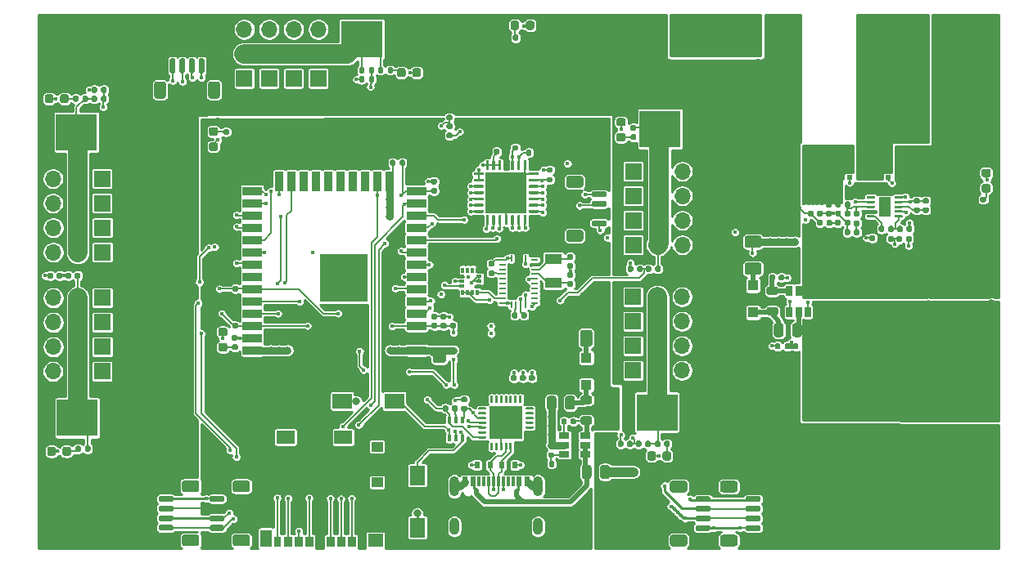
<source format=gbr>
G04 #@! TF.GenerationSoftware,KiCad,Pcbnew,5.1.7-a382d34a8~88~ubuntu18.04.1*
G04 #@! TF.CreationDate,2021-07-04T11:49:53-04:00*
G04 #@! TF.ProjectId,SmallKat v2,536d616c-6c4b-4617-9420-76322e6b6963,rev?*
G04 #@! TF.SameCoordinates,Original*
G04 #@! TF.FileFunction,Copper,L1,Top*
G04 #@! TF.FilePolarity,Positive*
%FSLAX46Y46*%
G04 Gerber Fmt 4.6, Leading zero omitted, Abs format (unit mm)*
G04 Created by KiCad (PCBNEW 5.1.7-a382d34a8~88~ubuntu18.04.1) date 2021-07-04 11:49:53*
%MOMM*%
%LPD*%
G01*
G04 APERTURE LIST*
G04 #@! TA.AperFunction,SMDPad,CuDef*
%ADD10R,3.350000X3.350000*%
G04 #@! TD*
G04 #@! TA.AperFunction,SMDPad,CuDef*
%ADD11R,0.350000X0.610000*%
G04 #@! TD*
G04 #@! TA.AperFunction,SMDPad,CuDef*
%ADD12R,0.610000X0.350000*%
G04 #@! TD*
G04 #@! TA.AperFunction,SMDPad,CuDef*
%ADD13R,2.000000X0.900000*%
G04 #@! TD*
G04 #@! TA.AperFunction,SMDPad,CuDef*
%ADD14R,0.900000X2.000000*%
G04 #@! TD*
G04 #@! TA.AperFunction,SMDPad,CuDef*
%ADD15R,5.000000X5.000000*%
G04 #@! TD*
G04 #@! TA.AperFunction,SMDPad,CuDef*
%ADD16R,1.100000X1.100000*%
G04 #@! TD*
G04 #@! TA.AperFunction,SMDPad,CuDef*
%ADD17R,1.060000X0.650000*%
G04 #@! TD*
G04 #@! TA.AperFunction,SMDPad,CuDef*
%ADD18R,0.650000X1.060000*%
G04 #@! TD*
G04 #@! TA.AperFunction,ComponentPad*
%ADD19C,4.500000*%
G04 #@! TD*
G04 #@! TA.AperFunction,SMDPad,CuDef*
%ADD20R,1.600000X2.000000*%
G04 #@! TD*
G04 #@! TA.AperFunction,SMDPad,CuDef*
%ADD21R,2.000000X1.600000*%
G04 #@! TD*
G04 #@! TA.AperFunction,SMDPad,CuDef*
%ADD22R,1.900000X1.350000*%
G04 #@! TD*
G04 #@! TA.AperFunction,SMDPad,CuDef*
%ADD23R,1.200000X1.000000*%
G04 #@! TD*
G04 #@! TA.AperFunction,SMDPad,CuDef*
%ADD24R,1.550000X1.350000*%
G04 #@! TD*
G04 #@! TA.AperFunction,SMDPad,CuDef*
%ADD25R,1.170000X1.800000*%
G04 #@! TD*
G04 #@! TA.AperFunction,SMDPad,CuDef*
%ADD26R,0.850000X1.100000*%
G04 #@! TD*
G04 #@! TA.AperFunction,SMDPad,CuDef*
%ADD27R,0.750000X1.100000*%
G04 #@! TD*
G04 #@! TA.AperFunction,ComponentPad*
%ADD28O,1.700000X1.700000*%
G04 #@! TD*
G04 #@! TA.AperFunction,ComponentPad*
%ADD29R,1.700000X1.700000*%
G04 #@! TD*
G04 #@! TA.AperFunction,SMDPad,CuDef*
%ADD30R,4.240000X3.810000*%
G04 #@! TD*
G04 #@! TA.AperFunction,SMDPad,CuDef*
%ADD31R,4.250000X4.250000*%
G04 #@! TD*
G04 #@! TA.AperFunction,SMDPad,CuDef*
%ADD32R,1.800000X1.000000*%
G04 #@! TD*
G04 #@! TA.AperFunction,SMDPad,CuDef*
%ADD33R,0.400000X0.650000*%
G04 #@! TD*
G04 #@! TA.AperFunction,SMDPad,CuDef*
%ADD34R,0.630000X0.500000*%
G04 #@! TD*
G04 #@! TA.AperFunction,SMDPad,CuDef*
%ADD35R,0.950000X1.230000*%
G04 #@! TD*
G04 #@! TA.AperFunction,SMDPad,CuDef*
%ADD36R,3.100000X5.000000*%
G04 #@! TD*
G04 #@! TA.AperFunction,ComponentPad*
%ADD37O,1.000000X2.100000*%
G04 #@! TD*
G04 #@! TA.AperFunction,ComponentPad*
%ADD38O,1.000000X1.800000*%
G04 #@! TD*
G04 #@! TA.AperFunction,SMDPad,CuDef*
%ADD39R,0.620000X1.000000*%
G04 #@! TD*
G04 #@! TA.AperFunction,SMDPad,CuDef*
%ADD40R,0.300000X1.000000*%
G04 #@! TD*
G04 #@! TA.AperFunction,SMDPad,CuDef*
%ADD41R,1.200000X2.000000*%
G04 #@! TD*
G04 #@! TA.AperFunction,ComponentPad*
%ADD42C,0.800000*%
G04 #@! TD*
G04 #@! TA.AperFunction,ComponentPad*
%ADD43C,6.400000*%
G04 #@! TD*
G04 #@! TA.AperFunction,SMDPad,CuDef*
%ADD44R,0.600000X0.700000*%
G04 #@! TD*
G04 #@! TA.AperFunction,SMDPad,CuDef*
%ADD45R,0.254000X0.675000*%
G04 #@! TD*
G04 #@! TA.AperFunction,SMDPad,CuDef*
%ADD46R,0.675000X0.254000*%
G04 #@! TD*
G04 #@! TA.AperFunction,ViaPad*
%ADD47C,0.450000*%
G04 #@! TD*
G04 #@! TA.AperFunction,ViaPad*
%ADD48C,0.430000*%
G04 #@! TD*
G04 #@! TA.AperFunction,ViaPad*
%ADD49C,0.800000*%
G04 #@! TD*
G04 #@! TA.AperFunction,Conductor*
%ADD50C,0.177800*%
G04 #@! TD*
G04 #@! TA.AperFunction,Conductor*
%ADD51C,0.750000*%
G04 #@! TD*
G04 #@! TA.AperFunction,Conductor*
%ADD52C,0.200000*%
G04 #@! TD*
G04 #@! TA.AperFunction,Conductor*
%ADD53C,0.500000*%
G04 #@! TD*
G04 #@! TA.AperFunction,Conductor*
%ADD54C,1.000000*%
G04 #@! TD*
G04 #@! TA.AperFunction,Conductor*
%ADD55C,0.250000*%
G04 #@! TD*
G04 #@! TA.AperFunction,Conductor*
%ADD56C,2.000000*%
G04 #@! TD*
G04 #@! TA.AperFunction,Conductor*
%ADD57C,0.254000*%
G04 #@! TD*
G04 #@! TA.AperFunction,Conductor*
%ADD58C,0.100000*%
G04 #@! TD*
G04 APERTURE END LIST*
D10*
X116860000Y-124440000D03*
G04 #@! TA.AperFunction,SMDPad,CuDef*
G36*
G01*
X114747500Y-126065000D02*
X114072500Y-126065000D01*
G75*
G02*
X114010000Y-126002500I0J62500D01*
G01*
X114010000Y-125877500D01*
G75*
G02*
X114072500Y-125815000I62500J0D01*
G01*
X114747500Y-125815000D01*
G75*
G02*
X114810000Y-125877500I0J-62500D01*
G01*
X114810000Y-126002500D01*
G75*
G02*
X114747500Y-126065000I-62500J0D01*
G01*
G37*
G04 #@! TD.AperFunction*
G04 #@! TA.AperFunction,SMDPad,CuDef*
G36*
G01*
X114747500Y-125565000D02*
X114072500Y-125565000D01*
G75*
G02*
X114010000Y-125502500I0J62500D01*
G01*
X114010000Y-125377500D01*
G75*
G02*
X114072500Y-125315000I62500J0D01*
G01*
X114747500Y-125315000D01*
G75*
G02*
X114810000Y-125377500I0J-62500D01*
G01*
X114810000Y-125502500D01*
G75*
G02*
X114747500Y-125565000I-62500J0D01*
G01*
G37*
G04 #@! TD.AperFunction*
G04 #@! TA.AperFunction,SMDPad,CuDef*
G36*
G01*
X114747500Y-125065000D02*
X114072500Y-125065000D01*
G75*
G02*
X114010000Y-125002500I0J62500D01*
G01*
X114010000Y-124877500D01*
G75*
G02*
X114072500Y-124815000I62500J0D01*
G01*
X114747500Y-124815000D01*
G75*
G02*
X114810000Y-124877500I0J-62500D01*
G01*
X114810000Y-125002500D01*
G75*
G02*
X114747500Y-125065000I-62500J0D01*
G01*
G37*
G04 #@! TD.AperFunction*
G04 #@! TA.AperFunction,SMDPad,CuDef*
G36*
G01*
X114747500Y-124565000D02*
X114072500Y-124565000D01*
G75*
G02*
X114010000Y-124502500I0J62500D01*
G01*
X114010000Y-124377500D01*
G75*
G02*
X114072500Y-124315000I62500J0D01*
G01*
X114747500Y-124315000D01*
G75*
G02*
X114810000Y-124377500I0J-62500D01*
G01*
X114810000Y-124502500D01*
G75*
G02*
X114747500Y-124565000I-62500J0D01*
G01*
G37*
G04 #@! TD.AperFunction*
G04 #@! TA.AperFunction,SMDPad,CuDef*
G36*
G01*
X114747500Y-124065000D02*
X114072500Y-124065000D01*
G75*
G02*
X114010000Y-124002500I0J62500D01*
G01*
X114010000Y-123877500D01*
G75*
G02*
X114072500Y-123815000I62500J0D01*
G01*
X114747500Y-123815000D01*
G75*
G02*
X114810000Y-123877500I0J-62500D01*
G01*
X114810000Y-124002500D01*
G75*
G02*
X114747500Y-124065000I-62500J0D01*
G01*
G37*
G04 #@! TD.AperFunction*
G04 #@! TA.AperFunction,SMDPad,CuDef*
G36*
G01*
X114747500Y-123565000D02*
X114072500Y-123565000D01*
G75*
G02*
X114010000Y-123502500I0J62500D01*
G01*
X114010000Y-123377500D01*
G75*
G02*
X114072500Y-123315000I62500J0D01*
G01*
X114747500Y-123315000D01*
G75*
G02*
X114810000Y-123377500I0J-62500D01*
G01*
X114810000Y-123502500D01*
G75*
G02*
X114747500Y-123565000I-62500J0D01*
G01*
G37*
G04 #@! TD.AperFunction*
G04 #@! TA.AperFunction,SMDPad,CuDef*
G36*
G01*
X114747500Y-123065000D02*
X114072500Y-123065000D01*
G75*
G02*
X114010000Y-123002500I0J62500D01*
G01*
X114010000Y-122877500D01*
G75*
G02*
X114072500Y-122815000I62500J0D01*
G01*
X114747500Y-122815000D01*
G75*
G02*
X114810000Y-122877500I0J-62500D01*
G01*
X114810000Y-123002500D01*
G75*
G02*
X114747500Y-123065000I-62500J0D01*
G01*
G37*
G04 #@! TD.AperFunction*
G04 #@! TA.AperFunction,SMDPad,CuDef*
G36*
G01*
X115422500Y-122390000D02*
X115297500Y-122390000D01*
G75*
G02*
X115235000Y-122327500I0J62500D01*
G01*
X115235000Y-121652500D01*
G75*
G02*
X115297500Y-121590000I62500J0D01*
G01*
X115422500Y-121590000D01*
G75*
G02*
X115485000Y-121652500I0J-62500D01*
G01*
X115485000Y-122327500D01*
G75*
G02*
X115422500Y-122390000I-62500J0D01*
G01*
G37*
G04 #@! TD.AperFunction*
G04 #@! TA.AperFunction,SMDPad,CuDef*
G36*
G01*
X115922500Y-122390000D02*
X115797500Y-122390000D01*
G75*
G02*
X115735000Y-122327500I0J62500D01*
G01*
X115735000Y-121652500D01*
G75*
G02*
X115797500Y-121590000I62500J0D01*
G01*
X115922500Y-121590000D01*
G75*
G02*
X115985000Y-121652500I0J-62500D01*
G01*
X115985000Y-122327500D01*
G75*
G02*
X115922500Y-122390000I-62500J0D01*
G01*
G37*
G04 #@! TD.AperFunction*
G04 #@! TA.AperFunction,SMDPad,CuDef*
G36*
G01*
X116422500Y-122390000D02*
X116297500Y-122390000D01*
G75*
G02*
X116235000Y-122327500I0J62500D01*
G01*
X116235000Y-121652500D01*
G75*
G02*
X116297500Y-121590000I62500J0D01*
G01*
X116422500Y-121590000D01*
G75*
G02*
X116485000Y-121652500I0J-62500D01*
G01*
X116485000Y-122327500D01*
G75*
G02*
X116422500Y-122390000I-62500J0D01*
G01*
G37*
G04 #@! TD.AperFunction*
G04 #@! TA.AperFunction,SMDPad,CuDef*
G36*
G01*
X116922500Y-122390000D02*
X116797500Y-122390000D01*
G75*
G02*
X116735000Y-122327500I0J62500D01*
G01*
X116735000Y-121652500D01*
G75*
G02*
X116797500Y-121590000I62500J0D01*
G01*
X116922500Y-121590000D01*
G75*
G02*
X116985000Y-121652500I0J-62500D01*
G01*
X116985000Y-122327500D01*
G75*
G02*
X116922500Y-122390000I-62500J0D01*
G01*
G37*
G04 #@! TD.AperFunction*
G04 #@! TA.AperFunction,SMDPad,CuDef*
G36*
G01*
X117422500Y-122390000D02*
X117297500Y-122390000D01*
G75*
G02*
X117235000Y-122327500I0J62500D01*
G01*
X117235000Y-121652500D01*
G75*
G02*
X117297500Y-121590000I62500J0D01*
G01*
X117422500Y-121590000D01*
G75*
G02*
X117485000Y-121652500I0J-62500D01*
G01*
X117485000Y-122327500D01*
G75*
G02*
X117422500Y-122390000I-62500J0D01*
G01*
G37*
G04 #@! TD.AperFunction*
G04 #@! TA.AperFunction,SMDPad,CuDef*
G36*
G01*
X117922500Y-122390000D02*
X117797500Y-122390000D01*
G75*
G02*
X117735000Y-122327500I0J62500D01*
G01*
X117735000Y-121652500D01*
G75*
G02*
X117797500Y-121590000I62500J0D01*
G01*
X117922500Y-121590000D01*
G75*
G02*
X117985000Y-121652500I0J-62500D01*
G01*
X117985000Y-122327500D01*
G75*
G02*
X117922500Y-122390000I-62500J0D01*
G01*
G37*
G04 #@! TD.AperFunction*
G04 #@! TA.AperFunction,SMDPad,CuDef*
G36*
G01*
X118422500Y-122390000D02*
X118297500Y-122390000D01*
G75*
G02*
X118235000Y-122327500I0J62500D01*
G01*
X118235000Y-121652500D01*
G75*
G02*
X118297500Y-121590000I62500J0D01*
G01*
X118422500Y-121590000D01*
G75*
G02*
X118485000Y-121652500I0J-62500D01*
G01*
X118485000Y-122327500D01*
G75*
G02*
X118422500Y-122390000I-62500J0D01*
G01*
G37*
G04 #@! TD.AperFunction*
G04 #@! TA.AperFunction,SMDPad,CuDef*
G36*
G01*
X119647500Y-123065000D02*
X118972500Y-123065000D01*
G75*
G02*
X118910000Y-123002500I0J62500D01*
G01*
X118910000Y-122877500D01*
G75*
G02*
X118972500Y-122815000I62500J0D01*
G01*
X119647500Y-122815000D01*
G75*
G02*
X119710000Y-122877500I0J-62500D01*
G01*
X119710000Y-123002500D01*
G75*
G02*
X119647500Y-123065000I-62500J0D01*
G01*
G37*
G04 #@! TD.AperFunction*
G04 #@! TA.AperFunction,SMDPad,CuDef*
G36*
G01*
X119647500Y-123565000D02*
X118972500Y-123565000D01*
G75*
G02*
X118910000Y-123502500I0J62500D01*
G01*
X118910000Y-123377500D01*
G75*
G02*
X118972500Y-123315000I62500J0D01*
G01*
X119647500Y-123315000D01*
G75*
G02*
X119710000Y-123377500I0J-62500D01*
G01*
X119710000Y-123502500D01*
G75*
G02*
X119647500Y-123565000I-62500J0D01*
G01*
G37*
G04 #@! TD.AperFunction*
G04 #@! TA.AperFunction,SMDPad,CuDef*
G36*
G01*
X119647500Y-124065000D02*
X118972500Y-124065000D01*
G75*
G02*
X118910000Y-124002500I0J62500D01*
G01*
X118910000Y-123877500D01*
G75*
G02*
X118972500Y-123815000I62500J0D01*
G01*
X119647500Y-123815000D01*
G75*
G02*
X119710000Y-123877500I0J-62500D01*
G01*
X119710000Y-124002500D01*
G75*
G02*
X119647500Y-124065000I-62500J0D01*
G01*
G37*
G04 #@! TD.AperFunction*
G04 #@! TA.AperFunction,SMDPad,CuDef*
G36*
G01*
X119647500Y-124565000D02*
X118972500Y-124565000D01*
G75*
G02*
X118910000Y-124502500I0J62500D01*
G01*
X118910000Y-124377500D01*
G75*
G02*
X118972500Y-124315000I62500J0D01*
G01*
X119647500Y-124315000D01*
G75*
G02*
X119710000Y-124377500I0J-62500D01*
G01*
X119710000Y-124502500D01*
G75*
G02*
X119647500Y-124565000I-62500J0D01*
G01*
G37*
G04 #@! TD.AperFunction*
G04 #@! TA.AperFunction,SMDPad,CuDef*
G36*
G01*
X119647500Y-125065000D02*
X118972500Y-125065000D01*
G75*
G02*
X118910000Y-125002500I0J62500D01*
G01*
X118910000Y-124877500D01*
G75*
G02*
X118972500Y-124815000I62500J0D01*
G01*
X119647500Y-124815000D01*
G75*
G02*
X119710000Y-124877500I0J-62500D01*
G01*
X119710000Y-125002500D01*
G75*
G02*
X119647500Y-125065000I-62500J0D01*
G01*
G37*
G04 #@! TD.AperFunction*
G04 #@! TA.AperFunction,SMDPad,CuDef*
G36*
G01*
X119647500Y-125565000D02*
X118972500Y-125565000D01*
G75*
G02*
X118910000Y-125502500I0J62500D01*
G01*
X118910000Y-125377500D01*
G75*
G02*
X118972500Y-125315000I62500J0D01*
G01*
X119647500Y-125315000D01*
G75*
G02*
X119710000Y-125377500I0J-62500D01*
G01*
X119710000Y-125502500D01*
G75*
G02*
X119647500Y-125565000I-62500J0D01*
G01*
G37*
G04 #@! TD.AperFunction*
G04 #@! TA.AperFunction,SMDPad,CuDef*
G36*
G01*
X119647500Y-126065000D02*
X118972500Y-126065000D01*
G75*
G02*
X118910000Y-126002500I0J62500D01*
G01*
X118910000Y-125877500D01*
G75*
G02*
X118972500Y-125815000I62500J0D01*
G01*
X119647500Y-125815000D01*
G75*
G02*
X119710000Y-125877500I0J-62500D01*
G01*
X119710000Y-126002500D01*
G75*
G02*
X119647500Y-126065000I-62500J0D01*
G01*
G37*
G04 #@! TD.AperFunction*
G04 #@! TA.AperFunction,SMDPad,CuDef*
G36*
G01*
X118422500Y-127290000D02*
X118297500Y-127290000D01*
G75*
G02*
X118235000Y-127227500I0J62500D01*
G01*
X118235000Y-126552500D01*
G75*
G02*
X118297500Y-126490000I62500J0D01*
G01*
X118422500Y-126490000D01*
G75*
G02*
X118485000Y-126552500I0J-62500D01*
G01*
X118485000Y-127227500D01*
G75*
G02*
X118422500Y-127290000I-62500J0D01*
G01*
G37*
G04 #@! TD.AperFunction*
G04 #@! TA.AperFunction,SMDPad,CuDef*
G36*
G01*
X117922500Y-127290000D02*
X117797500Y-127290000D01*
G75*
G02*
X117735000Y-127227500I0J62500D01*
G01*
X117735000Y-126552500D01*
G75*
G02*
X117797500Y-126490000I62500J0D01*
G01*
X117922500Y-126490000D01*
G75*
G02*
X117985000Y-126552500I0J-62500D01*
G01*
X117985000Y-127227500D01*
G75*
G02*
X117922500Y-127290000I-62500J0D01*
G01*
G37*
G04 #@! TD.AperFunction*
G04 #@! TA.AperFunction,SMDPad,CuDef*
G36*
G01*
X117422500Y-127290000D02*
X117297500Y-127290000D01*
G75*
G02*
X117235000Y-127227500I0J62500D01*
G01*
X117235000Y-126552500D01*
G75*
G02*
X117297500Y-126490000I62500J0D01*
G01*
X117422500Y-126490000D01*
G75*
G02*
X117485000Y-126552500I0J-62500D01*
G01*
X117485000Y-127227500D01*
G75*
G02*
X117422500Y-127290000I-62500J0D01*
G01*
G37*
G04 #@! TD.AperFunction*
G04 #@! TA.AperFunction,SMDPad,CuDef*
G36*
G01*
X116922500Y-127290000D02*
X116797500Y-127290000D01*
G75*
G02*
X116735000Y-127227500I0J62500D01*
G01*
X116735000Y-126552500D01*
G75*
G02*
X116797500Y-126490000I62500J0D01*
G01*
X116922500Y-126490000D01*
G75*
G02*
X116985000Y-126552500I0J-62500D01*
G01*
X116985000Y-127227500D01*
G75*
G02*
X116922500Y-127290000I-62500J0D01*
G01*
G37*
G04 #@! TD.AperFunction*
G04 #@! TA.AperFunction,SMDPad,CuDef*
G36*
G01*
X116422500Y-127290000D02*
X116297500Y-127290000D01*
G75*
G02*
X116235000Y-127227500I0J62500D01*
G01*
X116235000Y-126552500D01*
G75*
G02*
X116297500Y-126490000I62500J0D01*
G01*
X116422500Y-126490000D01*
G75*
G02*
X116485000Y-126552500I0J-62500D01*
G01*
X116485000Y-127227500D01*
G75*
G02*
X116422500Y-127290000I-62500J0D01*
G01*
G37*
G04 #@! TD.AperFunction*
G04 #@! TA.AperFunction,SMDPad,CuDef*
G36*
G01*
X115922500Y-127290000D02*
X115797500Y-127290000D01*
G75*
G02*
X115735000Y-127227500I0J62500D01*
G01*
X115735000Y-126552500D01*
G75*
G02*
X115797500Y-126490000I62500J0D01*
G01*
X115922500Y-126490000D01*
G75*
G02*
X115985000Y-126552500I0J-62500D01*
G01*
X115985000Y-127227500D01*
G75*
G02*
X115922500Y-127290000I-62500J0D01*
G01*
G37*
G04 #@! TD.AperFunction*
G04 #@! TA.AperFunction,SMDPad,CuDef*
G36*
G01*
X115422500Y-127290000D02*
X115297500Y-127290000D01*
G75*
G02*
X115235000Y-127227500I0J62500D01*
G01*
X115235000Y-126552500D01*
G75*
G02*
X115297500Y-126490000I62500J0D01*
G01*
X115422500Y-126490000D01*
G75*
G02*
X115485000Y-126552500I0J-62500D01*
G01*
X115485000Y-127227500D01*
G75*
G02*
X115422500Y-127290000I-62500J0D01*
G01*
G37*
G04 #@! TD.AperFunction*
D11*
X112410000Y-110938800D03*
X112910000Y-110938800D03*
X113410000Y-110938800D03*
X113910000Y-110938800D03*
D12*
X114070000Y-110278800D03*
X114070000Y-109778800D03*
X114070000Y-109278800D03*
D11*
X113910000Y-108618800D03*
X113410000Y-108618800D03*
X112910000Y-108618800D03*
X112410000Y-108618800D03*
D12*
X112250000Y-109278800D03*
X112250000Y-109778800D03*
X112250000Y-110278800D03*
G04 #@! TA.AperFunction,SMDPad,CuDef*
G36*
G01*
X124555000Y-116295000D02*
X124555000Y-115045000D01*
G75*
G02*
X124805000Y-114795000I250000J0D01*
G01*
X125555000Y-114795000D01*
G75*
G02*
X125805000Y-115045000I0J-250000D01*
G01*
X125805000Y-116295000D01*
G75*
G02*
X125555000Y-116545000I-250000J0D01*
G01*
X124805000Y-116545000D01*
G75*
G02*
X124555000Y-116295000I0J250000D01*
G01*
G37*
G04 #@! TD.AperFunction*
G04 #@! TA.AperFunction,SMDPad,CuDef*
G36*
G01*
X121755000Y-116295000D02*
X121755000Y-115045000D01*
G75*
G02*
X122005000Y-114795000I250000J0D01*
G01*
X122755000Y-114795000D01*
G75*
G02*
X123005000Y-115045000I0J-250000D01*
G01*
X123005000Y-116295000D01*
G75*
G02*
X122755000Y-116545000I-250000J0D01*
G01*
X122005000Y-116545000D01*
G75*
G02*
X121755000Y-116295000I0J250000D01*
G01*
G37*
G04 #@! TD.AperFunction*
G04 #@! TA.AperFunction,SMDPad,CuDef*
G36*
G01*
X141795000Y-107835000D02*
X143045000Y-107835000D01*
G75*
G02*
X143295000Y-108085000I0J-250000D01*
G01*
X143295000Y-108835000D01*
G75*
G02*
X143045000Y-109085000I-250000J0D01*
G01*
X141795000Y-109085000D01*
G75*
G02*
X141545000Y-108835000I0J250000D01*
G01*
X141545000Y-108085000D01*
G75*
G02*
X141795000Y-107835000I250000J0D01*
G01*
G37*
G04 #@! TD.AperFunction*
G04 #@! TA.AperFunction,SMDPad,CuDef*
G36*
G01*
X141795000Y-105035000D02*
X143045000Y-105035000D01*
G75*
G02*
X143295000Y-105285000I0J-250000D01*
G01*
X143295000Y-106035000D01*
G75*
G02*
X143045000Y-106285000I-250000J0D01*
G01*
X141795000Y-106285000D01*
G75*
G02*
X141545000Y-106035000I0J250000D01*
G01*
X141545000Y-105285000D01*
G75*
G02*
X141795000Y-105035000I250000J0D01*
G01*
G37*
G04 #@! TD.AperFunction*
G04 #@! TA.AperFunction,SMDPad,CuDef*
G36*
G01*
X81680000Y-89304999D02*
X81680000Y-90605001D01*
G75*
G02*
X81430001Y-90855000I-249999J0D01*
G01*
X80729999Y-90855000D01*
G75*
G02*
X80480000Y-90605001I0J249999D01*
G01*
X80480000Y-89304999D01*
G75*
G02*
X80729999Y-89055000I249999J0D01*
G01*
X81430001Y-89055000D01*
G75*
G02*
X81680000Y-89304999I0J-249999D01*
G01*
G37*
G04 #@! TD.AperFunction*
G04 #@! TA.AperFunction,SMDPad,CuDef*
G36*
G01*
X87280000Y-89304999D02*
X87280000Y-90605001D01*
G75*
G02*
X87030001Y-90855000I-249999J0D01*
G01*
X86329999Y-90855000D01*
G75*
G02*
X86080000Y-90605001I0J249999D01*
G01*
X86080000Y-89304999D01*
G75*
G02*
X86329999Y-89055000I249999J0D01*
G01*
X87030001Y-89055000D01*
G75*
G02*
X87280000Y-89304999I0J-249999D01*
G01*
G37*
G04 #@! TD.AperFunction*
G04 #@! TA.AperFunction,SMDPad,CuDef*
G36*
G01*
X82680000Y-86805000D02*
X82680000Y-88055000D01*
G75*
G02*
X82530000Y-88205000I-150000J0D01*
G01*
X82230000Y-88205000D01*
G75*
G02*
X82080000Y-88055000I0J150000D01*
G01*
X82080000Y-86805000D01*
G75*
G02*
X82230000Y-86655000I150000J0D01*
G01*
X82530000Y-86655000D01*
G75*
G02*
X82680000Y-86805000I0J-150000D01*
G01*
G37*
G04 #@! TD.AperFunction*
G04 #@! TA.AperFunction,SMDPad,CuDef*
G36*
G01*
X83680000Y-86805000D02*
X83680000Y-88055000D01*
G75*
G02*
X83530000Y-88205000I-150000J0D01*
G01*
X83230000Y-88205000D01*
G75*
G02*
X83080000Y-88055000I0J150000D01*
G01*
X83080000Y-86805000D01*
G75*
G02*
X83230000Y-86655000I150000J0D01*
G01*
X83530000Y-86655000D01*
G75*
G02*
X83680000Y-86805000I0J-150000D01*
G01*
G37*
G04 #@! TD.AperFunction*
G04 #@! TA.AperFunction,SMDPad,CuDef*
G36*
G01*
X84680000Y-86805000D02*
X84680000Y-88055000D01*
G75*
G02*
X84530000Y-88205000I-150000J0D01*
G01*
X84230000Y-88205000D01*
G75*
G02*
X84080000Y-88055000I0J150000D01*
G01*
X84080000Y-86805000D01*
G75*
G02*
X84230000Y-86655000I150000J0D01*
G01*
X84530000Y-86655000D01*
G75*
G02*
X84680000Y-86805000I0J-150000D01*
G01*
G37*
G04 #@! TD.AperFunction*
G04 #@! TA.AperFunction,SMDPad,CuDef*
G36*
G01*
X85680000Y-86805000D02*
X85680000Y-88055000D01*
G75*
G02*
X85530000Y-88205000I-150000J0D01*
G01*
X85230000Y-88205000D01*
G75*
G02*
X85080000Y-88055000I0J150000D01*
G01*
X85080000Y-86805000D01*
G75*
G02*
X85230000Y-86655000I150000J0D01*
G01*
X85530000Y-86655000D01*
G75*
G02*
X85680000Y-86805000I0J-150000D01*
G01*
G37*
G04 #@! TD.AperFunction*
G04 #@! TA.AperFunction,SMDPad,CuDef*
G36*
G01*
X83589999Y-136010000D02*
X84890001Y-136010000D01*
G75*
G02*
X85140000Y-136259999I0J-249999D01*
G01*
X85140000Y-136960001D01*
G75*
G02*
X84890001Y-137210000I-249999J0D01*
G01*
X83589999Y-137210000D01*
G75*
G02*
X83340000Y-136960001I0J249999D01*
G01*
X83340000Y-136259999D01*
G75*
G02*
X83589999Y-136010000I249999J0D01*
G01*
G37*
G04 #@! TD.AperFunction*
G04 #@! TA.AperFunction,SMDPad,CuDef*
G36*
G01*
X83589999Y-130410000D02*
X84890001Y-130410000D01*
G75*
G02*
X85140000Y-130659999I0J-249999D01*
G01*
X85140000Y-131360001D01*
G75*
G02*
X84890001Y-131610000I-249999J0D01*
G01*
X83589999Y-131610000D01*
G75*
G02*
X83340000Y-131360001I0J249999D01*
G01*
X83340000Y-130659999D01*
G75*
G02*
X83589999Y-130410000I249999J0D01*
G01*
G37*
G04 #@! TD.AperFunction*
G04 #@! TA.AperFunction,SMDPad,CuDef*
G36*
G01*
X81090000Y-135010000D02*
X82340000Y-135010000D01*
G75*
G02*
X82490000Y-135160000I0J-150000D01*
G01*
X82490000Y-135460000D01*
G75*
G02*
X82340000Y-135610000I-150000J0D01*
G01*
X81090000Y-135610000D01*
G75*
G02*
X80940000Y-135460000I0J150000D01*
G01*
X80940000Y-135160000D01*
G75*
G02*
X81090000Y-135010000I150000J0D01*
G01*
G37*
G04 #@! TD.AperFunction*
G04 #@! TA.AperFunction,SMDPad,CuDef*
G36*
G01*
X81090000Y-134010000D02*
X82340000Y-134010000D01*
G75*
G02*
X82490000Y-134160000I0J-150000D01*
G01*
X82490000Y-134460000D01*
G75*
G02*
X82340000Y-134610000I-150000J0D01*
G01*
X81090000Y-134610000D01*
G75*
G02*
X80940000Y-134460000I0J150000D01*
G01*
X80940000Y-134160000D01*
G75*
G02*
X81090000Y-134010000I150000J0D01*
G01*
G37*
G04 #@! TD.AperFunction*
G04 #@! TA.AperFunction,SMDPad,CuDef*
G36*
G01*
X81090000Y-133010000D02*
X82340000Y-133010000D01*
G75*
G02*
X82490000Y-133160000I0J-150000D01*
G01*
X82490000Y-133460000D01*
G75*
G02*
X82340000Y-133610000I-150000J0D01*
G01*
X81090000Y-133610000D01*
G75*
G02*
X80940000Y-133460000I0J150000D01*
G01*
X80940000Y-133160000D01*
G75*
G02*
X81090000Y-133010000I150000J0D01*
G01*
G37*
G04 #@! TD.AperFunction*
G04 #@! TA.AperFunction,SMDPad,CuDef*
G36*
G01*
X81090000Y-132010000D02*
X82340000Y-132010000D01*
G75*
G02*
X82490000Y-132160000I0J-150000D01*
G01*
X82490000Y-132460000D01*
G75*
G02*
X82340000Y-132610000I-150000J0D01*
G01*
X81090000Y-132610000D01*
G75*
G02*
X80940000Y-132460000I0J150000D01*
G01*
X80940000Y-132160000D01*
G75*
G02*
X81090000Y-132010000I150000J0D01*
G01*
G37*
G04 #@! TD.AperFunction*
G04 #@! TA.AperFunction,SMDPad,CuDef*
G36*
G01*
X140560001Y-131640000D02*
X139259999Y-131640000D01*
G75*
G02*
X139010000Y-131390001I0J249999D01*
G01*
X139010000Y-130689999D01*
G75*
G02*
X139259999Y-130440000I249999J0D01*
G01*
X140560001Y-130440000D01*
G75*
G02*
X140810000Y-130689999I0J-249999D01*
G01*
X140810000Y-131390001D01*
G75*
G02*
X140560001Y-131640000I-249999J0D01*
G01*
G37*
G04 #@! TD.AperFunction*
G04 #@! TA.AperFunction,SMDPad,CuDef*
G36*
G01*
X140560001Y-137240000D02*
X139259999Y-137240000D01*
G75*
G02*
X139010000Y-136990001I0J249999D01*
G01*
X139010000Y-136289999D01*
G75*
G02*
X139259999Y-136040000I249999J0D01*
G01*
X140560001Y-136040000D01*
G75*
G02*
X140810000Y-136289999I0J-249999D01*
G01*
X140810000Y-136990001D01*
G75*
G02*
X140560001Y-137240000I-249999J0D01*
G01*
G37*
G04 #@! TD.AperFunction*
G04 #@! TA.AperFunction,SMDPad,CuDef*
G36*
G01*
X143060000Y-132640000D02*
X141810000Y-132640000D01*
G75*
G02*
X141660000Y-132490000I0J150000D01*
G01*
X141660000Y-132190000D01*
G75*
G02*
X141810000Y-132040000I150000J0D01*
G01*
X143060000Y-132040000D01*
G75*
G02*
X143210000Y-132190000I0J-150000D01*
G01*
X143210000Y-132490000D01*
G75*
G02*
X143060000Y-132640000I-150000J0D01*
G01*
G37*
G04 #@! TD.AperFunction*
G04 #@! TA.AperFunction,SMDPad,CuDef*
G36*
G01*
X143060000Y-133640000D02*
X141810000Y-133640000D01*
G75*
G02*
X141660000Y-133490000I0J150000D01*
G01*
X141660000Y-133190000D01*
G75*
G02*
X141810000Y-133040000I150000J0D01*
G01*
X143060000Y-133040000D01*
G75*
G02*
X143210000Y-133190000I0J-150000D01*
G01*
X143210000Y-133490000D01*
G75*
G02*
X143060000Y-133640000I-150000J0D01*
G01*
G37*
G04 #@! TD.AperFunction*
G04 #@! TA.AperFunction,SMDPad,CuDef*
G36*
G01*
X143060000Y-134640000D02*
X141810000Y-134640000D01*
G75*
G02*
X141660000Y-134490000I0J150000D01*
G01*
X141660000Y-134190000D01*
G75*
G02*
X141810000Y-134040000I150000J0D01*
G01*
X143060000Y-134040000D01*
G75*
G02*
X143210000Y-134190000I0J-150000D01*
G01*
X143210000Y-134490000D01*
G75*
G02*
X143060000Y-134640000I-150000J0D01*
G01*
G37*
G04 #@! TD.AperFunction*
G04 #@! TA.AperFunction,SMDPad,CuDef*
G36*
G01*
X143060000Y-135640000D02*
X141810000Y-135640000D01*
G75*
G02*
X141660000Y-135490000I0J150000D01*
G01*
X141660000Y-135190000D01*
G75*
G02*
X141810000Y-135040000I150000J0D01*
G01*
X143060000Y-135040000D01*
G75*
G02*
X143210000Y-135190000I0J-150000D01*
G01*
X143210000Y-135490000D01*
G75*
G02*
X143060000Y-135640000I-150000J0D01*
G01*
G37*
G04 #@! TD.AperFunction*
G04 #@! TA.AperFunction,SMDPad,CuDef*
G36*
G01*
X124630001Y-100060000D02*
X123329999Y-100060000D01*
G75*
G02*
X123080000Y-99810001I0J249999D01*
G01*
X123080000Y-99109999D01*
G75*
G02*
X123329999Y-98860000I249999J0D01*
G01*
X124630001Y-98860000D01*
G75*
G02*
X124880000Y-99109999I0J-249999D01*
G01*
X124880000Y-99810001D01*
G75*
G02*
X124630001Y-100060000I-249999J0D01*
G01*
G37*
G04 #@! TD.AperFunction*
G04 #@! TA.AperFunction,SMDPad,CuDef*
G36*
G01*
X124630001Y-105660000D02*
X123329999Y-105660000D01*
G75*
G02*
X123080000Y-105410001I0J249999D01*
G01*
X123080000Y-104709999D01*
G75*
G02*
X123329999Y-104460000I249999J0D01*
G01*
X124630001Y-104460000D01*
G75*
G02*
X124880000Y-104709999I0J-249999D01*
G01*
X124880000Y-105410001D01*
G75*
G02*
X124630001Y-105660000I-249999J0D01*
G01*
G37*
G04 #@! TD.AperFunction*
G04 #@! TA.AperFunction,SMDPad,CuDef*
G36*
G01*
X127130000Y-101060000D02*
X125880000Y-101060000D01*
G75*
G02*
X125730000Y-100910000I0J150000D01*
G01*
X125730000Y-100610000D01*
G75*
G02*
X125880000Y-100460000I150000J0D01*
G01*
X127130000Y-100460000D01*
G75*
G02*
X127280000Y-100610000I0J-150000D01*
G01*
X127280000Y-100910000D01*
G75*
G02*
X127130000Y-101060000I-150000J0D01*
G01*
G37*
G04 #@! TD.AperFunction*
G04 #@! TA.AperFunction,SMDPad,CuDef*
G36*
G01*
X127130000Y-102060000D02*
X125880000Y-102060000D01*
G75*
G02*
X125730000Y-101910000I0J150000D01*
G01*
X125730000Y-101610000D01*
G75*
G02*
X125880000Y-101460000I150000J0D01*
G01*
X127130000Y-101460000D01*
G75*
G02*
X127280000Y-101610000I0J-150000D01*
G01*
X127280000Y-101910000D01*
G75*
G02*
X127130000Y-102060000I-150000J0D01*
G01*
G37*
G04 #@! TD.AperFunction*
G04 #@! TA.AperFunction,SMDPad,CuDef*
G36*
G01*
X127130000Y-103060000D02*
X125880000Y-103060000D01*
G75*
G02*
X125730000Y-102910000I0J150000D01*
G01*
X125730000Y-102610000D01*
G75*
G02*
X125880000Y-102460000I150000J0D01*
G01*
X127130000Y-102460000D01*
G75*
G02*
X127280000Y-102610000I0J-150000D01*
G01*
X127280000Y-102910000D01*
G75*
G02*
X127130000Y-103060000I-150000J0D01*
G01*
G37*
G04 #@! TD.AperFunction*
G04 #@! TA.AperFunction,SMDPad,CuDef*
G36*
G01*
X127130000Y-104060000D02*
X125880000Y-104060000D01*
G75*
G02*
X125730000Y-103910000I0J150000D01*
G01*
X125730000Y-103610000D01*
G75*
G02*
X125880000Y-103460000I150000J0D01*
G01*
X127130000Y-103460000D01*
G75*
G02*
X127280000Y-103610000I0J-150000D01*
G01*
X127280000Y-103910000D01*
G75*
G02*
X127130000Y-104060000I-150000J0D01*
G01*
G37*
G04 #@! TD.AperFunction*
G04 #@! TA.AperFunction,SMDPad,CuDef*
G36*
G01*
X88839999Y-136020000D02*
X90140001Y-136020000D01*
G75*
G02*
X90390000Y-136269999I0J-249999D01*
G01*
X90390000Y-136970001D01*
G75*
G02*
X90140001Y-137220000I-249999J0D01*
G01*
X88839999Y-137220000D01*
G75*
G02*
X88590000Y-136970001I0J249999D01*
G01*
X88590000Y-136269999D01*
G75*
G02*
X88839999Y-136020000I249999J0D01*
G01*
G37*
G04 #@! TD.AperFunction*
G04 #@! TA.AperFunction,SMDPad,CuDef*
G36*
G01*
X88839999Y-130420000D02*
X90140001Y-130420000D01*
G75*
G02*
X90390000Y-130669999I0J-249999D01*
G01*
X90390000Y-131370001D01*
G75*
G02*
X90140001Y-131620000I-249999J0D01*
G01*
X88839999Y-131620000D01*
G75*
G02*
X88590000Y-131370001I0J249999D01*
G01*
X88590000Y-130669999D01*
G75*
G02*
X88839999Y-130420000I249999J0D01*
G01*
G37*
G04 #@! TD.AperFunction*
G04 #@! TA.AperFunction,SMDPad,CuDef*
G36*
G01*
X86340000Y-135020000D02*
X87590000Y-135020000D01*
G75*
G02*
X87740000Y-135170000I0J-150000D01*
G01*
X87740000Y-135470000D01*
G75*
G02*
X87590000Y-135620000I-150000J0D01*
G01*
X86340000Y-135620000D01*
G75*
G02*
X86190000Y-135470000I0J150000D01*
G01*
X86190000Y-135170000D01*
G75*
G02*
X86340000Y-135020000I150000J0D01*
G01*
G37*
G04 #@! TD.AperFunction*
G04 #@! TA.AperFunction,SMDPad,CuDef*
G36*
G01*
X86340000Y-134020000D02*
X87590000Y-134020000D01*
G75*
G02*
X87740000Y-134170000I0J-150000D01*
G01*
X87740000Y-134470000D01*
G75*
G02*
X87590000Y-134620000I-150000J0D01*
G01*
X86340000Y-134620000D01*
G75*
G02*
X86190000Y-134470000I0J150000D01*
G01*
X86190000Y-134170000D01*
G75*
G02*
X86340000Y-134020000I150000J0D01*
G01*
G37*
G04 #@! TD.AperFunction*
G04 #@! TA.AperFunction,SMDPad,CuDef*
G36*
G01*
X86340000Y-133020000D02*
X87590000Y-133020000D01*
G75*
G02*
X87740000Y-133170000I0J-150000D01*
G01*
X87740000Y-133470000D01*
G75*
G02*
X87590000Y-133620000I-150000J0D01*
G01*
X86340000Y-133620000D01*
G75*
G02*
X86190000Y-133470000I0J150000D01*
G01*
X86190000Y-133170000D01*
G75*
G02*
X86340000Y-133020000I150000J0D01*
G01*
G37*
G04 #@! TD.AperFunction*
G04 #@! TA.AperFunction,SMDPad,CuDef*
G36*
G01*
X86340000Y-132020000D02*
X87590000Y-132020000D01*
G75*
G02*
X87740000Y-132170000I0J-150000D01*
G01*
X87740000Y-132470000D01*
G75*
G02*
X87590000Y-132620000I-150000J0D01*
G01*
X86340000Y-132620000D01*
G75*
G02*
X86190000Y-132470000I0J150000D01*
G01*
X86190000Y-132170000D01*
G75*
G02*
X86340000Y-132020000I150000J0D01*
G01*
G37*
G04 #@! TD.AperFunction*
G04 #@! TA.AperFunction,SMDPad,CuDef*
G36*
G01*
X135370001Y-131640000D02*
X134069999Y-131640000D01*
G75*
G02*
X133820000Y-131390001I0J249999D01*
G01*
X133820000Y-130689999D01*
G75*
G02*
X134069999Y-130440000I249999J0D01*
G01*
X135370001Y-130440000D01*
G75*
G02*
X135620000Y-130689999I0J-249999D01*
G01*
X135620000Y-131390001D01*
G75*
G02*
X135370001Y-131640000I-249999J0D01*
G01*
G37*
G04 #@! TD.AperFunction*
G04 #@! TA.AperFunction,SMDPad,CuDef*
G36*
G01*
X135370001Y-137240000D02*
X134069999Y-137240000D01*
G75*
G02*
X133820000Y-136990001I0J249999D01*
G01*
X133820000Y-136289999D01*
G75*
G02*
X134069999Y-136040000I249999J0D01*
G01*
X135370001Y-136040000D01*
G75*
G02*
X135620000Y-136289999I0J-249999D01*
G01*
X135620000Y-136990001D01*
G75*
G02*
X135370001Y-137240000I-249999J0D01*
G01*
G37*
G04 #@! TD.AperFunction*
G04 #@! TA.AperFunction,SMDPad,CuDef*
G36*
G01*
X137870000Y-132640000D02*
X136620000Y-132640000D01*
G75*
G02*
X136470000Y-132490000I0J150000D01*
G01*
X136470000Y-132190000D01*
G75*
G02*
X136620000Y-132040000I150000J0D01*
G01*
X137870000Y-132040000D01*
G75*
G02*
X138020000Y-132190000I0J-150000D01*
G01*
X138020000Y-132490000D01*
G75*
G02*
X137870000Y-132640000I-150000J0D01*
G01*
G37*
G04 #@! TD.AperFunction*
G04 #@! TA.AperFunction,SMDPad,CuDef*
G36*
G01*
X137870000Y-133640000D02*
X136620000Y-133640000D01*
G75*
G02*
X136470000Y-133490000I0J150000D01*
G01*
X136470000Y-133190000D01*
G75*
G02*
X136620000Y-133040000I150000J0D01*
G01*
X137870000Y-133040000D01*
G75*
G02*
X138020000Y-133190000I0J-150000D01*
G01*
X138020000Y-133490000D01*
G75*
G02*
X137870000Y-133640000I-150000J0D01*
G01*
G37*
G04 #@! TD.AperFunction*
G04 #@! TA.AperFunction,SMDPad,CuDef*
G36*
G01*
X137870000Y-134640000D02*
X136620000Y-134640000D01*
G75*
G02*
X136470000Y-134490000I0J150000D01*
G01*
X136470000Y-134190000D01*
G75*
G02*
X136620000Y-134040000I150000J0D01*
G01*
X137870000Y-134040000D01*
G75*
G02*
X138020000Y-134190000I0J-150000D01*
G01*
X138020000Y-134490000D01*
G75*
G02*
X137870000Y-134640000I-150000J0D01*
G01*
G37*
G04 #@! TD.AperFunction*
G04 #@! TA.AperFunction,SMDPad,CuDef*
G36*
G01*
X137870000Y-135640000D02*
X136620000Y-135640000D01*
G75*
G02*
X136470000Y-135490000I0J150000D01*
G01*
X136470000Y-135190000D01*
G75*
G02*
X136620000Y-135040000I150000J0D01*
G01*
X137870000Y-135040000D01*
G75*
G02*
X138020000Y-135190000I0J-150000D01*
G01*
X138020000Y-135490000D01*
G75*
G02*
X137870000Y-135640000I-150000J0D01*
G01*
G37*
G04 #@! TD.AperFunction*
G04 #@! TA.AperFunction,SMDPad,CuDef*
G36*
G01*
X121575000Y-98500000D02*
X121205000Y-98500000D01*
G75*
G02*
X121070000Y-98365000I0J135000D01*
G01*
X121070000Y-98095000D01*
G75*
G02*
X121205000Y-97960000I135000J0D01*
G01*
X121575000Y-97960000D01*
G75*
G02*
X121710000Y-98095000I0J-135000D01*
G01*
X121710000Y-98365000D01*
G75*
G02*
X121575000Y-98500000I-135000J0D01*
G01*
G37*
G04 #@! TD.AperFunction*
G04 #@! TA.AperFunction,SMDPad,CuDef*
G36*
G01*
X121575000Y-99520000D02*
X121205000Y-99520000D01*
G75*
G02*
X121070000Y-99385000I0J135000D01*
G01*
X121070000Y-99115000D01*
G75*
G02*
X121205000Y-98980000I135000J0D01*
G01*
X121575000Y-98980000D01*
G75*
G02*
X121710000Y-99115000I0J-135000D01*
G01*
X121710000Y-99385000D01*
G75*
G02*
X121575000Y-99520000I-135000J0D01*
G01*
G37*
G04 #@! TD.AperFunction*
D13*
X90610800Y-116916200D03*
X90610800Y-115646200D03*
X90610800Y-114376200D03*
X90610800Y-113106200D03*
X90610800Y-111836200D03*
X90610800Y-110566200D03*
X90610800Y-109296200D03*
X90610800Y-108026200D03*
X90610800Y-106756200D03*
X90610800Y-105486200D03*
X90610800Y-104216200D03*
X90610800Y-102946200D03*
X90610800Y-101676200D03*
X90610800Y-100406200D03*
D14*
X93395800Y-99406200D03*
X94665800Y-99406200D03*
X95935800Y-99406200D03*
X97205800Y-99406200D03*
X98475800Y-99406200D03*
X99745800Y-99406200D03*
X101015800Y-99406200D03*
X102285800Y-99406200D03*
X103555800Y-99406200D03*
X104825800Y-99406200D03*
D13*
X107610800Y-100406200D03*
X107610800Y-101676200D03*
X107610800Y-102946200D03*
X107610800Y-104216200D03*
X107610800Y-105486200D03*
X107610800Y-106756200D03*
X107610800Y-108026200D03*
X107610800Y-109296200D03*
X107610800Y-110566200D03*
X107610800Y-111836200D03*
X107610800Y-113106200D03*
X107610800Y-114376200D03*
X107610800Y-115646200D03*
X107610800Y-116916200D03*
D15*
X100110800Y-109416200D03*
D16*
X142410000Y-113010000D03*
X142410000Y-110210000D03*
X125190000Y-120510000D03*
X125190000Y-117710000D03*
D17*
X125090000Y-126740000D03*
X125090000Y-125790000D03*
X125090000Y-127690000D03*
X122890000Y-127690000D03*
X122890000Y-126740000D03*
X122890000Y-125790000D03*
G04 #@! TA.AperFunction,SMDPad,CuDef*
G36*
G01*
X145710000Y-116685000D02*
X145710000Y-116315000D01*
G75*
G02*
X145845000Y-116180000I135000J0D01*
G01*
X146115000Y-116180000D01*
G75*
G02*
X146250000Y-116315000I0J-135000D01*
G01*
X146250000Y-116685000D01*
G75*
G02*
X146115000Y-116820000I-135000J0D01*
G01*
X145845000Y-116820000D01*
G75*
G02*
X145710000Y-116685000I0J135000D01*
G01*
G37*
G04 #@! TD.AperFunction*
G04 #@! TA.AperFunction,SMDPad,CuDef*
G36*
G01*
X144690000Y-116685000D02*
X144690000Y-116315000D01*
G75*
G02*
X144825000Y-116180000I135000J0D01*
G01*
X145095000Y-116180000D01*
G75*
G02*
X145230000Y-116315000I0J-135000D01*
G01*
X145230000Y-116685000D01*
G75*
G02*
X145095000Y-116820000I-135000J0D01*
G01*
X144825000Y-116820000D01*
G75*
G02*
X144690000Y-116685000I0J135000D01*
G01*
G37*
G04 #@! TD.AperFunction*
G04 #@! TA.AperFunction,SMDPad,CuDef*
G36*
G01*
X147120000Y-116315000D02*
X147120000Y-116685000D01*
G75*
G02*
X146985000Y-116820000I-135000J0D01*
G01*
X146715000Y-116820000D01*
G75*
G02*
X146580000Y-116685000I0J135000D01*
G01*
X146580000Y-116315000D01*
G75*
G02*
X146715000Y-116180000I135000J0D01*
G01*
X146985000Y-116180000D01*
G75*
G02*
X147120000Y-116315000I0J-135000D01*
G01*
G37*
G04 #@! TD.AperFunction*
G04 #@! TA.AperFunction,SMDPad,CuDef*
G36*
G01*
X148140000Y-116315000D02*
X148140000Y-116685000D01*
G75*
G02*
X148005000Y-116820000I-135000J0D01*
G01*
X147735000Y-116820000D01*
G75*
G02*
X147600000Y-116685000I0J135000D01*
G01*
X147600000Y-116315000D01*
G75*
G02*
X147735000Y-116180000I135000J0D01*
G01*
X148005000Y-116180000D01*
G75*
G02*
X148140000Y-116315000I0J-135000D01*
G01*
G37*
G04 #@! TD.AperFunction*
G04 #@! TA.AperFunction,SMDPad,CuDef*
G36*
G01*
X144038750Y-112442500D02*
X144801250Y-112442500D01*
G75*
G02*
X145020000Y-112661250I0J-218750D01*
G01*
X145020000Y-113098750D01*
G75*
G02*
X144801250Y-113317500I-218750J0D01*
G01*
X144038750Y-113317500D01*
G75*
G02*
X143820000Y-113098750I0J218750D01*
G01*
X143820000Y-112661250D01*
G75*
G02*
X144038750Y-112442500I218750J0D01*
G01*
G37*
G04 #@! TD.AperFunction*
G04 #@! TA.AperFunction,SMDPad,CuDef*
G36*
G01*
X144038750Y-110317500D02*
X144801250Y-110317500D01*
G75*
G02*
X145020000Y-110536250I0J-218750D01*
G01*
X145020000Y-110973750D01*
G75*
G02*
X144801250Y-111192500I-218750J0D01*
G01*
X144038750Y-111192500D01*
G75*
G02*
X143820000Y-110973750I0J218750D01*
G01*
X143820000Y-110536250D01*
G75*
G02*
X144038750Y-110317500I218750J0D01*
G01*
G37*
G04 #@! TD.AperFunction*
G04 #@! TA.AperFunction,SMDPad,CuDef*
G36*
G01*
X145090000Y-109550000D02*
X145090000Y-109210000D01*
G75*
G02*
X145230000Y-109070000I140000J0D01*
G01*
X145510000Y-109070000D01*
G75*
G02*
X145650000Y-109210000I0J-140000D01*
G01*
X145650000Y-109550000D01*
G75*
G02*
X145510000Y-109690000I-140000J0D01*
G01*
X145230000Y-109690000D01*
G75*
G02*
X145090000Y-109550000I0J140000D01*
G01*
G37*
G04 #@! TD.AperFunction*
G04 #@! TA.AperFunction,SMDPad,CuDef*
G36*
G01*
X144130000Y-109550000D02*
X144130000Y-109210000D01*
G75*
G02*
X144270000Y-109070000I140000J0D01*
G01*
X144550000Y-109070000D01*
G75*
G02*
X144690000Y-109210000I0J-140000D01*
G01*
X144690000Y-109550000D01*
G75*
G02*
X144550000Y-109690000I-140000J0D01*
G01*
X144270000Y-109690000D01*
G75*
G02*
X144130000Y-109550000I0J140000D01*
G01*
G37*
G04 #@! TD.AperFunction*
G04 #@! TA.AperFunction,SMDPad,CuDef*
G36*
G01*
X146480000Y-115305000D02*
X146480000Y-114355000D01*
G75*
G02*
X146730000Y-114105000I250000J0D01*
G01*
X147230000Y-114105000D01*
G75*
G02*
X147480000Y-114355000I0J-250000D01*
G01*
X147480000Y-115305000D01*
G75*
G02*
X147230000Y-115555000I-250000J0D01*
G01*
X146730000Y-115555000D01*
G75*
G02*
X146480000Y-115305000I0J250000D01*
G01*
G37*
G04 #@! TD.AperFunction*
G04 #@! TA.AperFunction,SMDPad,CuDef*
G36*
G01*
X144580000Y-115305000D02*
X144580000Y-114355000D01*
G75*
G02*
X144830000Y-114105000I250000J0D01*
G01*
X145330000Y-114105000D01*
G75*
G02*
X145580000Y-114355000I0J-250000D01*
G01*
X145580000Y-115305000D01*
G75*
G02*
X145330000Y-115555000I-250000J0D01*
G01*
X144830000Y-115555000D01*
G75*
G02*
X144580000Y-115305000I0J250000D01*
G01*
G37*
G04 #@! TD.AperFunction*
G04 #@! TA.AperFunction,SMDPad,CuDef*
G36*
G01*
X149545000Y-112180000D02*
X150495000Y-112180000D01*
G75*
G02*
X150745000Y-112430000I0J-250000D01*
G01*
X150745000Y-112930000D01*
G75*
G02*
X150495000Y-113180000I-250000J0D01*
G01*
X149545000Y-113180000D01*
G75*
G02*
X149295000Y-112930000I0J250000D01*
G01*
X149295000Y-112430000D01*
G75*
G02*
X149545000Y-112180000I250000J0D01*
G01*
G37*
G04 #@! TD.AperFunction*
G04 #@! TA.AperFunction,SMDPad,CuDef*
G36*
G01*
X149545000Y-110280000D02*
X150495000Y-110280000D01*
G75*
G02*
X150745000Y-110530000I0J-250000D01*
G01*
X150745000Y-111030000D01*
G75*
G02*
X150495000Y-111280000I-250000J0D01*
G01*
X149545000Y-111280000D01*
G75*
G02*
X149295000Y-111030000I0J250000D01*
G01*
X149295000Y-110530000D01*
G75*
G02*
X149545000Y-110280000I250000J0D01*
G01*
G37*
G04 #@! TD.AperFunction*
G04 #@! TA.AperFunction,SMDPad,CuDef*
G36*
G01*
X118015000Y-95200000D02*
X117645000Y-95200000D01*
G75*
G02*
X117510000Y-95065000I0J135000D01*
G01*
X117510000Y-94795000D01*
G75*
G02*
X117645000Y-94660000I135000J0D01*
G01*
X118015000Y-94660000D01*
G75*
G02*
X118150000Y-94795000I0J-135000D01*
G01*
X118150000Y-95065000D01*
G75*
G02*
X118015000Y-95200000I-135000J0D01*
G01*
G37*
G04 #@! TD.AperFunction*
G04 #@! TA.AperFunction,SMDPad,CuDef*
G36*
G01*
X118015000Y-96220000D02*
X117645000Y-96220000D01*
G75*
G02*
X117510000Y-96085000I0J135000D01*
G01*
X117510000Y-95815000D01*
G75*
G02*
X117645000Y-95680000I135000J0D01*
G01*
X118015000Y-95680000D01*
G75*
G02*
X118150000Y-95815000I0J-135000D01*
G01*
X118150000Y-96085000D01*
G75*
G02*
X118015000Y-96220000I-135000J0D01*
G01*
G37*
G04 #@! TD.AperFunction*
G04 #@! TA.AperFunction,SMDPad,CuDef*
G36*
G01*
X119980000Y-96635000D02*
X119980000Y-96265000D01*
G75*
G02*
X120115000Y-96130000I135000J0D01*
G01*
X120385000Y-96130000D01*
G75*
G02*
X120520000Y-96265000I0J-135000D01*
G01*
X120520000Y-96635000D01*
G75*
G02*
X120385000Y-96770000I-135000J0D01*
G01*
X120115000Y-96770000D01*
G75*
G02*
X119980000Y-96635000I0J135000D01*
G01*
G37*
G04 #@! TD.AperFunction*
G04 #@! TA.AperFunction,SMDPad,CuDef*
G36*
G01*
X118960000Y-96635000D02*
X118960000Y-96265000D01*
G75*
G02*
X119095000Y-96130000I135000J0D01*
G01*
X119365000Y-96130000D01*
G75*
G02*
X119500000Y-96265000I0J-135000D01*
G01*
X119500000Y-96635000D01*
G75*
G02*
X119365000Y-96770000I-135000J0D01*
G01*
X119095000Y-96770000D01*
G75*
G02*
X118960000Y-96635000I0J135000D01*
G01*
G37*
G04 #@! TD.AperFunction*
G04 #@! TA.AperFunction,SMDPad,CuDef*
G36*
G01*
X105410000Y-97305000D02*
X105410000Y-97675000D01*
G75*
G02*
X105275000Y-97810000I-135000J0D01*
G01*
X105005000Y-97810000D01*
G75*
G02*
X104870000Y-97675000I0J135000D01*
G01*
X104870000Y-97305000D01*
G75*
G02*
X105005000Y-97170000I135000J0D01*
G01*
X105275000Y-97170000D01*
G75*
G02*
X105410000Y-97305000I0J-135000D01*
G01*
G37*
G04 #@! TD.AperFunction*
G04 #@! TA.AperFunction,SMDPad,CuDef*
G36*
G01*
X106430000Y-97305000D02*
X106430000Y-97675000D01*
G75*
G02*
X106295000Y-97810000I-135000J0D01*
G01*
X106025000Y-97810000D01*
G75*
G02*
X105890000Y-97675000I0J135000D01*
G01*
X105890000Y-97305000D01*
G75*
G02*
X106025000Y-97170000I135000J0D01*
G01*
X106295000Y-97170000D01*
G75*
G02*
X106430000Y-97305000I0J-135000D01*
G01*
G37*
G04 #@! TD.AperFunction*
G04 #@! TA.AperFunction,SMDPad,CuDef*
G36*
G01*
X121355000Y-127500000D02*
X121725000Y-127500000D01*
G75*
G02*
X121860000Y-127635000I0J-135000D01*
G01*
X121860000Y-127905000D01*
G75*
G02*
X121725000Y-128040000I-135000J0D01*
G01*
X121355000Y-128040000D01*
G75*
G02*
X121220000Y-127905000I0J135000D01*
G01*
X121220000Y-127635000D01*
G75*
G02*
X121355000Y-127500000I135000J0D01*
G01*
G37*
G04 #@! TD.AperFunction*
G04 #@! TA.AperFunction,SMDPad,CuDef*
G36*
G01*
X121355000Y-126480000D02*
X121725000Y-126480000D01*
G75*
G02*
X121860000Y-126615000I0J-135000D01*
G01*
X121860000Y-126885000D01*
G75*
G02*
X121725000Y-127020000I-135000J0D01*
G01*
X121355000Y-127020000D01*
G75*
G02*
X121220000Y-126885000I0J135000D01*
G01*
X121220000Y-126615000D01*
G75*
G02*
X121355000Y-126480000I135000J0D01*
G01*
G37*
G04 #@! TD.AperFunction*
G04 #@! TA.AperFunction,SMDPad,CuDef*
G36*
G01*
X121320000Y-128885000D02*
X121320000Y-128515000D01*
G75*
G02*
X121455000Y-128380000I135000J0D01*
G01*
X121725000Y-128380000D01*
G75*
G02*
X121860000Y-128515000I0J-135000D01*
G01*
X121860000Y-128885000D01*
G75*
G02*
X121725000Y-129020000I-135000J0D01*
G01*
X121455000Y-129020000D01*
G75*
G02*
X121320000Y-128885000I0J135000D01*
G01*
G37*
G04 #@! TD.AperFunction*
G04 #@! TA.AperFunction,SMDPad,CuDef*
G36*
G01*
X120300000Y-128885000D02*
X120300000Y-128515000D01*
G75*
G02*
X120435000Y-128380000I135000J0D01*
G01*
X120705000Y-128380000D01*
G75*
G02*
X120840000Y-128515000I0J-135000D01*
G01*
X120840000Y-128885000D01*
G75*
G02*
X120705000Y-129020000I-135000J0D01*
G01*
X120435000Y-129020000D01*
G75*
G02*
X120300000Y-128885000I0J135000D01*
G01*
G37*
G04 #@! TD.AperFunction*
G04 #@! TA.AperFunction,SMDPad,CuDef*
G36*
G01*
X125561250Y-122507500D02*
X124798750Y-122507500D01*
G75*
G02*
X124580000Y-122288750I0J218750D01*
G01*
X124580000Y-121851250D01*
G75*
G02*
X124798750Y-121632500I218750J0D01*
G01*
X125561250Y-121632500D01*
G75*
G02*
X125780000Y-121851250I0J-218750D01*
G01*
X125780000Y-122288750D01*
G75*
G02*
X125561250Y-122507500I-218750J0D01*
G01*
G37*
G04 #@! TD.AperFunction*
G04 #@! TA.AperFunction,SMDPad,CuDef*
G36*
G01*
X125561250Y-124632500D02*
X124798750Y-124632500D01*
G75*
G02*
X124580000Y-124413750I0J218750D01*
G01*
X124580000Y-123976250D01*
G75*
G02*
X124798750Y-123757500I218750J0D01*
G01*
X125561250Y-123757500D01*
G75*
G02*
X125780000Y-123976250I0J-218750D01*
G01*
X125780000Y-124413750D01*
G75*
G02*
X125561250Y-124632500I-218750J0D01*
G01*
G37*
G04 #@! TD.AperFunction*
D18*
X147140000Y-110760000D03*
X146190000Y-110760000D03*
X148090000Y-110760000D03*
X148090000Y-112960000D03*
X147140000Y-112960000D03*
X146190000Y-112960000D03*
G04 #@! TA.AperFunction,SMDPad,CuDef*
G36*
G01*
X122090000Y-121885000D02*
X122090000Y-122835000D01*
G75*
G02*
X121840000Y-123085000I-250000J0D01*
G01*
X121340000Y-123085000D01*
G75*
G02*
X121090000Y-122835000I0J250000D01*
G01*
X121090000Y-121885000D01*
G75*
G02*
X121340000Y-121635000I250000J0D01*
G01*
X121840000Y-121635000D01*
G75*
G02*
X122090000Y-121885000I0J-250000D01*
G01*
G37*
G04 #@! TD.AperFunction*
G04 #@! TA.AperFunction,SMDPad,CuDef*
G36*
G01*
X123990000Y-121885000D02*
X123990000Y-122835000D01*
G75*
G02*
X123740000Y-123085000I-250000J0D01*
G01*
X123240000Y-123085000D01*
G75*
G02*
X122990000Y-122835000I0J250000D01*
G01*
X122990000Y-121885000D01*
G75*
G02*
X123240000Y-121635000I250000J0D01*
G01*
X123740000Y-121635000D01*
G75*
G02*
X123990000Y-121885000I0J-250000D01*
G01*
G37*
G04 #@! TD.AperFunction*
G04 #@! TA.AperFunction,SMDPad,CuDef*
G36*
G01*
X126610000Y-130005000D02*
X126610000Y-129055000D01*
G75*
G02*
X126860000Y-128805000I250000J0D01*
G01*
X127360000Y-128805000D01*
G75*
G02*
X127610000Y-129055000I0J-250000D01*
G01*
X127610000Y-130005000D01*
G75*
G02*
X127360000Y-130255000I-250000J0D01*
G01*
X126860000Y-130255000D01*
G75*
G02*
X126610000Y-130005000I0J250000D01*
G01*
G37*
G04 #@! TD.AperFunction*
G04 #@! TA.AperFunction,SMDPad,CuDef*
G36*
G01*
X124710000Y-130005000D02*
X124710000Y-129055000D01*
G75*
G02*
X124960000Y-128805000I250000J0D01*
G01*
X125460000Y-128805000D01*
G75*
G02*
X125710000Y-129055000I0J-250000D01*
G01*
X125710000Y-130005000D01*
G75*
G02*
X125460000Y-130255000I-250000J0D01*
G01*
X124960000Y-130255000D01*
G75*
G02*
X124710000Y-130005000I0J250000D01*
G01*
G37*
G04 #@! TD.AperFunction*
G04 #@! TA.AperFunction,SMDPad,CuDef*
G36*
G01*
X123150000Y-124120000D02*
X123150000Y-124460000D01*
G75*
G02*
X123010000Y-124600000I-140000J0D01*
G01*
X122730000Y-124600000D01*
G75*
G02*
X122590000Y-124460000I0J140000D01*
G01*
X122590000Y-124120000D01*
G75*
G02*
X122730000Y-123980000I140000J0D01*
G01*
X123010000Y-123980000D01*
G75*
G02*
X123150000Y-124120000I0J-140000D01*
G01*
G37*
G04 #@! TD.AperFunction*
G04 #@! TA.AperFunction,SMDPad,CuDef*
G36*
G01*
X124110000Y-124120000D02*
X124110000Y-124460000D01*
G75*
G02*
X123970000Y-124600000I-140000J0D01*
G01*
X123690000Y-124600000D01*
G75*
G02*
X123550000Y-124460000I0J140000D01*
G01*
X123550000Y-124120000D01*
G75*
G02*
X123690000Y-123980000I140000J0D01*
G01*
X123970000Y-123980000D01*
G75*
G02*
X124110000Y-124120000I0J-140000D01*
G01*
G37*
G04 #@! TD.AperFunction*
D19*
X163790000Y-109090000D03*
X163790000Y-114090000D03*
D20*
X107696000Y-135288000D03*
X107696000Y-129888000D03*
D21*
X99916000Y-122174000D03*
X105316000Y-122174000D03*
D22*
X94070000Y-125925000D03*
X100040000Y-125925000D03*
D23*
X103540000Y-130600000D03*
X103540000Y-126900000D03*
D24*
X103365000Y-136625000D03*
D25*
X92045000Y-136400000D03*
D26*
X94305000Y-136750000D03*
X95405000Y-136750000D03*
X96505000Y-136750000D03*
X97605000Y-136750000D03*
X98705000Y-136750000D03*
X99805000Y-136750000D03*
D27*
X93255000Y-136750000D03*
D26*
X100905000Y-136750000D03*
G04 #@! TA.AperFunction,SMDPad,CuDef*
G36*
G01*
X104630000Y-88085000D02*
X104630000Y-87715000D01*
G75*
G02*
X104765000Y-87580000I135000J0D01*
G01*
X105035000Y-87580000D01*
G75*
G02*
X105170000Y-87715000I0J-135000D01*
G01*
X105170000Y-88085000D01*
G75*
G02*
X105035000Y-88220000I-135000J0D01*
G01*
X104765000Y-88220000D01*
G75*
G02*
X104630000Y-88085000I0J135000D01*
G01*
G37*
G04 #@! TD.AperFunction*
G04 #@! TA.AperFunction,SMDPad,CuDef*
G36*
G01*
X103610000Y-88085000D02*
X103610000Y-87715000D01*
G75*
G02*
X103745000Y-87580000I135000J0D01*
G01*
X104015000Y-87580000D01*
G75*
G02*
X104150000Y-87715000I0J-135000D01*
G01*
X104150000Y-88085000D01*
G75*
G02*
X104015000Y-88220000I-135000J0D01*
G01*
X103745000Y-88220000D01*
G75*
G02*
X103610000Y-88085000I0J135000D01*
G01*
G37*
G04 #@! TD.AperFunction*
G04 #@! TA.AperFunction,SMDPad,CuDef*
G36*
G01*
X102210000Y-88665000D02*
X102210000Y-89035000D01*
G75*
G02*
X102075000Y-89170000I-135000J0D01*
G01*
X101805000Y-89170000D01*
G75*
G02*
X101670000Y-89035000I0J135000D01*
G01*
X101670000Y-88665000D01*
G75*
G02*
X101805000Y-88530000I135000J0D01*
G01*
X102075000Y-88530000D01*
G75*
G02*
X102210000Y-88665000I0J-135000D01*
G01*
G37*
G04 #@! TD.AperFunction*
G04 #@! TA.AperFunction,SMDPad,CuDef*
G36*
G01*
X103230000Y-88665000D02*
X103230000Y-89035000D01*
G75*
G02*
X103095000Y-89170000I-135000J0D01*
G01*
X102825000Y-89170000D01*
G75*
G02*
X102690000Y-89035000I0J135000D01*
G01*
X102690000Y-88665000D01*
G75*
G02*
X102825000Y-88530000I135000J0D01*
G01*
X103095000Y-88530000D01*
G75*
G02*
X103230000Y-88665000I0J-135000D01*
G01*
G37*
G04 #@! TD.AperFunction*
G04 #@! TA.AperFunction,SMDPad,CuDef*
G36*
G01*
X102690000Y-88085000D02*
X102690000Y-87715000D01*
G75*
G02*
X102825000Y-87580000I135000J0D01*
G01*
X103095000Y-87580000D01*
G75*
G02*
X103230000Y-87715000I0J-135000D01*
G01*
X103230000Y-88085000D01*
G75*
G02*
X103095000Y-88220000I-135000J0D01*
G01*
X102825000Y-88220000D01*
G75*
G02*
X102690000Y-88085000I0J135000D01*
G01*
G37*
G04 #@! TD.AperFunction*
G04 #@! TA.AperFunction,SMDPad,CuDef*
G36*
G01*
X101670000Y-88085000D02*
X101670000Y-87715000D01*
G75*
G02*
X101805000Y-87580000I135000J0D01*
G01*
X102075000Y-87580000D01*
G75*
G02*
X102210000Y-87715000I0J-135000D01*
G01*
X102210000Y-88085000D01*
G75*
G02*
X102075000Y-88220000I-135000J0D01*
G01*
X101805000Y-88220000D01*
G75*
G02*
X101670000Y-88085000I0J135000D01*
G01*
G37*
G04 #@! TD.AperFunction*
D28*
X89800000Y-83670000D03*
X89800000Y-86210000D03*
D29*
X89800000Y-88750000D03*
D28*
X94890000Y-83670000D03*
X94890000Y-86210000D03*
D29*
X94890000Y-88750000D03*
D28*
X92350000Y-83670000D03*
X92350000Y-86210000D03*
D29*
X92350000Y-88750000D03*
D28*
X97450000Y-83670000D03*
X97450000Y-86210000D03*
D29*
X97450000Y-88750000D03*
D30*
X108320630Y-84690000D03*
X101950630Y-84690000D03*
G04 #@! TA.AperFunction,SMDPad,CuDef*
G36*
G01*
X106487500Y-87893750D02*
X106487500Y-88406250D01*
G75*
G02*
X106268750Y-88625000I-218750J0D01*
G01*
X105831250Y-88625000D01*
G75*
G02*
X105612500Y-88406250I0J218750D01*
G01*
X105612500Y-87893750D01*
G75*
G02*
X105831250Y-87675000I218750J0D01*
G01*
X106268750Y-87675000D01*
G75*
G02*
X106487500Y-87893750I0J-218750D01*
G01*
G37*
G04 #@! TD.AperFunction*
G04 #@! TA.AperFunction,SMDPad,CuDef*
G36*
G01*
X108062500Y-87893750D02*
X108062500Y-88406250D01*
G75*
G02*
X107843750Y-88625000I-218750J0D01*
G01*
X107406250Y-88625000D01*
G75*
G02*
X107187500Y-88406250I0J218750D01*
G01*
X107187500Y-87893750D01*
G75*
G02*
X107406250Y-87675000I218750J0D01*
G01*
X107843750Y-87675000D01*
G75*
G02*
X108062500Y-87893750I0J-218750D01*
G01*
G37*
G04 #@! TD.AperFunction*
D31*
X116887720Y-100586740D03*
G04 #@! TA.AperFunction,SMDPad,CuDef*
G36*
G01*
X114787720Y-98186740D02*
X114787720Y-97311740D01*
G75*
G02*
X114862720Y-97236740I75000J0D01*
G01*
X115012720Y-97236740D01*
G75*
G02*
X115087720Y-97311740I0J-75000D01*
G01*
X115087720Y-98186740D01*
G75*
G02*
X115012720Y-98261740I-75000J0D01*
G01*
X114862720Y-98261740D01*
G75*
G02*
X114787720Y-98186740I0J75000D01*
G01*
G37*
G04 #@! TD.AperFunction*
G04 #@! TA.AperFunction,SMDPad,CuDef*
G36*
G01*
X115437720Y-98186740D02*
X115437720Y-97311740D01*
G75*
G02*
X115512720Y-97236740I75000J0D01*
G01*
X115662720Y-97236740D01*
G75*
G02*
X115737720Y-97311740I0J-75000D01*
G01*
X115737720Y-98186740D01*
G75*
G02*
X115662720Y-98261740I-75000J0D01*
G01*
X115512720Y-98261740D01*
G75*
G02*
X115437720Y-98186740I0J75000D01*
G01*
G37*
G04 #@! TD.AperFunction*
G04 #@! TA.AperFunction,SMDPad,CuDef*
G36*
G01*
X116087720Y-98186740D02*
X116087720Y-97311740D01*
G75*
G02*
X116162720Y-97236740I75000J0D01*
G01*
X116312720Y-97236740D01*
G75*
G02*
X116387720Y-97311740I0J-75000D01*
G01*
X116387720Y-98186740D01*
G75*
G02*
X116312720Y-98261740I-75000J0D01*
G01*
X116162720Y-98261740D01*
G75*
G02*
X116087720Y-98186740I0J75000D01*
G01*
G37*
G04 #@! TD.AperFunction*
G04 #@! TA.AperFunction,SMDPad,CuDef*
G36*
G01*
X116737720Y-98186740D02*
X116737720Y-97311740D01*
G75*
G02*
X116812720Y-97236740I75000J0D01*
G01*
X116962720Y-97236740D01*
G75*
G02*
X117037720Y-97311740I0J-75000D01*
G01*
X117037720Y-98186740D01*
G75*
G02*
X116962720Y-98261740I-75000J0D01*
G01*
X116812720Y-98261740D01*
G75*
G02*
X116737720Y-98186740I0J75000D01*
G01*
G37*
G04 #@! TD.AperFunction*
G04 #@! TA.AperFunction,SMDPad,CuDef*
G36*
G01*
X117387720Y-98186740D02*
X117387720Y-97311740D01*
G75*
G02*
X117462720Y-97236740I75000J0D01*
G01*
X117612720Y-97236740D01*
G75*
G02*
X117687720Y-97311740I0J-75000D01*
G01*
X117687720Y-98186740D01*
G75*
G02*
X117612720Y-98261740I-75000J0D01*
G01*
X117462720Y-98261740D01*
G75*
G02*
X117387720Y-98186740I0J75000D01*
G01*
G37*
G04 #@! TD.AperFunction*
G04 #@! TA.AperFunction,SMDPad,CuDef*
G36*
G01*
X118037720Y-98186740D02*
X118037720Y-97311740D01*
G75*
G02*
X118112720Y-97236740I75000J0D01*
G01*
X118262720Y-97236740D01*
G75*
G02*
X118337720Y-97311740I0J-75000D01*
G01*
X118337720Y-98186740D01*
G75*
G02*
X118262720Y-98261740I-75000J0D01*
G01*
X118112720Y-98261740D01*
G75*
G02*
X118037720Y-98186740I0J75000D01*
G01*
G37*
G04 #@! TD.AperFunction*
G04 #@! TA.AperFunction,SMDPad,CuDef*
G36*
G01*
X118687720Y-98186740D02*
X118687720Y-97311740D01*
G75*
G02*
X118762720Y-97236740I75000J0D01*
G01*
X118912720Y-97236740D01*
G75*
G02*
X118987720Y-97311740I0J-75000D01*
G01*
X118987720Y-98186740D01*
G75*
G02*
X118912720Y-98261740I-75000J0D01*
G01*
X118762720Y-98261740D01*
G75*
G02*
X118687720Y-98186740I0J75000D01*
G01*
G37*
G04 #@! TD.AperFunction*
G04 #@! TA.AperFunction,SMDPad,CuDef*
G36*
G01*
X119212720Y-98711740D02*
X119212720Y-98561740D01*
G75*
G02*
X119287720Y-98486740I75000J0D01*
G01*
X120162720Y-98486740D01*
G75*
G02*
X120237720Y-98561740I0J-75000D01*
G01*
X120237720Y-98711740D01*
G75*
G02*
X120162720Y-98786740I-75000J0D01*
G01*
X119287720Y-98786740D01*
G75*
G02*
X119212720Y-98711740I0J75000D01*
G01*
G37*
G04 #@! TD.AperFunction*
G04 #@! TA.AperFunction,SMDPad,CuDef*
G36*
G01*
X119212720Y-99361740D02*
X119212720Y-99211740D01*
G75*
G02*
X119287720Y-99136740I75000J0D01*
G01*
X120162720Y-99136740D01*
G75*
G02*
X120237720Y-99211740I0J-75000D01*
G01*
X120237720Y-99361740D01*
G75*
G02*
X120162720Y-99436740I-75000J0D01*
G01*
X119287720Y-99436740D01*
G75*
G02*
X119212720Y-99361740I0J75000D01*
G01*
G37*
G04 #@! TD.AperFunction*
G04 #@! TA.AperFunction,SMDPad,CuDef*
G36*
G01*
X119212720Y-100011740D02*
X119212720Y-99861740D01*
G75*
G02*
X119287720Y-99786740I75000J0D01*
G01*
X120162720Y-99786740D01*
G75*
G02*
X120237720Y-99861740I0J-75000D01*
G01*
X120237720Y-100011740D01*
G75*
G02*
X120162720Y-100086740I-75000J0D01*
G01*
X119287720Y-100086740D01*
G75*
G02*
X119212720Y-100011740I0J75000D01*
G01*
G37*
G04 #@! TD.AperFunction*
G04 #@! TA.AperFunction,SMDPad,CuDef*
G36*
G01*
X119212720Y-100661740D02*
X119212720Y-100511740D01*
G75*
G02*
X119287720Y-100436740I75000J0D01*
G01*
X120162720Y-100436740D01*
G75*
G02*
X120237720Y-100511740I0J-75000D01*
G01*
X120237720Y-100661740D01*
G75*
G02*
X120162720Y-100736740I-75000J0D01*
G01*
X119287720Y-100736740D01*
G75*
G02*
X119212720Y-100661740I0J75000D01*
G01*
G37*
G04 #@! TD.AperFunction*
G04 #@! TA.AperFunction,SMDPad,CuDef*
G36*
G01*
X119212720Y-101311740D02*
X119212720Y-101161740D01*
G75*
G02*
X119287720Y-101086740I75000J0D01*
G01*
X120162720Y-101086740D01*
G75*
G02*
X120237720Y-101161740I0J-75000D01*
G01*
X120237720Y-101311740D01*
G75*
G02*
X120162720Y-101386740I-75000J0D01*
G01*
X119287720Y-101386740D01*
G75*
G02*
X119212720Y-101311740I0J75000D01*
G01*
G37*
G04 #@! TD.AperFunction*
G04 #@! TA.AperFunction,SMDPad,CuDef*
G36*
G01*
X119212720Y-101961740D02*
X119212720Y-101811740D01*
G75*
G02*
X119287720Y-101736740I75000J0D01*
G01*
X120162720Y-101736740D01*
G75*
G02*
X120237720Y-101811740I0J-75000D01*
G01*
X120237720Y-101961740D01*
G75*
G02*
X120162720Y-102036740I-75000J0D01*
G01*
X119287720Y-102036740D01*
G75*
G02*
X119212720Y-101961740I0J75000D01*
G01*
G37*
G04 #@! TD.AperFunction*
G04 #@! TA.AperFunction,SMDPad,CuDef*
G36*
G01*
X119212720Y-102611740D02*
X119212720Y-102461740D01*
G75*
G02*
X119287720Y-102386740I75000J0D01*
G01*
X120162720Y-102386740D01*
G75*
G02*
X120237720Y-102461740I0J-75000D01*
G01*
X120237720Y-102611740D01*
G75*
G02*
X120162720Y-102686740I-75000J0D01*
G01*
X119287720Y-102686740D01*
G75*
G02*
X119212720Y-102611740I0J75000D01*
G01*
G37*
G04 #@! TD.AperFunction*
G04 #@! TA.AperFunction,SMDPad,CuDef*
G36*
G01*
X118687720Y-103861740D02*
X118687720Y-102986740D01*
G75*
G02*
X118762720Y-102911740I75000J0D01*
G01*
X118912720Y-102911740D01*
G75*
G02*
X118987720Y-102986740I0J-75000D01*
G01*
X118987720Y-103861740D01*
G75*
G02*
X118912720Y-103936740I-75000J0D01*
G01*
X118762720Y-103936740D01*
G75*
G02*
X118687720Y-103861740I0J75000D01*
G01*
G37*
G04 #@! TD.AperFunction*
G04 #@! TA.AperFunction,SMDPad,CuDef*
G36*
G01*
X118037720Y-103861740D02*
X118037720Y-102986740D01*
G75*
G02*
X118112720Y-102911740I75000J0D01*
G01*
X118262720Y-102911740D01*
G75*
G02*
X118337720Y-102986740I0J-75000D01*
G01*
X118337720Y-103861740D01*
G75*
G02*
X118262720Y-103936740I-75000J0D01*
G01*
X118112720Y-103936740D01*
G75*
G02*
X118037720Y-103861740I0J75000D01*
G01*
G37*
G04 #@! TD.AperFunction*
G04 #@! TA.AperFunction,SMDPad,CuDef*
G36*
G01*
X117387720Y-103861740D02*
X117387720Y-102986740D01*
G75*
G02*
X117462720Y-102911740I75000J0D01*
G01*
X117612720Y-102911740D01*
G75*
G02*
X117687720Y-102986740I0J-75000D01*
G01*
X117687720Y-103861740D01*
G75*
G02*
X117612720Y-103936740I-75000J0D01*
G01*
X117462720Y-103936740D01*
G75*
G02*
X117387720Y-103861740I0J75000D01*
G01*
G37*
G04 #@! TD.AperFunction*
G04 #@! TA.AperFunction,SMDPad,CuDef*
G36*
G01*
X116737720Y-103861740D02*
X116737720Y-102986740D01*
G75*
G02*
X116812720Y-102911740I75000J0D01*
G01*
X116962720Y-102911740D01*
G75*
G02*
X117037720Y-102986740I0J-75000D01*
G01*
X117037720Y-103861740D01*
G75*
G02*
X116962720Y-103936740I-75000J0D01*
G01*
X116812720Y-103936740D01*
G75*
G02*
X116737720Y-103861740I0J75000D01*
G01*
G37*
G04 #@! TD.AperFunction*
G04 #@! TA.AperFunction,SMDPad,CuDef*
G36*
G01*
X116087720Y-103861740D02*
X116087720Y-102986740D01*
G75*
G02*
X116162720Y-102911740I75000J0D01*
G01*
X116312720Y-102911740D01*
G75*
G02*
X116387720Y-102986740I0J-75000D01*
G01*
X116387720Y-103861740D01*
G75*
G02*
X116312720Y-103936740I-75000J0D01*
G01*
X116162720Y-103936740D01*
G75*
G02*
X116087720Y-103861740I0J75000D01*
G01*
G37*
G04 #@! TD.AperFunction*
G04 #@! TA.AperFunction,SMDPad,CuDef*
G36*
G01*
X115437720Y-103861740D02*
X115437720Y-102986740D01*
G75*
G02*
X115512720Y-102911740I75000J0D01*
G01*
X115662720Y-102911740D01*
G75*
G02*
X115737720Y-102986740I0J-75000D01*
G01*
X115737720Y-103861740D01*
G75*
G02*
X115662720Y-103936740I-75000J0D01*
G01*
X115512720Y-103936740D01*
G75*
G02*
X115437720Y-103861740I0J75000D01*
G01*
G37*
G04 #@! TD.AperFunction*
G04 #@! TA.AperFunction,SMDPad,CuDef*
G36*
G01*
X114787720Y-103861740D02*
X114787720Y-102986740D01*
G75*
G02*
X114862720Y-102911740I75000J0D01*
G01*
X115012720Y-102911740D01*
G75*
G02*
X115087720Y-102986740I0J-75000D01*
G01*
X115087720Y-103861740D01*
G75*
G02*
X115012720Y-103936740I-75000J0D01*
G01*
X114862720Y-103936740D01*
G75*
G02*
X114787720Y-103861740I0J75000D01*
G01*
G37*
G04 #@! TD.AperFunction*
G04 #@! TA.AperFunction,SMDPad,CuDef*
G36*
G01*
X113537720Y-102611740D02*
X113537720Y-102461740D01*
G75*
G02*
X113612720Y-102386740I75000J0D01*
G01*
X114487720Y-102386740D01*
G75*
G02*
X114562720Y-102461740I0J-75000D01*
G01*
X114562720Y-102611740D01*
G75*
G02*
X114487720Y-102686740I-75000J0D01*
G01*
X113612720Y-102686740D01*
G75*
G02*
X113537720Y-102611740I0J75000D01*
G01*
G37*
G04 #@! TD.AperFunction*
G04 #@! TA.AperFunction,SMDPad,CuDef*
G36*
G01*
X113537720Y-101961740D02*
X113537720Y-101811740D01*
G75*
G02*
X113612720Y-101736740I75000J0D01*
G01*
X114487720Y-101736740D01*
G75*
G02*
X114562720Y-101811740I0J-75000D01*
G01*
X114562720Y-101961740D01*
G75*
G02*
X114487720Y-102036740I-75000J0D01*
G01*
X113612720Y-102036740D01*
G75*
G02*
X113537720Y-101961740I0J75000D01*
G01*
G37*
G04 #@! TD.AperFunction*
G04 #@! TA.AperFunction,SMDPad,CuDef*
G36*
G01*
X113537720Y-101311740D02*
X113537720Y-101161740D01*
G75*
G02*
X113612720Y-101086740I75000J0D01*
G01*
X114487720Y-101086740D01*
G75*
G02*
X114562720Y-101161740I0J-75000D01*
G01*
X114562720Y-101311740D01*
G75*
G02*
X114487720Y-101386740I-75000J0D01*
G01*
X113612720Y-101386740D01*
G75*
G02*
X113537720Y-101311740I0J75000D01*
G01*
G37*
G04 #@! TD.AperFunction*
G04 #@! TA.AperFunction,SMDPad,CuDef*
G36*
G01*
X113537720Y-100661740D02*
X113537720Y-100511740D01*
G75*
G02*
X113612720Y-100436740I75000J0D01*
G01*
X114487720Y-100436740D01*
G75*
G02*
X114562720Y-100511740I0J-75000D01*
G01*
X114562720Y-100661740D01*
G75*
G02*
X114487720Y-100736740I-75000J0D01*
G01*
X113612720Y-100736740D01*
G75*
G02*
X113537720Y-100661740I0J75000D01*
G01*
G37*
G04 #@! TD.AperFunction*
G04 #@! TA.AperFunction,SMDPad,CuDef*
G36*
G01*
X113537720Y-100011740D02*
X113537720Y-99861740D01*
G75*
G02*
X113612720Y-99786740I75000J0D01*
G01*
X114487720Y-99786740D01*
G75*
G02*
X114562720Y-99861740I0J-75000D01*
G01*
X114562720Y-100011740D01*
G75*
G02*
X114487720Y-100086740I-75000J0D01*
G01*
X113612720Y-100086740D01*
G75*
G02*
X113537720Y-100011740I0J75000D01*
G01*
G37*
G04 #@! TD.AperFunction*
G04 #@! TA.AperFunction,SMDPad,CuDef*
G36*
G01*
X113537720Y-99361740D02*
X113537720Y-99211740D01*
G75*
G02*
X113612720Y-99136740I75000J0D01*
G01*
X114487720Y-99136740D01*
G75*
G02*
X114562720Y-99211740I0J-75000D01*
G01*
X114562720Y-99361740D01*
G75*
G02*
X114487720Y-99436740I-75000J0D01*
G01*
X113612720Y-99436740D01*
G75*
G02*
X113537720Y-99361740I0J75000D01*
G01*
G37*
G04 #@! TD.AperFunction*
G04 #@! TA.AperFunction,SMDPad,CuDef*
G36*
G01*
X113537720Y-98711740D02*
X113537720Y-98561740D01*
G75*
G02*
X113612720Y-98486740I75000J0D01*
G01*
X114487720Y-98486740D01*
G75*
G02*
X114562720Y-98561740I0J-75000D01*
G01*
X114562720Y-98711740D01*
G75*
G02*
X114487720Y-98786740I-75000J0D01*
G01*
X113612720Y-98786740D01*
G75*
G02*
X113537720Y-98711740I0J75000D01*
G01*
G37*
G04 #@! TD.AperFunction*
G04 #@! TA.AperFunction,SMDPad,CuDef*
G36*
G01*
X131005000Y-108317500D02*
X131005000Y-108662500D01*
G75*
G02*
X130857500Y-108810000I-147500J0D01*
G01*
X130562500Y-108810000D01*
G75*
G02*
X130415000Y-108662500I0J147500D01*
G01*
X130415000Y-108317500D01*
G75*
G02*
X130562500Y-108170000I147500J0D01*
G01*
X130857500Y-108170000D01*
G75*
G02*
X131005000Y-108317500I0J-147500D01*
G01*
G37*
G04 #@! TD.AperFunction*
G04 #@! TA.AperFunction,SMDPad,CuDef*
G36*
G01*
X130035000Y-108317500D02*
X130035000Y-108662500D01*
G75*
G02*
X129887500Y-108810000I-147500J0D01*
G01*
X129592500Y-108810000D01*
G75*
G02*
X129445000Y-108662500I0J147500D01*
G01*
X129445000Y-108317500D01*
G75*
G02*
X129592500Y-108170000I147500J0D01*
G01*
X129887500Y-108170000D01*
G75*
G02*
X130035000Y-108317500I0J-147500D01*
G01*
G37*
G04 #@! TD.AperFunction*
G04 #@! TA.AperFunction,SMDPad,CuDef*
G36*
G01*
X132870000Y-108317500D02*
X132870000Y-108662500D01*
G75*
G02*
X132722500Y-108810000I-147500J0D01*
G01*
X132427500Y-108810000D01*
G75*
G02*
X132280000Y-108662500I0J147500D01*
G01*
X132280000Y-108317500D01*
G75*
G02*
X132427500Y-108170000I147500J0D01*
G01*
X132722500Y-108170000D01*
G75*
G02*
X132870000Y-108317500I0J-147500D01*
G01*
G37*
G04 #@! TD.AperFunction*
G04 #@! TA.AperFunction,SMDPad,CuDef*
G36*
G01*
X131900000Y-108317500D02*
X131900000Y-108662500D01*
G75*
G02*
X131752500Y-108810000I-147500J0D01*
G01*
X131457500Y-108810000D01*
G75*
G02*
X131310000Y-108662500I0J147500D01*
G01*
X131310000Y-108317500D01*
G75*
G02*
X131457500Y-108170000I147500J0D01*
G01*
X131752500Y-108170000D01*
G75*
G02*
X131900000Y-108317500I0J-147500D01*
G01*
G37*
G04 #@! TD.AperFunction*
G04 #@! TA.AperFunction,SMDPad,CuDef*
G36*
G01*
X129995000Y-126447500D02*
X129995000Y-126792500D01*
G75*
G02*
X129847500Y-126940000I-147500J0D01*
G01*
X129552500Y-126940000D01*
G75*
G02*
X129405000Y-126792500I0J147500D01*
G01*
X129405000Y-126447500D01*
G75*
G02*
X129552500Y-126300000I147500J0D01*
G01*
X129847500Y-126300000D01*
G75*
G02*
X129995000Y-126447500I0J-147500D01*
G01*
G37*
G04 #@! TD.AperFunction*
G04 #@! TA.AperFunction,SMDPad,CuDef*
G36*
G01*
X129025000Y-126447500D02*
X129025000Y-126792500D01*
G75*
G02*
X128877500Y-126940000I-147500J0D01*
G01*
X128582500Y-126940000D01*
G75*
G02*
X128435000Y-126792500I0J147500D01*
G01*
X128435000Y-126447500D01*
G75*
G02*
X128582500Y-126300000I147500J0D01*
G01*
X128877500Y-126300000D01*
G75*
G02*
X129025000Y-126447500I0J-147500D01*
G01*
G37*
G04 #@! TD.AperFunction*
G04 #@! TA.AperFunction,SMDPad,CuDef*
G36*
G01*
X131850000Y-126447500D02*
X131850000Y-126792500D01*
G75*
G02*
X131702500Y-126940000I-147500J0D01*
G01*
X131407500Y-126940000D01*
G75*
G02*
X131260000Y-126792500I0J147500D01*
G01*
X131260000Y-126447500D01*
G75*
G02*
X131407500Y-126300000I147500J0D01*
G01*
X131702500Y-126300000D01*
G75*
G02*
X131850000Y-126447500I0J-147500D01*
G01*
G37*
G04 #@! TD.AperFunction*
G04 #@! TA.AperFunction,SMDPad,CuDef*
G36*
G01*
X130880000Y-126447500D02*
X130880000Y-126792500D01*
G75*
G02*
X130732500Y-126940000I-147500J0D01*
G01*
X130437500Y-126940000D01*
G75*
G02*
X130290000Y-126792500I0J147500D01*
G01*
X130290000Y-126447500D01*
G75*
G02*
X130437500Y-126300000I147500J0D01*
G01*
X130732500Y-126300000D01*
G75*
G02*
X130880000Y-126447500I0J-147500D01*
G01*
G37*
G04 #@! TD.AperFunction*
G04 #@! TA.AperFunction,SMDPad,CuDef*
G36*
G01*
X70025000Y-109027500D02*
X70025000Y-109372500D01*
G75*
G02*
X69877500Y-109520000I-147500J0D01*
G01*
X69582500Y-109520000D01*
G75*
G02*
X69435000Y-109372500I0J147500D01*
G01*
X69435000Y-109027500D01*
G75*
G02*
X69582500Y-108880000I147500J0D01*
G01*
X69877500Y-108880000D01*
G75*
G02*
X70025000Y-109027500I0J-147500D01*
G01*
G37*
G04 #@! TD.AperFunction*
G04 #@! TA.AperFunction,SMDPad,CuDef*
G36*
G01*
X70995000Y-109027500D02*
X70995000Y-109372500D01*
G75*
G02*
X70847500Y-109520000I-147500J0D01*
G01*
X70552500Y-109520000D01*
G75*
G02*
X70405000Y-109372500I0J147500D01*
G01*
X70405000Y-109027500D01*
G75*
G02*
X70552500Y-108880000I147500J0D01*
G01*
X70847500Y-108880000D01*
G75*
G02*
X70995000Y-109027500I0J-147500D01*
G01*
G37*
G04 #@! TD.AperFunction*
G04 #@! TA.AperFunction,SMDPad,CuDef*
G36*
G01*
X71884000Y-109027500D02*
X71884000Y-109372500D01*
G75*
G02*
X71736500Y-109520000I-147500J0D01*
G01*
X71441500Y-109520000D01*
G75*
G02*
X71294000Y-109372500I0J147500D01*
G01*
X71294000Y-109027500D01*
G75*
G02*
X71441500Y-108880000I147500J0D01*
G01*
X71736500Y-108880000D01*
G75*
G02*
X71884000Y-109027500I0J-147500D01*
G01*
G37*
G04 #@! TD.AperFunction*
G04 #@! TA.AperFunction,SMDPad,CuDef*
G36*
G01*
X72854000Y-109027500D02*
X72854000Y-109372500D01*
G75*
G02*
X72706500Y-109520000I-147500J0D01*
G01*
X72411500Y-109520000D01*
G75*
G02*
X72264000Y-109372500I0J147500D01*
G01*
X72264000Y-109027500D01*
G75*
G02*
X72411500Y-108880000I147500J0D01*
G01*
X72706500Y-108880000D01*
G75*
G02*
X72854000Y-109027500I0J-147500D01*
G01*
G37*
G04 #@! TD.AperFunction*
G04 #@! TA.AperFunction,SMDPad,CuDef*
G36*
G01*
X74585000Y-89757500D02*
X74585000Y-90102500D01*
G75*
G02*
X74437500Y-90250000I-147500J0D01*
G01*
X74142500Y-90250000D01*
G75*
G02*
X73995000Y-90102500I0J147500D01*
G01*
X73995000Y-89757500D01*
G75*
G02*
X74142500Y-89610000I147500J0D01*
G01*
X74437500Y-89610000D01*
G75*
G02*
X74585000Y-89757500I0J-147500D01*
G01*
G37*
G04 #@! TD.AperFunction*
G04 #@! TA.AperFunction,SMDPad,CuDef*
G36*
G01*
X75555000Y-89757500D02*
X75555000Y-90102500D01*
G75*
G02*
X75407500Y-90250000I-147500J0D01*
G01*
X75112500Y-90250000D01*
G75*
G02*
X74965000Y-90102500I0J147500D01*
G01*
X74965000Y-89757500D01*
G75*
G02*
X75112500Y-89610000I147500J0D01*
G01*
X75407500Y-89610000D01*
G75*
G02*
X75555000Y-89757500I0J-147500D01*
G01*
G37*
G04 #@! TD.AperFunction*
G04 #@! TA.AperFunction,SMDPad,CuDef*
G36*
G01*
X74965000Y-91032500D02*
X74965000Y-90687500D01*
G75*
G02*
X75112500Y-90540000I147500J0D01*
G01*
X75407500Y-90540000D01*
G75*
G02*
X75555000Y-90687500I0J-147500D01*
G01*
X75555000Y-91032500D01*
G75*
G02*
X75407500Y-91180000I-147500J0D01*
G01*
X75112500Y-91180000D01*
G75*
G02*
X74965000Y-91032500I0J147500D01*
G01*
G37*
G04 #@! TD.AperFunction*
G04 #@! TA.AperFunction,SMDPad,CuDef*
G36*
G01*
X73995000Y-91032500D02*
X73995000Y-90687500D01*
G75*
G02*
X74142500Y-90540000I147500J0D01*
G01*
X74437500Y-90540000D01*
G75*
G02*
X74585000Y-90687500I0J-147500D01*
G01*
X74585000Y-91032500D01*
G75*
G02*
X74437500Y-91180000I-147500J0D01*
G01*
X74142500Y-91180000D01*
G75*
G02*
X73995000Y-91032500I0J147500D01*
G01*
G37*
G04 #@! TD.AperFunction*
G04 #@! TA.AperFunction,SMDPad,CuDef*
G36*
G01*
X110857500Y-94380000D02*
X111202500Y-94380000D01*
G75*
G02*
X111350000Y-94527500I0J-147500D01*
G01*
X111350000Y-94822500D01*
G75*
G02*
X111202500Y-94970000I-147500J0D01*
G01*
X110857500Y-94970000D01*
G75*
G02*
X110710000Y-94822500I0J147500D01*
G01*
X110710000Y-94527500D01*
G75*
G02*
X110857500Y-94380000I147500J0D01*
G01*
G37*
G04 #@! TD.AperFunction*
G04 #@! TA.AperFunction,SMDPad,CuDef*
G36*
G01*
X110857500Y-93410000D02*
X111202500Y-93410000D01*
G75*
G02*
X111350000Y-93557500I0J-147500D01*
G01*
X111350000Y-93852500D01*
G75*
G02*
X111202500Y-94000000I-147500J0D01*
G01*
X110857500Y-94000000D01*
G75*
G02*
X110710000Y-93852500I0J147500D01*
G01*
X110710000Y-93557500D01*
G75*
G02*
X110857500Y-93410000I147500J0D01*
G01*
G37*
G04 #@! TD.AperFunction*
G04 #@! TA.AperFunction,SMDPad,CuDef*
G36*
G01*
X110847500Y-92510000D02*
X111192500Y-92510000D01*
G75*
G02*
X111340000Y-92657500I0J-147500D01*
G01*
X111340000Y-92952500D01*
G75*
G02*
X111192500Y-93100000I-147500J0D01*
G01*
X110847500Y-93100000D01*
G75*
G02*
X110700000Y-92952500I0J147500D01*
G01*
X110700000Y-92657500D01*
G75*
G02*
X110847500Y-92510000I147500J0D01*
G01*
G37*
G04 #@! TD.AperFunction*
G04 #@! TA.AperFunction,SMDPad,CuDef*
G36*
G01*
X110847500Y-91540000D02*
X111192500Y-91540000D01*
G75*
G02*
X111340000Y-91687500I0J-147500D01*
G01*
X111340000Y-91982500D01*
G75*
G02*
X111192500Y-92130000I-147500J0D01*
G01*
X110847500Y-92130000D01*
G75*
G02*
X110700000Y-91982500I0J147500D01*
G01*
X110700000Y-91687500D01*
G75*
G02*
X110847500Y-91540000I147500J0D01*
G01*
G37*
G04 #@! TD.AperFunction*
G04 #@! TA.AperFunction,SMDPad,CuDef*
G36*
G01*
X157265000Y-105552500D02*
X157265000Y-105207500D01*
G75*
G02*
X157412500Y-105060000I147500J0D01*
G01*
X157707500Y-105060000D01*
G75*
G02*
X157855000Y-105207500I0J-147500D01*
G01*
X157855000Y-105552500D01*
G75*
G02*
X157707500Y-105700000I-147500J0D01*
G01*
X157412500Y-105700000D01*
G75*
G02*
X157265000Y-105552500I0J147500D01*
G01*
G37*
G04 #@! TD.AperFunction*
G04 #@! TA.AperFunction,SMDPad,CuDef*
G36*
G01*
X158235000Y-105552500D02*
X158235000Y-105207500D01*
G75*
G02*
X158382500Y-105060000I147500J0D01*
G01*
X158677500Y-105060000D01*
G75*
G02*
X158825000Y-105207500I0J-147500D01*
G01*
X158825000Y-105552500D01*
G75*
G02*
X158677500Y-105700000I-147500J0D01*
G01*
X158382500Y-105700000D01*
G75*
G02*
X158235000Y-105552500I0J147500D01*
G01*
G37*
G04 #@! TD.AperFunction*
G04 #@! TA.AperFunction,SMDPad,CuDef*
G36*
G01*
X155412040Y-105559120D02*
X155412040Y-105214120D01*
G75*
G02*
X155559540Y-105066620I147500J0D01*
G01*
X155854540Y-105066620D01*
G75*
G02*
X156002040Y-105214120I0J-147500D01*
G01*
X156002040Y-105559120D01*
G75*
G02*
X155854540Y-105706620I-147500J0D01*
G01*
X155559540Y-105706620D01*
G75*
G02*
X155412040Y-105559120I0J147500D01*
G01*
G37*
G04 #@! TD.AperFunction*
G04 #@! TA.AperFunction,SMDPad,CuDef*
G36*
G01*
X156382040Y-105559120D02*
X156382040Y-105214120D01*
G75*
G02*
X156529540Y-105066620I147500J0D01*
G01*
X156824540Y-105066620D01*
G75*
G02*
X156972040Y-105214120I0J-147500D01*
G01*
X156972040Y-105559120D01*
G75*
G02*
X156824540Y-105706620I-147500J0D01*
G01*
X156529540Y-105706620D01*
G75*
G02*
X156382040Y-105559120I0J147500D01*
G01*
G37*
G04 #@! TD.AperFunction*
G04 #@! TA.AperFunction,SMDPad,CuDef*
G36*
G01*
X116190000Y-96177500D02*
X116190000Y-96522500D01*
G75*
G02*
X116042500Y-96670000I-147500J0D01*
G01*
X115747500Y-96670000D01*
G75*
G02*
X115600000Y-96522500I0J147500D01*
G01*
X115600000Y-96177500D01*
G75*
G02*
X115747500Y-96030000I147500J0D01*
G01*
X116042500Y-96030000D01*
G75*
G02*
X116190000Y-96177500I0J-147500D01*
G01*
G37*
G04 #@! TD.AperFunction*
G04 #@! TA.AperFunction,SMDPad,CuDef*
G36*
G01*
X117160000Y-96177500D02*
X117160000Y-96522500D01*
G75*
G02*
X117012500Y-96670000I-147500J0D01*
G01*
X116717500Y-96670000D01*
G75*
G02*
X116570000Y-96522500I0J147500D01*
G01*
X116570000Y-96177500D01*
G75*
G02*
X116717500Y-96030000I147500J0D01*
G01*
X117012500Y-96030000D01*
G75*
G02*
X117160000Y-96177500I0J-147500D01*
G01*
G37*
G04 #@! TD.AperFunction*
D32*
X121780000Y-107440000D03*
X121780000Y-109940000D03*
G04 #@! TA.AperFunction,SMDPad,CuDef*
G36*
G01*
X129864300Y-93580200D02*
X130209300Y-93580200D01*
G75*
G02*
X130356800Y-93727700I0J-147500D01*
G01*
X130356800Y-94022700D01*
G75*
G02*
X130209300Y-94170200I-147500J0D01*
G01*
X129864300Y-94170200D01*
G75*
G02*
X129716800Y-94022700I0J147500D01*
G01*
X129716800Y-93727700D01*
G75*
G02*
X129864300Y-93580200I147500J0D01*
G01*
G37*
G04 #@! TD.AperFunction*
G04 #@! TA.AperFunction,SMDPad,CuDef*
G36*
G01*
X129864300Y-94550200D02*
X130209300Y-94550200D01*
G75*
G02*
X130356800Y-94697700I0J-147500D01*
G01*
X130356800Y-94992700D01*
G75*
G02*
X130209300Y-95140200I-147500J0D01*
G01*
X129864300Y-95140200D01*
G75*
G02*
X129716800Y-94992700I0J147500D01*
G01*
X129716800Y-94697700D01*
G75*
G02*
X129864300Y-94550200I147500J0D01*
G01*
G37*
G04 #@! TD.AperFunction*
G04 #@! TA.AperFunction,SMDPad,CuDef*
G36*
G01*
X132266400Y-126795700D02*
X132266400Y-126450700D01*
G75*
G02*
X132413900Y-126303200I147500J0D01*
G01*
X132708900Y-126303200D01*
G75*
G02*
X132856400Y-126450700I0J-147500D01*
G01*
X132856400Y-126795700D01*
G75*
G02*
X132708900Y-126943200I-147500J0D01*
G01*
X132413900Y-126943200D01*
G75*
G02*
X132266400Y-126795700I0J147500D01*
G01*
G37*
G04 #@! TD.AperFunction*
G04 #@! TA.AperFunction,SMDPad,CuDef*
G36*
G01*
X133236400Y-126795700D02*
X133236400Y-126450700D01*
G75*
G02*
X133383900Y-126303200I147500J0D01*
G01*
X133678900Y-126303200D01*
G75*
G02*
X133826400Y-126450700I0J-147500D01*
G01*
X133826400Y-126795700D01*
G75*
G02*
X133678900Y-126943200I-147500J0D01*
G01*
X133383900Y-126943200D01*
G75*
G02*
X133236400Y-126795700I0J147500D01*
G01*
G37*
G04 #@! TD.AperFunction*
G04 #@! TA.AperFunction,SMDPad,CuDef*
G36*
G01*
X72925000Y-126957500D02*
X72925000Y-127302500D01*
G75*
G02*
X72777500Y-127450000I-147500J0D01*
G01*
X72482500Y-127450000D01*
G75*
G02*
X72335000Y-127302500I0J147500D01*
G01*
X72335000Y-126957500D01*
G75*
G02*
X72482500Y-126810000I147500J0D01*
G01*
X72777500Y-126810000D01*
G75*
G02*
X72925000Y-126957500I0J-147500D01*
G01*
G37*
G04 #@! TD.AperFunction*
G04 #@! TA.AperFunction,SMDPad,CuDef*
G36*
G01*
X73895000Y-126957500D02*
X73895000Y-127302500D01*
G75*
G02*
X73747500Y-127450000I-147500J0D01*
G01*
X73452500Y-127450000D01*
G75*
G02*
X73305000Y-127302500I0J147500D01*
G01*
X73305000Y-126957500D01*
G75*
G02*
X73452500Y-126810000I147500J0D01*
G01*
X73747500Y-126810000D01*
G75*
G02*
X73895000Y-126957500I0J-147500D01*
G01*
G37*
G04 #@! TD.AperFunction*
G04 #@! TA.AperFunction,SMDPad,CuDef*
G36*
G01*
X72675000Y-90677500D02*
X72675000Y-91022500D01*
G75*
G02*
X72527500Y-91170000I-147500J0D01*
G01*
X72232500Y-91170000D01*
G75*
G02*
X72085000Y-91022500I0J147500D01*
G01*
X72085000Y-90677500D01*
G75*
G02*
X72232500Y-90530000I147500J0D01*
G01*
X72527500Y-90530000D01*
G75*
G02*
X72675000Y-90677500I0J-147500D01*
G01*
G37*
G04 #@! TD.AperFunction*
G04 #@! TA.AperFunction,SMDPad,CuDef*
G36*
G01*
X73645000Y-90677500D02*
X73645000Y-91022500D01*
G75*
G02*
X73497500Y-91170000I-147500J0D01*
G01*
X73202500Y-91170000D01*
G75*
G02*
X73055000Y-91022500I0J147500D01*
G01*
X73055000Y-90677500D01*
G75*
G02*
X73202500Y-90530000I147500J0D01*
G01*
X73497500Y-90530000D01*
G75*
G02*
X73645000Y-90677500I0J-147500D01*
G01*
G37*
G04 #@! TD.AperFunction*
G04 #@! TA.AperFunction,SMDPad,CuDef*
G36*
G01*
X111670000Y-114197500D02*
X111670000Y-114542500D01*
G75*
G02*
X111522500Y-114690000I-147500J0D01*
G01*
X111227500Y-114690000D01*
G75*
G02*
X111080000Y-114542500I0J147500D01*
G01*
X111080000Y-114197500D01*
G75*
G02*
X111227500Y-114050000I147500J0D01*
G01*
X111522500Y-114050000D01*
G75*
G02*
X111670000Y-114197500I0J-147500D01*
G01*
G37*
G04 #@! TD.AperFunction*
G04 #@! TA.AperFunction,SMDPad,CuDef*
G36*
G01*
X112640000Y-114197500D02*
X112640000Y-114542500D01*
G75*
G02*
X112492500Y-114690000I-147500J0D01*
G01*
X112197500Y-114690000D01*
G75*
G02*
X112050000Y-114542500I0J147500D01*
G01*
X112050000Y-114197500D01*
G75*
G02*
X112197500Y-114050000I147500J0D01*
G01*
X112492500Y-114050000D01*
G75*
G02*
X112640000Y-114197500I0J-147500D01*
G01*
G37*
G04 #@! TD.AperFunction*
G04 #@! TA.AperFunction,SMDPad,CuDef*
G36*
G01*
X112377500Y-122690000D02*
X112722500Y-122690000D01*
G75*
G02*
X112870000Y-122837500I0J-147500D01*
G01*
X112870000Y-123132500D01*
G75*
G02*
X112722500Y-123280000I-147500J0D01*
G01*
X112377500Y-123280000D01*
G75*
G02*
X112230000Y-123132500I0J147500D01*
G01*
X112230000Y-122837500D01*
G75*
G02*
X112377500Y-122690000I147500J0D01*
G01*
G37*
G04 #@! TD.AperFunction*
G04 #@! TA.AperFunction,SMDPad,CuDef*
G36*
G01*
X112377500Y-121720000D02*
X112722500Y-121720000D01*
G75*
G02*
X112870000Y-121867500I0J-147500D01*
G01*
X112870000Y-122162500D01*
G75*
G02*
X112722500Y-122310000I-147500J0D01*
G01*
X112377500Y-122310000D01*
G75*
G02*
X112230000Y-122162500I0J147500D01*
G01*
X112230000Y-121867500D01*
G75*
G02*
X112377500Y-121720000I147500J0D01*
G01*
G37*
G04 #@! TD.AperFunction*
G04 #@! TA.AperFunction,SMDPad,CuDef*
G36*
G01*
X110900000Y-122777500D02*
X110900000Y-123122500D01*
G75*
G02*
X110752500Y-123270000I-147500J0D01*
G01*
X110457500Y-123270000D01*
G75*
G02*
X110310000Y-123122500I0J147500D01*
G01*
X110310000Y-122777500D01*
G75*
G02*
X110457500Y-122630000I147500J0D01*
G01*
X110752500Y-122630000D01*
G75*
G02*
X110900000Y-122777500I0J-147500D01*
G01*
G37*
G04 #@! TD.AperFunction*
G04 #@! TA.AperFunction,SMDPad,CuDef*
G36*
G01*
X111870000Y-122777500D02*
X111870000Y-123122500D01*
G75*
G02*
X111722500Y-123270000I-147500J0D01*
G01*
X111427500Y-123270000D01*
G75*
G02*
X111280000Y-123122500I0J147500D01*
G01*
X111280000Y-122777500D01*
G75*
G02*
X111427500Y-122630000I147500J0D01*
G01*
X111722500Y-122630000D01*
G75*
G02*
X111870000Y-122777500I0J-147500D01*
G01*
G37*
G04 #@! TD.AperFunction*
G04 #@! TA.AperFunction,SMDPad,CuDef*
G36*
G01*
X109592500Y-99725000D02*
X109247500Y-99725000D01*
G75*
G02*
X109100000Y-99577500I0J147500D01*
G01*
X109100000Y-99282500D01*
G75*
G02*
X109247500Y-99135000I147500J0D01*
G01*
X109592500Y-99135000D01*
G75*
G02*
X109740000Y-99282500I0J-147500D01*
G01*
X109740000Y-99577500D01*
G75*
G02*
X109592500Y-99725000I-147500J0D01*
G01*
G37*
G04 #@! TD.AperFunction*
G04 #@! TA.AperFunction,SMDPad,CuDef*
G36*
G01*
X109592500Y-100695000D02*
X109247500Y-100695000D01*
G75*
G02*
X109100000Y-100547500I0J147500D01*
G01*
X109100000Y-100252500D01*
G75*
G02*
X109247500Y-100105000I147500J0D01*
G01*
X109592500Y-100105000D01*
G75*
G02*
X109740000Y-100252500I0J-147500D01*
G01*
X109740000Y-100547500D01*
G75*
G02*
X109592500Y-100695000I-147500J0D01*
G01*
G37*
G04 #@! TD.AperFunction*
G04 #@! TA.AperFunction,SMDPad,CuDef*
G36*
G01*
X118160000Y-84367500D02*
X118160000Y-84712500D01*
G75*
G02*
X118012500Y-84860000I-147500J0D01*
G01*
X117717500Y-84860000D01*
G75*
G02*
X117570000Y-84712500I0J147500D01*
G01*
X117570000Y-84367500D01*
G75*
G02*
X117717500Y-84220000I147500J0D01*
G01*
X118012500Y-84220000D01*
G75*
G02*
X118160000Y-84367500I0J-147500D01*
G01*
G37*
G04 #@! TD.AperFunction*
G04 #@! TA.AperFunction,SMDPad,CuDef*
G36*
G01*
X119130000Y-84367500D02*
X119130000Y-84712500D01*
G75*
G02*
X118982500Y-84860000I-147500J0D01*
G01*
X118687500Y-84860000D01*
G75*
G02*
X118540000Y-84712500I0J147500D01*
G01*
X118540000Y-84367500D01*
G75*
G02*
X118687500Y-84220000I147500J0D01*
G01*
X118982500Y-84220000D01*
G75*
G02*
X119130000Y-84367500I0J-147500D01*
G01*
G37*
G04 #@! TD.AperFunction*
G04 #@! TA.AperFunction,SMDPad,CuDef*
G36*
G01*
X160123720Y-102102980D02*
X160468720Y-102102980D01*
G75*
G02*
X160616220Y-102250480I0J-147500D01*
G01*
X160616220Y-102545480D01*
G75*
G02*
X160468720Y-102692980I-147500J0D01*
G01*
X160123720Y-102692980D01*
G75*
G02*
X159976220Y-102545480I0J147500D01*
G01*
X159976220Y-102250480D01*
G75*
G02*
X160123720Y-102102980I147500J0D01*
G01*
G37*
G04 #@! TD.AperFunction*
G04 #@! TA.AperFunction,SMDPad,CuDef*
G36*
G01*
X160123720Y-101132980D02*
X160468720Y-101132980D01*
G75*
G02*
X160616220Y-101280480I0J-147500D01*
G01*
X160616220Y-101575480D01*
G75*
G02*
X160468720Y-101722980I-147500J0D01*
G01*
X160123720Y-101722980D01*
G75*
G02*
X159976220Y-101575480I0J147500D01*
G01*
X159976220Y-101280480D01*
G75*
G02*
X160123720Y-101132980I147500J0D01*
G01*
G37*
G04 #@! TD.AperFunction*
G04 #@! TA.AperFunction,SMDPad,CuDef*
G36*
G01*
X156010000Y-104177500D02*
X156010000Y-104522500D01*
G75*
G02*
X155862500Y-104670000I-147500J0D01*
G01*
X155567500Y-104670000D01*
G75*
G02*
X155420000Y-104522500I0J147500D01*
G01*
X155420000Y-104177500D01*
G75*
G02*
X155567500Y-104030000I147500J0D01*
G01*
X155862500Y-104030000D01*
G75*
G02*
X156010000Y-104177500I0J-147500D01*
G01*
G37*
G04 #@! TD.AperFunction*
G04 #@! TA.AperFunction,SMDPad,CuDef*
G36*
G01*
X156980000Y-104177500D02*
X156980000Y-104522500D01*
G75*
G02*
X156832500Y-104670000I-147500J0D01*
G01*
X156537500Y-104670000D01*
G75*
G02*
X156390000Y-104522500I0J147500D01*
G01*
X156390000Y-104177500D01*
G75*
G02*
X156537500Y-104030000I147500J0D01*
G01*
X156832500Y-104030000D01*
G75*
G02*
X156980000Y-104177500I0J-147500D01*
G01*
G37*
G04 #@! TD.AperFunction*
G04 #@! TA.AperFunction,SMDPad,CuDef*
G36*
G01*
X151524720Y-101642660D02*
X151524720Y-101987660D01*
G75*
G02*
X151377220Y-102135160I-147500J0D01*
G01*
X151082220Y-102135160D01*
G75*
G02*
X150934720Y-101987660I0J147500D01*
G01*
X150934720Y-101642660D01*
G75*
G02*
X151082220Y-101495160I147500J0D01*
G01*
X151377220Y-101495160D01*
G75*
G02*
X151524720Y-101642660I0J-147500D01*
G01*
G37*
G04 #@! TD.AperFunction*
G04 #@! TA.AperFunction,SMDPad,CuDef*
G36*
G01*
X152494720Y-101642660D02*
X152494720Y-101987660D01*
G75*
G02*
X152347220Y-102135160I-147500J0D01*
G01*
X152052220Y-102135160D01*
G75*
G02*
X151904720Y-101987660I0J147500D01*
G01*
X151904720Y-101642660D01*
G75*
G02*
X152052220Y-101495160I147500J0D01*
G01*
X152347220Y-101495160D01*
G75*
G02*
X152494720Y-101642660I0J-147500D01*
G01*
G37*
G04 #@! TD.AperFunction*
G04 #@! TA.AperFunction,SMDPad,CuDef*
G36*
G01*
X152475000Y-104517500D02*
X152475000Y-104862500D01*
G75*
G02*
X152327500Y-105010000I-147500J0D01*
G01*
X152032500Y-105010000D01*
G75*
G02*
X151885000Y-104862500I0J147500D01*
G01*
X151885000Y-104517500D01*
G75*
G02*
X152032500Y-104370000I147500J0D01*
G01*
X152327500Y-104370000D01*
G75*
G02*
X152475000Y-104517500I0J-147500D01*
G01*
G37*
G04 #@! TD.AperFunction*
G04 #@! TA.AperFunction,SMDPad,CuDef*
G36*
G01*
X153445000Y-104517500D02*
X153445000Y-104862500D01*
G75*
G02*
X153297500Y-105010000I-147500J0D01*
G01*
X153002500Y-105010000D01*
G75*
G02*
X152855000Y-104862500I0J147500D01*
G01*
X152855000Y-104517500D01*
G75*
G02*
X153002500Y-104370000I147500J0D01*
G01*
X153297500Y-104370000D01*
G75*
G02*
X153445000Y-104517500I0J-147500D01*
G01*
G37*
G04 #@! TD.AperFunction*
G04 #@! TA.AperFunction,SMDPad,CuDef*
G36*
G01*
X151503940Y-103537980D02*
X151503940Y-103882980D01*
G75*
G02*
X151356440Y-104030480I-147500J0D01*
G01*
X151061440Y-104030480D01*
G75*
G02*
X150913940Y-103882980I0J147500D01*
G01*
X150913940Y-103537980D01*
G75*
G02*
X151061440Y-103390480I147500J0D01*
G01*
X151356440Y-103390480D01*
G75*
G02*
X151503940Y-103537980I0J-147500D01*
G01*
G37*
G04 #@! TD.AperFunction*
G04 #@! TA.AperFunction,SMDPad,CuDef*
G36*
G01*
X152473940Y-103537980D02*
X152473940Y-103882980D01*
G75*
G02*
X152326440Y-104030480I-147500J0D01*
G01*
X152031440Y-104030480D01*
G75*
G02*
X151883940Y-103882980I0J147500D01*
G01*
X151883940Y-103537980D01*
G75*
G02*
X152031440Y-103390480I147500J0D01*
G01*
X152326440Y-103390480D01*
G75*
G02*
X152473940Y-103537980I0J-147500D01*
G01*
G37*
G04 #@! TD.AperFunction*
G04 #@! TA.AperFunction,SMDPad,CuDef*
G36*
G01*
X149055000Y-102922500D02*
X149055000Y-102577500D01*
G75*
G02*
X149202500Y-102430000I147500J0D01*
G01*
X149497500Y-102430000D01*
G75*
G02*
X149645000Y-102577500I0J-147500D01*
G01*
X149645000Y-102922500D01*
G75*
G02*
X149497500Y-103070000I-147500J0D01*
G01*
X149202500Y-103070000D01*
G75*
G02*
X149055000Y-102922500I0J147500D01*
G01*
G37*
G04 #@! TD.AperFunction*
G04 #@! TA.AperFunction,SMDPad,CuDef*
G36*
G01*
X148085000Y-102922500D02*
X148085000Y-102577500D01*
G75*
G02*
X148232500Y-102430000I147500J0D01*
G01*
X148527500Y-102430000D01*
G75*
G02*
X148675000Y-102577500I0J-147500D01*
G01*
X148675000Y-102922500D01*
G75*
G02*
X148527500Y-103070000I-147500J0D01*
G01*
X148232500Y-103070000D01*
G75*
G02*
X148085000Y-102922500I0J147500D01*
G01*
G37*
G04 #@! TD.AperFunction*
G04 #@! TA.AperFunction,SMDPad,CuDef*
G36*
G01*
X150429400Y-102112980D02*
X150084400Y-102112980D01*
G75*
G02*
X149936900Y-101965480I0J147500D01*
G01*
X149936900Y-101670480D01*
G75*
G02*
X150084400Y-101522980I147500J0D01*
G01*
X150429400Y-101522980D01*
G75*
G02*
X150576900Y-101670480I0J-147500D01*
G01*
X150576900Y-101965480D01*
G75*
G02*
X150429400Y-102112980I-147500J0D01*
G01*
G37*
G04 #@! TD.AperFunction*
G04 #@! TA.AperFunction,SMDPad,CuDef*
G36*
G01*
X150429400Y-103082980D02*
X150084400Y-103082980D01*
G75*
G02*
X149936900Y-102935480I0J147500D01*
G01*
X149936900Y-102640480D01*
G75*
G02*
X150084400Y-102492980I147500J0D01*
G01*
X150429400Y-102492980D01*
G75*
G02*
X150576900Y-102640480I0J-147500D01*
G01*
X150576900Y-102935480D01*
G75*
G02*
X150429400Y-103082980I-147500J0D01*
G01*
G37*
G04 #@! TD.AperFunction*
G04 #@! TA.AperFunction,SMDPad,CuDef*
G36*
G01*
X118445000Y-113472500D02*
X118445000Y-113127500D01*
G75*
G02*
X118592500Y-112980000I147500J0D01*
G01*
X118887500Y-112980000D01*
G75*
G02*
X119035000Y-113127500I0J-147500D01*
G01*
X119035000Y-113472500D01*
G75*
G02*
X118887500Y-113620000I-147500J0D01*
G01*
X118592500Y-113620000D01*
G75*
G02*
X118445000Y-113472500I0J147500D01*
G01*
G37*
G04 #@! TD.AperFunction*
G04 #@! TA.AperFunction,SMDPad,CuDef*
G36*
G01*
X117475000Y-113472500D02*
X117475000Y-113127500D01*
G75*
G02*
X117622500Y-112980000I147500J0D01*
G01*
X117917500Y-112980000D01*
G75*
G02*
X118065000Y-113127500I0J-147500D01*
G01*
X118065000Y-113472500D01*
G75*
G02*
X117917500Y-113620000I-147500J0D01*
G01*
X117622500Y-113620000D01*
G75*
G02*
X117475000Y-113472500I0J147500D01*
G01*
G37*
G04 #@! TD.AperFunction*
G04 #@! TA.AperFunction,SMDPad,CuDef*
G36*
G01*
X88092500Y-94595000D02*
X87747500Y-94595000D01*
G75*
G02*
X87600000Y-94447500I0J147500D01*
G01*
X87600000Y-94152500D01*
G75*
G02*
X87747500Y-94005000I147500J0D01*
G01*
X88092500Y-94005000D01*
G75*
G02*
X88240000Y-94152500I0J-147500D01*
G01*
X88240000Y-94447500D01*
G75*
G02*
X88092500Y-94595000I-147500J0D01*
G01*
G37*
G04 #@! TD.AperFunction*
G04 #@! TA.AperFunction,SMDPad,CuDef*
G36*
G01*
X88092500Y-95565000D02*
X87747500Y-95565000D01*
G75*
G02*
X87600000Y-95417500I0J147500D01*
G01*
X87600000Y-95122500D01*
G75*
G02*
X87747500Y-94975000I147500J0D01*
G01*
X88092500Y-94975000D01*
G75*
G02*
X88240000Y-95122500I0J-147500D01*
G01*
X88240000Y-95417500D01*
G75*
G02*
X88092500Y-95565000I-147500J0D01*
G01*
G37*
G04 #@! TD.AperFunction*
G04 #@! TA.AperFunction,SMDPad,CuDef*
G36*
G01*
X166412500Y-102555000D02*
X166067500Y-102555000D01*
G75*
G02*
X165920000Y-102407500I0J147500D01*
G01*
X165920000Y-102112500D01*
G75*
G02*
X166067500Y-101965000I147500J0D01*
G01*
X166412500Y-101965000D01*
G75*
G02*
X166560000Y-102112500I0J-147500D01*
G01*
X166560000Y-102407500D01*
G75*
G02*
X166412500Y-102555000I-147500J0D01*
G01*
G37*
G04 #@! TD.AperFunction*
G04 #@! TA.AperFunction,SMDPad,CuDef*
G36*
G01*
X166412500Y-101585000D02*
X166067500Y-101585000D01*
G75*
G02*
X165920000Y-101437500I0J147500D01*
G01*
X165920000Y-101142500D01*
G75*
G02*
X166067500Y-100995000I147500J0D01*
G01*
X166412500Y-100995000D01*
G75*
G02*
X166560000Y-101142500I0J-147500D01*
G01*
X166560000Y-101437500D01*
G75*
G02*
X166412500Y-101585000I-147500J0D01*
G01*
G37*
G04 #@! TD.AperFunction*
G04 #@! TA.AperFunction,SMDPad,CuDef*
G36*
G01*
X88707500Y-111230000D02*
X89052500Y-111230000D01*
G75*
G02*
X89200000Y-111377500I0J-147500D01*
G01*
X89200000Y-111672500D01*
G75*
G02*
X89052500Y-111820000I-147500J0D01*
G01*
X88707500Y-111820000D01*
G75*
G02*
X88560000Y-111672500I0J147500D01*
G01*
X88560000Y-111377500D01*
G75*
G02*
X88707500Y-111230000I147500J0D01*
G01*
G37*
G04 #@! TD.AperFunction*
G04 #@! TA.AperFunction,SMDPad,CuDef*
G36*
G01*
X88707500Y-110260000D02*
X89052500Y-110260000D01*
G75*
G02*
X89200000Y-110407500I0J-147500D01*
G01*
X89200000Y-110702500D01*
G75*
G02*
X89052500Y-110850000I-147500J0D01*
G01*
X88707500Y-110850000D01*
G75*
G02*
X88560000Y-110702500I0J147500D01*
G01*
X88560000Y-110407500D01*
G75*
G02*
X88707500Y-110260000I147500J0D01*
G01*
G37*
G04 #@! TD.AperFunction*
G04 #@! TA.AperFunction,SMDPad,CuDef*
G36*
G01*
X89032500Y-113695000D02*
X88687500Y-113695000D01*
G75*
G02*
X88540000Y-113547500I0J147500D01*
G01*
X88540000Y-113252500D01*
G75*
G02*
X88687500Y-113105000I147500J0D01*
G01*
X89032500Y-113105000D01*
G75*
G02*
X89180000Y-113252500I0J-147500D01*
G01*
X89180000Y-113547500D01*
G75*
G02*
X89032500Y-113695000I-147500J0D01*
G01*
G37*
G04 #@! TD.AperFunction*
G04 #@! TA.AperFunction,SMDPad,CuDef*
G36*
G01*
X89032500Y-114665000D02*
X88687500Y-114665000D01*
G75*
G02*
X88540000Y-114517500I0J147500D01*
G01*
X88540000Y-114222500D01*
G75*
G02*
X88687500Y-114075000I147500J0D01*
G01*
X89032500Y-114075000D01*
G75*
G02*
X89180000Y-114222500I0J-147500D01*
G01*
X89180000Y-114517500D01*
G75*
G02*
X89032500Y-114665000I-147500J0D01*
G01*
G37*
G04 #@! TD.AperFunction*
G04 #@! TA.AperFunction,SMDPad,CuDef*
G36*
G01*
X88637500Y-116305000D02*
X88982500Y-116305000D01*
G75*
G02*
X89130000Y-116452500I0J-147500D01*
G01*
X89130000Y-116747500D01*
G75*
G02*
X88982500Y-116895000I-147500J0D01*
G01*
X88637500Y-116895000D01*
G75*
G02*
X88490000Y-116747500I0J147500D01*
G01*
X88490000Y-116452500D01*
G75*
G02*
X88637500Y-116305000I147500J0D01*
G01*
G37*
G04 #@! TD.AperFunction*
G04 #@! TA.AperFunction,SMDPad,CuDef*
G36*
G01*
X88637500Y-115335000D02*
X88982500Y-115335000D01*
G75*
G02*
X89130000Y-115482500I0J-147500D01*
G01*
X89130000Y-115777500D01*
G75*
G02*
X88982500Y-115925000I-147500J0D01*
G01*
X88637500Y-115925000D01*
G75*
G02*
X88490000Y-115777500I0J147500D01*
G01*
X88490000Y-115482500D01*
G75*
G02*
X88637500Y-115335000I147500J0D01*
G01*
G37*
G04 #@! TD.AperFunction*
D33*
X112330000Y-126030000D03*
X111030000Y-126030000D03*
X111680000Y-124130000D03*
X111680000Y-126030000D03*
X111030000Y-124130000D03*
X112330000Y-124130000D03*
D34*
X152400000Y-97090000D03*
X152400000Y-97730000D03*
X152400000Y-98390000D03*
X152400000Y-99030000D03*
X155280000Y-99030000D03*
X155280000Y-98390000D03*
X155280000Y-97730000D03*
X155280000Y-97090000D03*
D35*
X154700000Y-98670000D03*
X154700000Y-97450000D03*
X153750000Y-98670000D03*
X153750000Y-97450000D03*
D34*
X156410000Y-97080000D03*
X156410000Y-97720000D03*
X156410000Y-98380000D03*
X156410000Y-99020000D03*
X159290000Y-99020000D03*
X159290000Y-98380000D03*
X159290000Y-97720000D03*
X159290000Y-97080000D03*
D35*
X158710000Y-98660000D03*
X158710000Y-97440000D03*
X157760000Y-98660000D03*
X157760000Y-97440000D03*
D36*
X156450000Y-89100000D03*
X145350000Y-89100000D03*
D37*
X111530000Y-131025000D03*
X120170000Y-131025000D03*
D38*
X111530000Y-135175000D03*
X120175000Y-135175000D03*
D39*
X112650000Y-130525000D03*
X119050000Y-130525000D03*
X113450000Y-130525000D03*
X118250000Y-130525000D03*
D40*
X115600000Y-130525000D03*
X115100000Y-130525000D03*
X114600000Y-130525000D03*
X114100000Y-130525000D03*
X117600000Y-130525000D03*
X116100000Y-130525000D03*
X116600000Y-130525000D03*
X117100000Y-130525000D03*
D29*
X130022800Y-98388800D03*
D28*
X132562800Y-98388800D03*
X135102800Y-98388800D03*
X70001400Y-119106400D03*
X72541400Y-119106400D03*
D29*
X75081400Y-119106400D03*
X130022800Y-100928800D03*
D28*
X132562800Y-100928800D03*
X135102800Y-100928800D03*
X70041400Y-116566400D03*
X72581400Y-116566400D03*
D29*
X75121400Y-116566400D03*
X130022800Y-103468800D03*
D28*
X132562800Y-103468800D03*
X135102800Y-103468800D03*
X70041400Y-114026400D03*
X72581400Y-114026400D03*
D29*
X75121400Y-114026400D03*
X130022800Y-106008800D03*
D28*
X132562800Y-106008800D03*
X135102800Y-106008800D03*
X70041400Y-111486400D03*
X72581400Y-111486400D03*
D29*
X75121400Y-111486400D03*
X129993600Y-111374800D03*
D28*
X132533600Y-111374800D03*
X135073600Y-111374800D03*
X70042700Y-106762000D03*
X72582700Y-106762000D03*
D29*
X75122700Y-106762000D03*
X129993600Y-113914800D03*
D28*
X132533600Y-113914800D03*
X135073600Y-113914800D03*
X70042700Y-104222000D03*
X72582700Y-104222000D03*
D29*
X75122700Y-104222000D03*
X129993600Y-116454800D03*
D28*
X132533600Y-116454800D03*
X135073600Y-116454800D03*
X70017700Y-101682000D03*
X72557700Y-101682000D03*
D29*
X75097700Y-101682000D03*
X129993600Y-118994800D03*
D28*
X132533600Y-118994800D03*
X135073600Y-118994800D03*
X70017700Y-99142000D03*
X72557700Y-99142000D03*
D29*
X75097700Y-99142000D03*
D41*
X156050000Y-102050000D03*
G04 #@! TA.AperFunction,SMDPad,CuDef*
G36*
G01*
X157050000Y-101112500D02*
X157050000Y-100987500D01*
G75*
G02*
X157112500Y-100925000I62500J0D01*
G01*
X157862500Y-100925000D01*
G75*
G02*
X157925000Y-100987500I0J-62500D01*
G01*
X157925000Y-101112500D01*
G75*
G02*
X157862500Y-101175000I-62500J0D01*
G01*
X157112500Y-101175000D01*
G75*
G02*
X157050000Y-101112500I0J62500D01*
G01*
G37*
G04 #@! TD.AperFunction*
G04 #@! TA.AperFunction,SMDPad,CuDef*
G36*
G01*
X157050000Y-101612500D02*
X157050000Y-101487500D01*
G75*
G02*
X157112500Y-101425000I62500J0D01*
G01*
X157862500Y-101425000D01*
G75*
G02*
X157925000Y-101487500I0J-62500D01*
G01*
X157925000Y-101612500D01*
G75*
G02*
X157862500Y-101675000I-62500J0D01*
G01*
X157112500Y-101675000D01*
G75*
G02*
X157050000Y-101612500I0J62500D01*
G01*
G37*
G04 #@! TD.AperFunction*
G04 #@! TA.AperFunction,SMDPad,CuDef*
G36*
G01*
X157050000Y-102112500D02*
X157050000Y-101987500D01*
G75*
G02*
X157112500Y-101925000I62500J0D01*
G01*
X157862500Y-101925000D01*
G75*
G02*
X157925000Y-101987500I0J-62500D01*
G01*
X157925000Y-102112500D01*
G75*
G02*
X157862500Y-102175000I-62500J0D01*
G01*
X157112500Y-102175000D01*
G75*
G02*
X157050000Y-102112500I0J62500D01*
G01*
G37*
G04 #@! TD.AperFunction*
G04 #@! TA.AperFunction,SMDPad,CuDef*
G36*
G01*
X157050000Y-102612500D02*
X157050000Y-102487500D01*
G75*
G02*
X157112500Y-102425000I62500J0D01*
G01*
X157862500Y-102425000D01*
G75*
G02*
X157925000Y-102487500I0J-62500D01*
G01*
X157925000Y-102612500D01*
G75*
G02*
X157862500Y-102675000I-62500J0D01*
G01*
X157112500Y-102675000D01*
G75*
G02*
X157050000Y-102612500I0J62500D01*
G01*
G37*
G04 #@! TD.AperFunction*
G04 #@! TA.AperFunction,SMDPad,CuDef*
G36*
G01*
X157050000Y-103112500D02*
X157050000Y-102987500D01*
G75*
G02*
X157112500Y-102925000I62500J0D01*
G01*
X157862500Y-102925000D01*
G75*
G02*
X157925000Y-102987500I0J-62500D01*
G01*
X157925000Y-103112500D01*
G75*
G02*
X157862500Y-103175000I-62500J0D01*
G01*
X157112500Y-103175000D01*
G75*
G02*
X157050000Y-103112500I0J62500D01*
G01*
G37*
G04 #@! TD.AperFunction*
G04 #@! TA.AperFunction,SMDPad,CuDef*
G36*
G01*
X154175000Y-103112500D02*
X154175000Y-102987500D01*
G75*
G02*
X154237500Y-102925000I62500J0D01*
G01*
X154987500Y-102925000D01*
G75*
G02*
X155050000Y-102987500I0J-62500D01*
G01*
X155050000Y-103112500D01*
G75*
G02*
X154987500Y-103175000I-62500J0D01*
G01*
X154237500Y-103175000D01*
G75*
G02*
X154175000Y-103112500I0J62500D01*
G01*
G37*
G04 #@! TD.AperFunction*
G04 #@! TA.AperFunction,SMDPad,CuDef*
G36*
G01*
X154175000Y-102612500D02*
X154175000Y-102487500D01*
G75*
G02*
X154237500Y-102425000I62500J0D01*
G01*
X154987500Y-102425000D01*
G75*
G02*
X155050000Y-102487500I0J-62500D01*
G01*
X155050000Y-102612500D01*
G75*
G02*
X154987500Y-102675000I-62500J0D01*
G01*
X154237500Y-102675000D01*
G75*
G02*
X154175000Y-102612500I0J62500D01*
G01*
G37*
G04 #@! TD.AperFunction*
G04 #@! TA.AperFunction,SMDPad,CuDef*
G36*
G01*
X154175000Y-102112500D02*
X154175000Y-101987500D01*
G75*
G02*
X154237500Y-101925000I62500J0D01*
G01*
X154987500Y-101925000D01*
G75*
G02*
X155050000Y-101987500I0J-62500D01*
G01*
X155050000Y-102112500D01*
G75*
G02*
X154987500Y-102175000I-62500J0D01*
G01*
X154237500Y-102175000D01*
G75*
G02*
X154175000Y-102112500I0J62500D01*
G01*
G37*
G04 #@! TD.AperFunction*
G04 #@! TA.AperFunction,SMDPad,CuDef*
G36*
G01*
X154175000Y-101612500D02*
X154175000Y-101487500D01*
G75*
G02*
X154237500Y-101425000I62500J0D01*
G01*
X154987500Y-101425000D01*
G75*
G02*
X155050000Y-101487500I0J-62500D01*
G01*
X155050000Y-101612500D01*
G75*
G02*
X154987500Y-101675000I-62500J0D01*
G01*
X154237500Y-101675000D01*
G75*
G02*
X154175000Y-101612500I0J62500D01*
G01*
G37*
G04 #@! TD.AperFunction*
G04 #@! TA.AperFunction,SMDPad,CuDef*
G36*
G01*
X154175000Y-101112500D02*
X154175000Y-100987500D01*
G75*
G02*
X154237500Y-100925000I62500J0D01*
G01*
X154987500Y-100925000D01*
G75*
G02*
X155050000Y-100987500I0J-62500D01*
G01*
X155050000Y-101112500D01*
G75*
G02*
X154987500Y-101175000I-62500J0D01*
G01*
X154237500Y-101175000D01*
G75*
G02*
X154175000Y-101112500I0J62500D01*
G01*
G37*
G04 #@! TD.AperFunction*
D42*
X73347056Y-83602944D03*
X71650000Y-82900000D03*
X69952944Y-83602944D03*
X69250000Y-85300000D03*
X69952944Y-86997056D03*
X71650000Y-87700000D03*
X73347056Y-86997056D03*
X74050000Y-85300000D03*
D43*
X71650000Y-85300000D03*
D42*
X131347056Y-83602944D03*
X129650000Y-82900000D03*
X127952944Y-83602944D03*
X127250000Y-85300000D03*
X127952944Y-86997056D03*
X129650000Y-87700000D03*
X131347056Y-86997056D03*
X132050000Y-85300000D03*
D43*
X129650000Y-85300000D03*
D42*
X131347056Y-132602944D03*
X129650000Y-131900000D03*
X127952944Y-132602944D03*
X127250000Y-134300000D03*
X127952944Y-135997056D03*
X129650000Y-136700000D03*
X131347056Y-135997056D03*
X132050000Y-134300000D03*
D43*
X129650000Y-134300000D03*
D42*
X73347056Y-132602944D03*
X71650000Y-131900000D03*
X69952944Y-132602944D03*
X69250000Y-134300000D03*
X69952944Y-135997056D03*
X71650000Y-136700000D03*
X73347056Y-135997056D03*
X74050000Y-134300000D03*
D43*
X71650000Y-134300000D03*
D30*
X132815000Y-94000000D03*
X139185000Y-94000000D03*
X132480000Y-123350000D03*
X138850000Y-123350000D03*
X78892400Y-123932400D03*
X72522400Y-123932400D03*
X78816200Y-94316000D03*
X72446200Y-94316000D03*
G04 #@! TA.AperFunction,SMDPad,CuDef*
G36*
G01*
X128510550Y-92832900D02*
X129023050Y-92832900D01*
G75*
G02*
X129241800Y-93051650I0J-218750D01*
G01*
X129241800Y-93489150D01*
G75*
G02*
X129023050Y-93707900I-218750J0D01*
G01*
X128510550Y-93707900D01*
G75*
G02*
X128291800Y-93489150I0J218750D01*
G01*
X128291800Y-93051650D01*
G75*
G02*
X128510550Y-92832900I218750J0D01*
G01*
G37*
G04 #@! TD.AperFunction*
G04 #@! TA.AperFunction,SMDPad,CuDef*
G36*
G01*
X128510550Y-94407900D02*
X129023050Y-94407900D01*
G75*
G02*
X129241800Y-94626650I0J-218750D01*
G01*
X129241800Y-95064150D01*
G75*
G02*
X129023050Y-95282900I-218750J0D01*
G01*
X128510550Y-95282900D01*
G75*
G02*
X128291800Y-95064150I0J218750D01*
G01*
X128291800Y-94626650D01*
G75*
G02*
X128510550Y-94407900I218750J0D01*
G01*
G37*
G04 #@! TD.AperFunction*
G04 #@! TA.AperFunction,SMDPad,CuDef*
G36*
G01*
X131489000Y-128134650D02*
X131489000Y-127622150D01*
G75*
G02*
X131707750Y-127403400I218750J0D01*
G01*
X132145250Y-127403400D01*
G75*
G02*
X132364000Y-127622150I0J-218750D01*
G01*
X132364000Y-128134650D01*
G75*
G02*
X132145250Y-128353400I-218750J0D01*
G01*
X131707750Y-128353400D01*
G75*
G02*
X131489000Y-128134650I0J218750D01*
G01*
G37*
G04 #@! TD.AperFunction*
G04 #@! TA.AperFunction,SMDPad,CuDef*
G36*
G01*
X133064000Y-128134650D02*
X133064000Y-127622150D01*
G75*
G02*
X133282750Y-127403400I218750J0D01*
G01*
X133720250Y-127403400D01*
G75*
G02*
X133939000Y-127622150I0J-218750D01*
G01*
X133939000Y-128134650D01*
G75*
G02*
X133720250Y-128353400I-218750J0D01*
G01*
X133282750Y-128353400D01*
G75*
G02*
X133064000Y-128134650I0J218750D01*
G01*
G37*
G04 #@! TD.AperFunction*
G04 #@! TA.AperFunction,SMDPad,CuDef*
G36*
G01*
X70990000Y-127646250D02*
X70990000Y-127133750D01*
G75*
G02*
X71208750Y-126915000I218750J0D01*
G01*
X71646250Y-126915000D01*
G75*
G02*
X71865000Y-127133750I0J-218750D01*
G01*
X71865000Y-127646250D01*
G75*
G02*
X71646250Y-127865000I-218750J0D01*
G01*
X71208750Y-127865000D01*
G75*
G02*
X70990000Y-127646250I0J218750D01*
G01*
G37*
G04 #@! TD.AperFunction*
G04 #@! TA.AperFunction,SMDPad,CuDef*
G36*
G01*
X69415000Y-127646250D02*
X69415000Y-127133750D01*
G75*
G02*
X69633750Y-126915000I218750J0D01*
G01*
X70071250Y-126915000D01*
G75*
G02*
X70290000Y-127133750I0J-218750D01*
G01*
X70290000Y-127646250D01*
G75*
G02*
X70071250Y-127865000I-218750J0D01*
G01*
X69633750Y-127865000D01*
G75*
G02*
X69415000Y-127646250I0J218750D01*
G01*
G37*
G04 #@! TD.AperFunction*
G04 #@! TA.AperFunction,SMDPad,CuDef*
G36*
G01*
X70750000Y-91106250D02*
X70750000Y-90593750D01*
G75*
G02*
X70968750Y-90375000I218750J0D01*
G01*
X71406250Y-90375000D01*
G75*
G02*
X71625000Y-90593750I0J-218750D01*
G01*
X71625000Y-91106250D01*
G75*
G02*
X71406250Y-91325000I-218750J0D01*
G01*
X70968750Y-91325000D01*
G75*
G02*
X70750000Y-91106250I0J218750D01*
G01*
G37*
G04 #@! TD.AperFunction*
G04 #@! TA.AperFunction,SMDPad,CuDef*
G36*
G01*
X69175000Y-91106250D02*
X69175000Y-90593750D01*
G75*
G02*
X69393750Y-90375000I218750J0D01*
G01*
X69831250Y-90375000D01*
G75*
G02*
X70050000Y-90593750I0J-218750D01*
G01*
X70050000Y-91106250D01*
G75*
G02*
X69831250Y-91325000I-218750J0D01*
G01*
X69393750Y-91325000D01*
G75*
G02*
X69175000Y-91106250I0J218750D01*
G01*
G37*
G04 #@! TD.AperFunction*
D44*
X115251600Y-128807600D03*
X113851600Y-128807600D03*
X116402800Y-128807600D03*
X117802800Y-128807600D03*
G04 #@! TA.AperFunction,SMDPad,CuDef*
G36*
G01*
X118220000Y-82993750D02*
X118220000Y-83506250D01*
G75*
G02*
X118001250Y-83725000I-218750J0D01*
G01*
X117563750Y-83725000D01*
G75*
G02*
X117345000Y-83506250I0J218750D01*
G01*
X117345000Y-82993750D01*
G75*
G02*
X117563750Y-82775000I218750J0D01*
G01*
X118001250Y-82775000D01*
G75*
G02*
X118220000Y-82993750I0J-218750D01*
G01*
G37*
G04 #@! TD.AperFunction*
G04 #@! TA.AperFunction,SMDPad,CuDef*
G36*
G01*
X119795000Y-82993750D02*
X119795000Y-83506250D01*
G75*
G02*
X119576250Y-83725000I-218750J0D01*
G01*
X119138750Y-83725000D01*
G75*
G02*
X118920000Y-83506250I0J218750D01*
G01*
X118920000Y-82993750D01*
G75*
G02*
X119138750Y-82775000I218750J0D01*
G01*
X119576250Y-82775000D01*
G75*
G02*
X119795000Y-82993750I0J-218750D01*
G01*
G37*
G04 #@! TD.AperFunction*
G04 #@! TA.AperFunction,SMDPad,CuDef*
G36*
G01*
X86866250Y-94682500D02*
X86353750Y-94682500D01*
G75*
G02*
X86135000Y-94463750I0J218750D01*
G01*
X86135000Y-94026250D01*
G75*
G02*
X86353750Y-93807500I218750J0D01*
G01*
X86866250Y-93807500D01*
G75*
G02*
X87085000Y-94026250I0J-218750D01*
G01*
X87085000Y-94463750D01*
G75*
G02*
X86866250Y-94682500I-218750J0D01*
G01*
G37*
G04 #@! TD.AperFunction*
G04 #@! TA.AperFunction,SMDPad,CuDef*
G36*
G01*
X86866250Y-96257500D02*
X86353750Y-96257500D01*
G75*
G02*
X86135000Y-96038750I0J218750D01*
G01*
X86135000Y-95601250D01*
G75*
G02*
X86353750Y-95382500I218750J0D01*
G01*
X86866250Y-95382500D01*
G75*
G02*
X87085000Y-95601250I0J-218750D01*
G01*
X87085000Y-96038750D01*
G75*
G02*
X86866250Y-96257500I-218750J0D01*
G01*
G37*
G04 #@! TD.AperFunction*
G04 #@! TA.AperFunction,SMDPad,CuDef*
G36*
G01*
X166273750Y-98122500D02*
X166786250Y-98122500D01*
G75*
G02*
X167005000Y-98341250I0J-218750D01*
G01*
X167005000Y-98778750D01*
G75*
G02*
X166786250Y-98997500I-218750J0D01*
G01*
X166273750Y-98997500D01*
G75*
G02*
X166055000Y-98778750I0J218750D01*
G01*
X166055000Y-98341250D01*
G75*
G02*
X166273750Y-98122500I218750J0D01*
G01*
G37*
G04 #@! TD.AperFunction*
G04 #@! TA.AperFunction,SMDPad,CuDef*
G36*
G01*
X166273750Y-99697500D02*
X166786250Y-99697500D01*
G75*
G02*
X167005000Y-99916250I0J-218750D01*
G01*
X167005000Y-100353750D01*
G75*
G02*
X166786250Y-100572500I-218750J0D01*
G01*
X166273750Y-100572500D01*
G75*
G02*
X166055000Y-100353750I0J218750D01*
G01*
X166055000Y-99916250D01*
G75*
G02*
X166273750Y-99697500I218750J0D01*
G01*
G37*
G04 #@! TD.AperFunction*
G04 #@! TA.AperFunction,SMDPad,CuDef*
G36*
G01*
X87323750Y-116162500D02*
X87836250Y-116162500D01*
G75*
G02*
X88055000Y-116381250I0J-218750D01*
G01*
X88055000Y-116818750D01*
G75*
G02*
X87836250Y-117037500I-218750J0D01*
G01*
X87323750Y-117037500D01*
G75*
G02*
X87105000Y-116818750I0J218750D01*
G01*
X87105000Y-116381250D01*
G75*
G02*
X87323750Y-116162500I218750J0D01*
G01*
G37*
G04 #@! TD.AperFunction*
G04 #@! TA.AperFunction,SMDPad,CuDef*
G36*
G01*
X87323750Y-114587500D02*
X87836250Y-114587500D01*
G75*
G02*
X88055000Y-114806250I0J-218750D01*
G01*
X88055000Y-115243750D01*
G75*
G02*
X87836250Y-115462500I-218750J0D01*
G01*
X87323750Y-115462500D01*
G75*
G02*
X87105000Y-115243750I0J218750D01*
G01*
X87105000Y-114806250D01*
G75*
G02*
X87323750Y-114587500I218750J0D01*
G01*
G37*
G04 #@! TD.AperFunction*
G04 #@! TA.AperFunction,SMDPad,CuDef*
G36*
G01*
X143102500Y-86375000D02*
X142757500Y-86375000D01*
G75*
G02*
X142610000Y-86227500I0J147500D01*
G01*
X142610000Y-85932500D01*
G75*
G02*
X142757500Y-85785000I147500J0D01*
G01*
X143102500Y-85785000D01*
G75*
G02*
X143250000Y-85932500I0J-147500D01*
G01*
X143250000Y-86227500D01*
G75*
G02*
X143102500Y-86375000I-147500J0D01*
G01*
G37*
G04 #@! TD.AperFunction*
G04 #@! TA.AperFunction,SMDPad,CuDef*
G36*
G01*
X143102500Y-87345000D02*
X142757500Y-87345000D01*
G75*
G02*
X142610000Y-87197500I0J147500D01*
G01*
X142610000Y-86902500D01*
G75*
G02*
X142757500Y-86755000I147500J0D01*
G01*
X143102500Y-86755000D01*
G75*
G02*
X143250000Y-86902500I0J-147500D01*
G01*
X143250000Y-87197500D01*
G75*
G02*
X143102500Y-87345000I-147500J0D01*
G01*
G37*
G04 #@! TD.AperFunction*
G04 #@! TA.AperFunction,SMDPad,CuDef*
G36*
G01*
X151605000Y-109565000D02*
X152855000Y-109565000D01*
G75*
G02*
X153105000Y-109815000I0J-250000D01*
G01*
X153105000Y-110565000D01*
G75*
G02*
X152855000Y-110815000I-250000J0D01*
G01*
X151605000Y-110815000D01*
G75*
G02*
X151355000Y-110565000I0J250000D01*
G01*
X151355000Y-109815000D01*
G75*
G02*
X151605000Y-109565000I250000J0D01*
G01*
G37*
G04 #@! TD.AperFunction*
G04 #@! TA.AperFunction,SMDPad,CuDef*
G36*
G01*
X151605000Y-112365000D02*
X152855000Y-112365000D01*
G75*
G02*
X153105000Y-112615000I0J-250000D01*
G01*
X153105000Y-113365000D01*
G75*
G02*
X152855000Y-113615000I-250000J0D01*
G01*
X151605000Y-113615000D01*
G75*
G02*
X151355000Y-113365000I0J250000D01*
G01*
X151355000Y-112615000D01*
G75*
G02*
X151605000Y-112365000I250000J0D01*
G01*
G37*
G04 #@! TD.AperFunction*
G04 #@! TA.AperFunction,SMDPad,CuDef*
G36*
G01*
X158355000Y-112375000D02*
X159605000Y-112375000D01*
G75*
G02*
X159855000Y-112625000I0J-250000D01*
G01*
X159855000Y-113375000D01*
G75*
G02*
X159605000Y-113625000I-250000J0D01*
G01*
X158355000Y-113625000D01*
G75*
G02*
X158105000Y-113375000I0J250000D01*
G01*
X158105000Y-112625000D01*
G75*
G02*
X158355000Y-112375000I250000J0D01*
G01*
G37*
G04 #@! TD.AperFunction*
G04 #@! TA.AperFunction,SMDPad,CuDef*
G36*
G01*
X158355000Y-109575000D02*
X159605000Y-109575000D01*
G75*
G02*
X159855000Y-109825000I0J-250000D01*
G01*
X159855000Y-110575000D01*
G75*
G02*
X159605000Y-110825000I-250000J0D01*
G01*
X158355000Y-110825000D01*
G75*
G02*
X158105000Y-110575000I0J250000D01*
G01*
X158105000Y-109825000D01*
G75*
G02*
X158355000Y-109575000I250000J0D01*
G01*
G37*
G04 #@! TD.AperFunction*
G04 #@! TA.AperFunction,SMDPad,CuDef*
G36*
G01*
X109632500Y-113715000D02*
X109287500Y-113715000D01*
G75*
G02*
X109140000Y-113567500I0J147500D01*
G01*
X109140000Y-113272500D01*
G75*
G02*
X109287500Y-113125000I147500J0D01*
G01*
X109632500Y-113125000D01*
G75*
G02*
X109780000Y-113272500I0J-147500D01*
G01*
X109780000Y-113567500D01*
G75*
G02*
X109632500Y-113715000I-147500J0D01*
G01*
G37*
G04 #@! TD.AperFunction*
G04 #@! TA.AperFunction,SMDPad,CuDef*
G36*
G01*
X109632500Y-114685000D02*
X109287500Y-114685000D01*
G75*
G02*
X109140000Y-114537500I0J147500D01*
G01*
X109140000Y-114242500D01*
G75*
G02*
X109287500Y-114095000I147500J0D01*
G01*
X109632500Y-114095000D01*
G75*
G02*
X109780000Y-114242500I0J-147500D01*
G01*
X109780000Y-114537500D01*
G75*
G02*
X109632500Y-114685000I-147500J0D01*
G01*
G37*
G04 #@! TD.AperFunction*
G04 #@! TA.AperFunction,SMDPad,CuDef*
G36*
G01*
X110572500Y-113715000D02*
X110227500Y-113715000D01*
G75*
G02*
X110080000Y-113567500I0J147500D01*
G01*
X110080000Y-113272500D01*
G75*
G02*
X110227500Y-113125000I147500J0D01*
G01*
X110572500Y-113125000D01*
G75*
G02*
X110720000Y-113272500I0J-147500D01*
G01*
X110720000Y-113567500D01*
G75*
G02*
X110572500Y-113715000I-147500J0D01*
G01*
G37*
G04 #@! TD.AperFunction*
G04 #@! TA.AperFunction,SMDPad,CuDef*
G36*
G01*
X110572500Y-114685000D02*
X110227500Y-114685000D01*
G75*
G02*
X110080000Y-114537500I0J147500D01*
G01*
X110080000Y-114242500D01*
G75*
G02*
X110227500Y-114095000I147500J0D01*
G01*
X110572500Y-114095000D01*
G75*
G02*
X110720000Y-114242500I0J-147500D01*
G01*
X110720000Y-114537500D01*
G75*
G02*
X110572500Y-114685000I-147500J0D01*
G01*
G37*
G04 #@! TD.AperFunction*
G04 #@! TA.AperFunction,SMDPad,CuDef*
G36*
G01*
X118447500Y-120460000D02*
X118792500Y-120460000D01*
G75*
G02*
X118940000Y-120607500I0J-147500D01*
G01*
X118940000Y-120902500D01*
G75*
G02*
X118792500Y-121050000I-147500J0D01*
G01*
X118447500Y-121050000D01*
G75*
G02*
X118300000Y-120902500I0J147500D01*
G01*
X118300000Y-120607500D01*
G75*
G02*
X118447500Y-120460000I147500J0D01*
G01*
G37*
G04 #@! TD.AperFunction*
G04 #@! TA.AperFunction,SMDPad,CuDef*
G36*
G01*
X118447500Y-119490000D02*
X118792500Y-119490000D01*
G75*
G02*
X118940000Y-119637500I0J-147500D01*
G01*
X118940000Y-119932500D01*
G75*
G02*
X118792500Y-120080000I-147500J0D01*
G01*
X118447500Y-120080000D01*
G75*
G02*
X118300000Y-119932500I0J147500D01*
G01*
X118300000Y-119637500D01*
G75*
G02*
X118447500Y-119490000I147500J0D01*
G01*
G37*
G04 #@! TD.AperFunction*
G04 #@! TA.AperFunction,SMDPad,CuDef*
G36*
G01*
X119732500Y-120080000D02*
X119387500Y-120080000D01*
G75*
G02*
X119240000Y-119932500I0J147500D01*
G01*
X119240000Y-119637500D01*
G75*
G02*
X119387500Y-119490000I147500J0D01*
G01*
X119732500Y-119490000D01*
G75*
G02*
X119880000Y-119637500I0J-147500D01*
G01*
X119880000Y-119932500D01*
G75*
G02*
X119732500Y-120080000I-147500J0D01*
G01*
G37*
G04 #@! TD.AperFunction*
G04 #@! TA.AperFunction,SMDPad,CuDef*
G36*
G01*
X119732500Y-121050000D02*
X119387500Y-121050000D01*
G75*
G02*
X119240000Y-120902500I0J147500D01*
G01*
X119240000Y-120607500D01*
G75*
G02*
X119387500Y-120460000I147500J0D01*
G01*
X119732500Y-120460000D01*
G75*
G02*
X119880000Y-120607500I0J-147500D01*
G01*
X119880000Y-120902500D01*
G75*
G02*
X119732500Y-121050000I-147500J0D01*
G01*
G37*
G04 #@! TD.AperFunction*
G04 #@! TA.AperFunction,SMDPad,CuDef*
G36*
G01*
X117842500Y-120090000D02*
X117497500Y-120090000D01*
G75*
G02*
X117350000Y-119942500I0J147500D01*
G01*
X117350000Y-119647500D01*
G75*
G02*
X117497500Y-119500000I147500J0D01*
G01*
X117842500Y-119500000D01*
G75*
G02*
X117990000Y-119647500I0J-147500D01*
G01*
X117990000Y-119942500D01*
G75*
G02*
X117842500Y-120090000I-147500J0D01*
G01*
G37*
G04 #@! TD.AperFunction*
G04 #@! TA.AperFunction,SMDPad,CuDef*
G36*
G01*
X117842500Y-121060000D02*
X117497500Y-121060000D01*
G75*
G02*
X117350000Y-120912500I0J147500D01*
G01*
X117350000Y-120617500D01*
G75*
G02*
X117497500Y-120470000I147500J0D01*
G01*
X117842500Y-120470000D01*
G75*
G02*
X117990000Y-120617500I0J-147500D01*
G01*
X117990000Y-120912500D01*
G75*
G02*
X117842500Y-121060000I-147500J0D01*
G01*
G37*
G04 #@! TD.AperFunction*
G04 #@! TA.AperFunction,SMDPad,CuDef*
G36*
G01*
X111287500Y-116635000D02*
X111632500Y-116635000D01*
G75*
G02*
X111780000Y-116782500I0J-147500D01*
G01*
X111780000Y-117077500D01*
G75*
G02*
X111632500Y-117225000I-147500J0D01*
G01*
X111287500Y-117225000D01*
G75*
G02*
X111140000Y-117077500I0J147500D01*
G01*
X111140000Y-116782500D01*
G75*
G02*
X111287500Y-116635000I147500J0D01*
G01*
G37*
G04 #@! TD.AperFunction*
G04 #@! TA.AperFunction,SMDPad,CuDef*
G36*
G01*
X111287500Y-115665000D02*
X111632500Y-115665000D01*
G75*
G02*
X111780000Y-115812500I0J-147500D01*
G01*
X111780000Y-116107500D01*
G75*
G02*
X111632500Y-116255000I-147500J0D01*
G01*
X111287500Y-116255000D01*
G75*
G02*
X111140000Y-116107500I0J147500D01*
G01*
X111140000Y-115812500D01*
G75*
G02*
X111287500Y-115665000I147500J0D01*
G01*
G37*
G04 #@! TD.AperFunction*
G04 #@! TA.AperFunction,SMDPad,CuDef*
G36*
G01*
X109523750Y-117247500D02*
X110436250Y-117247500D01*
G75*
G02*
X110680000Y-117491250I0J-243750D01*
G01*
X110680000Y-117978750D01*
G75*
G02*
X110436250Y-118222500I-243750J0D01*
G01*
X109523750Y-118222500D01*
G75*
G02*
X109280000Y-117978750I0J243750D01*
G01*
X109280000Y-117491250D01*
G75*
G02*
X109523750Y-117247500I243750J0D01*
G01*
G37*
G04 #@! TD.AperFunction*
G04 #@! TA.AperFunction,SMDPad,CuDef*
G36*
G01*
X109523750Y-115372500D02*
X110436250Y-115372500D01*
G75*
G02*
X110680000Y-115616250I0J-243750D01*
G01*
X110680000Y-116103750D01*
G75*
G02*
X110436250Y-116347500I-243750J0D01*
G01*
X109523750Y-116347500D01*
G75*
G02*
X109280000Y-116103750I0J243750D01*
G01*
X109280000Y-115616250D01*
G75*
G02*
X109523750Y-115372500I243750J0D01*
G01*
G37*
G04 #@! TD.AperFunction*
G04 #@! TA.AperFunction,SMDPad,CuDef*
G36*
G01*
X141845000Y-85695000D02*
X139695000Y-85695000D01*
G75*
G02*
X139445000Y-85445000I0J250000D01*
G01*
X139445000Y-84695000D01*
G75*
G02*
X139695000Y-84445000I250000J0D01*
G01*
X141845000Y-84445000D01*
G75*
G02*
X142095000Y-84695000I0J-250000D01*
G01*
X142095000Y-85445000D01*
G75*
G02*
X141845000Y-85695000I-250000J0D01*
G01*
G37*
G04 #@! TD.AperFunction*
G04 #@! TA.AperFunction,SMDPad,CuDef*
G36*
G01*
X141845000Y-88495000D02*
X139695000Y-88495000D01*
G75*
G02*
X139445000Y-88245000I0J250000D01*
G01*
X139445000Y-87495000D01*
G75*
G02*
X139695000Y-87245000I250000J0D01*
G01*
X141845000Y-87245000D01*
G75*
G02*
X142095000Y-87495000I0J-250000D01*
G01*
X142095000Y-88245000D01*
G75*
G02*
X141845000Y-88495000I-250000J0D01*
G01*
G37*
G04 #@! TD.AperFunction*
G04 #@! TA.AperFunction,SMDPad,CuDef*
G36*
G01*
X138706600Y-85692600D02*
X136556600Y-85692600D01*
G75*
G02*
X136306600Y-85442600I0J250000D01*
G01*
X136306600Y-84692600D01*
G75*
G02*
X136556600Y-84442600I250000J0D01*
G01*
X138706600Y-84442600D01*
G75*
G02*
X138956600Y-84692600I0J-250000D01*
G01*
X138956600Y-85442600D01*
G75*
G02*
X138706600Y-85692600I-250000J0D01*
G01*
G37*
G04 #@! TD.AperFunction*
G04 #@! TA.AperFunction,SMDPad,CuDef*
G36*
G01*
X138706600Y-88492600D02*
X136556600Y-88492600D01*
G75*
G02*
X136306600Y-88242600I0J250000D01*
G01*
X136306600Y-87492600D01*
G75*
G02*
X136556600Y-87242600I250000J0D01*
G01*
X138706600Y-87242600D01*
G75*
G02*
X138956600Y-87492600I0J-250000D01*
G01*
X138956600Y-88242600D01*
G75*
G02*
X138706600Y-88492600I-250000J0D01*
G01*
G37*
G04 #@! TD.AperFunction*
G04 #@! TA.AperFunction,SMDPad,CuDef*
G36*
G01*
X153864700Y-112375600D02*
X155114700Y-112375600D01*
G75*
G02*
X155364700Y-112625600I0J-250000D01*
G01*
X155364700Y-113375600D01*
G75*
G02*
X155114700Y-113625600I-250000J0D01*
G01*
X153864700Y-113625600D01*
G75*
G02*
X153614700Y-113375600I0J250000D01*
G01*
X153614700Y-112625600D01*
G75*
G02*
X153864700Y-112375600I250000J0D01*
G01*
G37*
G04 #@! TD.AperFunction*
G04 #@! TA.AperFunction,SMDPad,CuDef*
G36*
G01*
X153864700Y-109575600D02*
X155114700Y-109575600D01*
G75*
G02*
X155364700Y-109825600I0J-250000D01*
G01*
X155364700Y-110575600D01*
G75*
G02*
X155114700Y-110825600I-250000J0D01*
G01*
X153864700Y-110825600D01*
G75*
G02*
X153614700Y-110575600I0J250000D01*
G01*
X153614700Y-109825600D01*
G75*
G02*
X153864700Y-109575600I250000J0D01*
G01*
G37*
G04 #@! TD.AperFunction*
G04 #@! TA.AperFunction,SMDPad,CuDef*
G36*
G01*
X156104140Y-112377080D02*
X157354140Y-112377080D01*
G75*
G02*
X157604140Y-112627080I0J-250000D01*
G01*
X157604140Y-113377080D01*
G75*
G02*
X157354140Y-113627080I-250000J0D01*
G01*
X156104140Y-113627080D01*
G75*
G02*
X155854140Y-113377080I0J250000D01*
G01*
X155854140Y-112627080D01*
G75*
G02*
X156104140Y-112377080I250000J0D01*
G01*
G37*
G04 #@! TD.AperFunction*
G04 #@! TA.AperFunction,SMDPad,CuDef*
G36*
G01*
X156104140Y-109577080D02*
X157354140Y-109577080D01*
G75*
G02*
X157604140Y-109827080I0J-250000D01*
G01*
X157604140Y-110577080D01*
G75*
G02*
X157354140Y-110827080I-250000J0D01*
G01*
X156104140Y-110827080D01*
G75*
G02*
X155854140Y-110577080I0J250000D01*
G01*
X155854140Y-109827080D01*
G75*
G02*
X156104140Y-109577080I250000J0D01*
G01*
G37*
G04 #@! TD.AperFunction*
G04 #@! TA.AperFunction,SMDPad,CuDef*
G36*
G01*
X159181380Y-102103260D02*
X159526380Y-102103260D01*
G75*
G02*
X159673880Y-102250760I0J-147500D01*
G01*
X159673880Y-102545760D01*
G75*
G02*
X159526380Y-102693260I-147500J0D01*
G01*
X159181380Y-102693260D01*
G75*
G02*
X159033880Y-102545760I0J147500D01*
G01*
X159033880Y-102250760D01*
G75*
G02*
X159181380Y-102103260I147500J0D01*
G01*
G37*
G04 #@! TD.AperFunction*
G04 #@! TA.AperFunction,SMDPad,CuDef*
G36*
G01*
X159181380Y-101133260D02*
X159526380Y-101133260D01*
G75*
G02*
X159673880Y-101280760I0J-147500D01*
G01*
X159673880Y-101575760D01*
G75*
G02*
X159526380Y-101723260I-147500J0D01*
G01*
X159181380Y-101723260D01*
G75*
G02*
X159033880Y-101575760I0J147500D01*
G01*
X159033880Y-101280760D01*
G75*
G02*
X159181380Y-101133260I147500J0D01*
G01*
G37*
G04 #@! TD.AperFunction*
G04 #@! TA.AperFunction,SMDPad,CuDef*
G36*
G01*
X158290000Y-104522500D02*
X158290000Y-104177500D01*
G75*
G02*
X158437500Y-104030000I147500J0D01*
G01*
X158732500Y-104030000D01*
G75*
G02*
X158880000Y-104177500I0J-147500D01*
G01*
X158880000Y-104522500D01*
G75*
G02*
X158732500Y-104670000I-147500J0D01*
G01*
X158437500Y-104670000D01*
G75*
G02*
X158290000Y-104522500I0J147500D01*
G01*
G37*
G04 #@! TD.AperFunction*
G04 #@! TA.AperFunction,SMDPad,CuDef*
G36*
G01*
X157320000Y-104522500D02*
X157320000Y-104177500D01*
G75*
G02*
X157467500Y-104030000I147500J0D01*
G01*
X157762500Y-104030000D01*
G75*
G02*
X157910000Y-104177500I0J-147500D01*
G01*
X157910000Y-104522500D01*
G75*
G02*
X157762500Y-104670000I-147500J0D01*
G01*
X157467500Y-104670000D01*
G75*
G02*
X157320000Y-104522500I0J147500D01*
G01*
G37*
G04 #@! TD.AperFunction*
G04 #@! TA.AperFunction,SMDPad,CuDef*
G36*
G01*
X154577500Y-105005000D02*
X154922500Y-105005000D01*
G75*
G02*
X155070000Y-105152500I0J-147500D01*
G01*
X155070000Y-105447500D01*
G75*
G02*
X154922500Y-105595000I-147500J0D01*
G01*
X154577500Y-105595000D01*
G75*
G02*
X154430000Y-105447500I0J147500D01*
G01*
X154430000Y-105152500D01*
G75*
G02*
X154577500Y-105005000I147500J0D01*
G01*
G37*
G04 #@! TD.AperFunction*
G04 #@! TA.AperFunction,SMDPad,CuDef*
G36*
G01*
X154577500Y-104035000D02*
X154922500Y-104035000D01*
G75*
G02*
X155070000Y-104182500I0J-147500D01*
G01*
X155070000Y-104477500D01*
G75*
G02*
X154922500Y-104625000I-147500J0D01*
G01*
X154577500Y-104625000D01*
G75*
G02*
X154430000Y-104477500I0J147500D01*
G01*
X154430000Y-104182500D01*
G75*
G02*
X154577500Y-104035000I147500J0D01*
G01*
G37*
G04 #@! TD.AperFunction*
G04 #@! TA.AperFunction,SMDPad,CuDef*
G36*
G01*
X152957500Y-103455000D02*
X153302500Y-103455000D01*
G75*
G02*
X153450000Y-103602500I0J-147500D01*
G01*
X153450000Y-103897500D01*
G75*
G02*
X153302500Y-104045000I-147500J0D01*
G01*
X152957500Y-104045000D01*
G75*
G02*
X152810000Y-103897500I0J147500D01*
G01*
X152810000Y-103602500D01*
G75*
G02*
X152957500Y-103455000I147500J0D01*
G01*
G37*
G04 #@! TD.AperFunction*
G04 #@! TA.AperFunction,SMDPad,CuDef*
G36*
G01*
X152957500Y-102485000D02*
X153302500Y-102485000D01*
G75*
G02*
X153450000Y-102632500I0J-147500D01*
G01*
X153450000Y-102927500D01*
G75*
G02*
X153302500Y-103075000I-147500J0D01*
G01*
X152957500Y-103075000D01*
G75*
G02*
X152810000Y-102927500I0J147500D01*
G01*
X152810000Y-102632500D01*
G75*
G02*
X152957500Y-102485000I147500J0D01*
G01*
G37*
G04 #@! TD.AperFunction*
G04 #@! TA.AperFunction,SMDPad,CuDef*
G36*
G01*
X151525000Y-102585000D02*
X151525000Y-102930000D01*
G75*
G02*
X151377500Y-103077500I-147500J0D01*
G01*
X151082500Y-103077500D01*
G75*
G02*
X150935000Y-102930000I0J147500D01*
G01*
X150935000Y-102585000D01*
G75*
G02*
X151082500Y-102437500I147500J0D01*
G01*
X151377500Y-102437500D01*
G75*
G02*
X151525000Y-102585000I0J-147500D01*
G01*
G37*
G04 #@! TD.AperFunction*
G04 #@! TA.AperFunction,SMDPad,CuDef*
G36*
G01*
X152495000Y-102585000D02*
X152495000Y-102930000D01*
G75*
G02*
X152347500Y-103077500I-147500J0D01*
G01*
X152052500Y-103077500D01*
G75*
G02*
X151905000Y-102930000I0J147500D01*
G01*
X151905000Y-102585000D01*
G75*
G02*
X152052500Y-102437500I147500J0D01*
G01*
X152347500Y-102437500D01*
G75*
G02*
X152495000Y-102585000I0J-147500D01*
G01*
G37*
G04 #@! TD.AperFunction*
G04 #@! TA.AperFunction,SMDPad,CuDef*
G36*
G01*
X150010000Y-103882500D02*
X150010000Y-103537500D01*
G75*
G02*
X150157500Y-103390000I147500J0D01*
G01*
X150452500Y-103390000D01*
G75*
G02*
X150600000Y-103537500I0J-147500D01*
G01*
X150600000Y-103882500D01*
G75*
G02*
X150452500Y-104030000I-147500J0D01*
G01*
X150157500Y-104030000D01*
G75*
G02*
X150010000Y-103882500I0J147500D01*
G01*
G37*
G04 #@! TD.AperFunction*
G04 #@! TA.AperFunction,SMDPad,CuDef*
G36*
G01*
X149040000Y-103882500D02*
X149040000Y-103537500D01*
G75*
G02*
X149187500Y-103390000I147500J0D01*
G01*
X149482500Y-103390000D01*
G75*
G02*
X149630000Y-103537500I0J-147500D01*
G01*
X149630000Y-103882500D01*
G75*
G02*
X149482500Y-104030000I-147500J0D01*
G01*
X149187500Y-104030000D01*
G75*
G02*
X149040000Y-103882500I0J147500D01*
G01*
G37*
G04 #@! TD.AperFunction*
G04 #@! TA.AperFunction,SMDPad,CuDef*
G36*
G01*
X123672500Y-107545000D02*
X123327500Y-107545000D01*
G75*
G02*
X123180000Y-107397500I0J147500D01*
G01*
X123180000Y-107102500D01*
G75*
G02*
X123327500Y-106955000I147500J0D01*
G01*
X123672500Y-106955000D01*
G75*
G02*
X123820000Y-107102500I0J-147500D01*
G01*
X123820000Y-107397500D01*
G75*
G02*
X123672500Y-107545000I-147500J0D01*
G01*
G37*
G04 #@! TD.AperFunction*
G04 #@! TA.AperFunction,SMDPad,CuDef*
G36*
G01*
X123672500Y-108515000D02*
X123327500Y-108515000D01*
G75*
G02*
X123180000Y-108367500I0J147500D01*
G01*
X123180000Y-108072500D01*
G75*
G02*
X123327500Y-107925000I147500J0D01*
G01*
X123672500Y-107925000D01*
G75*
G02*
X123820000Y-108072500I0J-147500D01*
G01*
X123820000Y-108367500D01*
G75*
G02*
X123672500Y-108515000I-147500J0D01*
G01*
G37*
G04 #@! TD.AperFunction*
G04 #@! TA.AperFunction,SMDPad,CuDef*
G36*
G01*
X123327500Y-109790000D02*
X123672500Y-109790000D01*
G75*
G02*
X123820000Y-109937500I0J-147500D01*
G01*
X123820000Y-110232500D01*
G75*
G02*
X123672500Y-110380000I-147500J0D01*
G01*
X123327500Y-110380000D01*
G75*
G02*
X123180000Y-110232500I0J147500D01*
G01*
X123180000Y-109937500D01*
G75*
G02*
X123327500Y-109790000I147500J0D01*
G01*
G37*
G04 #@! TD.AperFunction*
G04 #@! TA.AperFunction,SMDPad,CuDef*
G36*
G01*
X123327500Y-108820000D02*
X123672500Y-108820000D01*
G75*
G02*
X123820000Y-108967500I0J-147500D01*
G01*
X123820000Y-109262500D01*
G75*
G02*
X123672500Y-109410000I-147500J0D01*
G01*
X123327500Y-109410000D01*
G75*
G02*
X123180000Y-109262500I0J147500D01*
G01*
X123180000Y-108967500D01*
G75*
G02*
X123327500Y-108820000I147500J0D01*
G01*
G37*
G04 #@! TD.AperFunction*
G04 #@! TA.AperFunction,SMDPad,CuDef*
G36*
G01*
X115187500Y-108635000D02*
X115532500Y-108635000D01*
G75*
G02*
X115680000Y-108782500I0J-147500D01*
G01*
X115680000Y-109077500D01*
G75*
G02*
X115532500Y-109225000I-147500J0D01*
G01*
X115187500Y-109225000D01*
G75*
G02*
X115040000Y-109077500I0J147500D01*
G01*
X115040000Y-108782500D01*
G75*
G02*
X115187500Y-108635000I147500J0D01*
G01*
G37*
G04 #@! TD.AperFunction*
G04 #@! TA.AperFunction,SMDPad,CuDef*
G36*
G01*
X115187500Y-107665000D02*
X115532500Y-107665000D01*
G75*
G02*
X115680000Y-107812500I0J-147500D01*
G01*
X115680000Y-108107500D01*
G75*
G02*
X115532500Y-108255000I-147500J0D01*
G01*
X115187500Y-108255000D01*
G75*
G02*
X115040000Y-108107500I0J147500D01*
G01*
X115040000Y-107812500D01*
G75*
G02*
X115187500Y-107665000I147500J0D01*
G01*
G37*
G04 #@! TD.AperFunction*
D45*
X117410800Y-112166300D03*
X117910800Y-112166300D03*
X118410800Y-112166300D03*
D46*
X116498300Y-112028800D03*
X116498300Y-111528800D03*
X116498300Y-111028800D03*
X116498300Y-110528800D03*
X116498300Y-110028800D03*
X116498300Y-109528800D03*
X116498300Y-109028800D03*
X116498300Y-108528800D03*
X116498300Y-108028800D03*
X119823300Y-112028800D03*
X119823300Y-111528800D03*
X119823300Y-111028800D03*
X119823300Y-110528800D03*
X119823300Y-110028800D03*
X119823300Y-109528800D03*
X119823300Y-109028800D03*
X119823300Y-108528800D03*
X119823300Y-108028800D03*
D45*
X117410800Y-107391300D03*
X117910800Y-107391300D03*
X118410800Y-107391300D03*
D46*
X119823300Y-107528800D03*
D45*
X118910800Y-107391300D03*
D46*
X116498300Y-107528800D03*
D45*
X118910800Y-112166300D03*
D47*
X115520000Y-125800000D03*
X118160000Y-125770000D03*
X118130000Y-123080000D03*
X115510000Y-123120000D03*
D48*
X99910000Y-109910000D03*
X97900000Y-111640000D03*
X102310000Y-111590000D03*
X102330000Y-107190000D03*
X97920000Y-107260000D03*
D49*
X121590000Y-125650000D03*
X121590000Y-124750000D03*
X121590000Y-123840000D03*
X128320000Y-129530000D03*
X129200000Y-129530000D03*
X130050000Y-129530000D03*
D48*
X148490000Y-116520000D03*
D49*
X166210000Y-115570000D03*
X166200000Y-120056000D03*
X163350000Y-121006000D03*
X166200000Y-120956000D03*
X163350000Y-119206000D03*
X164250000Y-119206000D03*
X164250000Y-120106000D03*
X161450000Y-121006000D03*
X165150000Y-119206000D03*
X161450000Y-120106000D03*
X165150000Y-121006000D03*
X165150000Y-120106000D03*
X164250000Y-121006000D03*
X162350000Y-119206000D03*
X162350000Y-121006000D03*
X166200000Y-119126000D03*
X162350000Y-120106000D03*
X161450000Y-119206000D03*
X163350000Y-120106000D03*
X163350000Y-118306000D03*
X165150000Y-118306000D03*
X164250000Y-118306000D03*
X163350000Y-117406000D03*
X164250000Y-117406000D03*
X165150000Y-117406000D03*
D48*
X155800000Y-102700000D03*
X156250000Y-102700000D03*
X156250000Y-101350000D03*
X155800000Y-101350000D03*
X155800000Y-102250000D03*
X156250000Y-101800000D03*
X155800000Y-101800000D03*
X156250000Y-102250000D03*
X95450000Y-135650000D03*
X106950000Y-88150000D03*
X101400000Y-88850000D03*
X166600000Y-99280000D03*
X158500000Y-106100000D03*
X118700000Y-83300000D03*
X112080014Y-94269986D03*
X114500000Y-97750000D03*
X114050000Y-98200000D03*
D49*
X163350000Y-122900000D03*
X165150000Y-122900000D03*
X164250000Y-122900000D03*
X163350000Y-122000000D03*
X163350000Y-123800000D03*
X164250000Y-123800000D03*
X165150000Y-123800000D03*
X164250000Y-122000000D03*
X165150000Y-122000000D03*
X166200000Y-122850000D03*
X167100000Y-118350000D03*
X167100000Y-119250000D03*
X167100000Y-121050000D03*
X167100000Y-114750000D03*
X167100000Y-112050000D03*
X167100000Y-112950000D03*
X167100000Y-115650000D03*
X167100000Y-117450000D03*
X166200000Y-117356000D03*
X167100000Y-120150000D03*
X167100000Y-122850000D03*
X166200000Y-121920000D03*
X166200000Y-123750000D03*
X166200000Y-116456000D03*
X166200000Y-118256000D03*
X167100000Y-123750000D03*
X167100000Y-121950000D03*
X167100000Y-113850000D03*
X167100000Y-116550000D03*
X162350000Y-123800000D03*
X160550000Y-121100000D03*
X161450000Y-122000000D03*
X162350000Y-118306000D03*
X161450000Y-116506000D03*
X160550000Y-122000000D03*
X161450000Y-117406000D03*
X161450000Y-122900000D03*
X162350000Y-122900000D03*
X162350000Y-117406000D03*
X162350000Y-122000000D03*
X160550000Y-120200000D03*
X160550000Y-123800000D03*
X160550000Y-119300000D03*
X161450000Y-118306000D03*
X161450000Y-123800000D03*
X160550000Y-122900000D03*
X160550000Y-117500000D03*
X161450000Y-115606000D03*
X160550000Y-118400000D03*
X160550000Y-116600000D03*
X160550000Y-115700000D03*
X160550000Y-114800000D03*
X160550000Y-113900000D03*
X160550000Y-113000000D03*
X160550000Y-112100000D03*
D48*
X151300000Y-101250000D03*
X150400000Y-101250000D03*
X149950000Y-101250000D03*
X150850000Y-101250000D03*
X147700000Y-101250000D03*
X148600000Y-101700000D03*
X149050000Y-101250000D03*
X147700000Y-101700000D03*
X148600000Y-101250000D03*
X149500000Y-101250000D03*
X149500000Y-101700000D03*
X148150000Y-101250000D03*
X148150000Y-101700000D03*
X149050000Y-101700000D03*
X149500000Y-100800000D03*
X148150000Y-100350000D03*
X148600000Y-100800000D03*
X149950000Y-100350000D03*
X151300000Y-100350000D03*
X150400000Y-100800000D03*
X150400000Y-100350000D03*
X148600000Y-100350000D03*
X149500000Y-100350000D03*
X150850000Y-100800000D03*
X149050000Y-100350000D03*
X149950000Y-100800000D03*
X147700000Y-100800000D03*
X150850000Y-100350000D03*
X149050000Y-100800000D03*
X147700000Y-100350000D03*
X148150000Y-100800000D03*
X151300000Y-100800000D03*
X150850000Y-99450000D03*
X151300000Y-99900000D03*
X148600000Y-99900000D03*
X148600000Y-99450000D03*
X149950000Y-99450000D03*
X147700000Y-99450000D03*
X149050000Y-99450000D03*
X149950000Y-99900000D03*
X149500000Y-99450000D03*
X150400000Y-99900000D03*
X149050000Y-99900000D03*
X148150000Y-99450000D03*
X148150000Y-99900000D03*
X150400000Y-99450000D03*
X147700000Y-99900000D03*
X151300000Y-99450000D03*
X149500000Y-99900000D03*
X150850000Y-99900000D03*
X149500000Y-98550000D03*
X148150000Y-98550000D03*
X149500000Y-99000000D03*
X149050000Y-98550000D03*
X150850000Y-99000000D03*
X149050000Y-99000000D03*
X151750000Y-98550000D03*
X148600000Y-98550000D03*
X147700000Y-98550000D03*
X151300000Y-98550000D03*
X149950000Y-99000000D03*
X150400000Y-99000000D03*
X149950000Y-98550000D03*
X150400000Y-98550000D03*
X151300000Y-99000000D03*
X147700000Y-99000000D03*
X148600000Y-99000000D03*
X148150000Y-99000000D03*
X150850000Y-98550000D03*
X147700000Y-97200000D03*
X149950000Y-98100000D03*
X147700000Y-98100000D03*
X149500000Y-97200000D03*
X148600000Y-97200000D03*
X150850000Y-97650000D03*
X149950000Y-97200000D03*
X148600000Y-97650000D03*
X151300000Y-97200000D03*
X148600000Y-98100000D03*
X149050000Y-97650000D03*
X150400000Y-97650000D03*
X148150000Y-97650000D03*
X148150000Y-98100000D03*
X147700000Y-97650000D03*
X148150000Y-97200000D03*
X151750000Y-97200000D03*
X149500000Y-97650000D03*
X150850000Y-97200000D03*
X150400000Y-97200000D03*
X151750000Y-98100000D03*
X149050000Y-98100000D03*
X150850000Y-98100000D03*
X151750000Y-97650000D03*
X151300000Y-98100000D03*
X149050000Y-97200000D03*
X150400000Y-98100000D03*
X151300000Y-97650000D03*
X149950000Y-97650000D03*
X149500000Y-98100000D03*
X150850000Y-96750000D03*
X148600000Y-96750000D03*
X149050000Y-96750000D03*
X150400000Y-96750000D03*
X148150000Y-96750000D03*
X147700000Y-96750000D03*
X149500000Y-96750000D03*
X151750000Y-96750000D03*
X151300000Y-96750000D03*
X149950000Y-96750000D03*
X147700000Y-96300000D03*
X152650000Y-96300000D03*
X149500000Y-96300000D03*
X148600000Y-96300000D03*
X149950000Y-96300000D03*
X151300000Y-96300000D03*
X148150000Y-96300000D03*
X151750000Y-96300000D03*
X150850000Y-96300000D03*
X150400000Y-96300000D03*
X152200000Y-96300000D03*
X149050000Y-96300000D03*
X152650000Y-95850000D03*
X152200000Y-95850000D03*
X151750000Y-95850000D03*
X151300000Y-95850000D03*
X150850000Y-95850000D03*
X150400000Y-95850000D03*
X149950000Y-95850000D03*
X149500000Y-95850000D03*
X149050000Y-95850000D03*
X148600000Y-95850000D03*
X148150000Y-95850000D03*
X147700000Y-95850000D03*
X142600000Y-83150000D03*
X142150000Y-82700000D03*
X142600000Y-84050000D03*
X142600000Y-84950000D03*
X143050000Y-83600000D03*
X143050000Y-84950000D03*
X142600000Y-84500000D03*
X143050000Y-83150000D03*
X142150000Y-84050000D03*
X142600000Y-82250000D03*
X142150000Y-83150000D03*
X142600000Y-82700000D03*
X143050000Y-82700000D03*
X142150000Y-82250000D03*
X143050000Y-82250000D03*
X142150000Y-83600000D03*
X143050000Y-84050000D03*
X143050000Y-84500000D03*
X142600000Y-83600000D03*
X140800000Y-83150000D03*
X139900000Y-83600000D03*
X141700000Y-83600000D03*
X140350000Y-82250000D03*
X139900000Y-82250000D03*
X141250000Y-82250000D03*
X139450000Y-84050000D03*
X139450000Y-82700000D03*
X140350000Y-84050000D03*
X140800000Y-82250000D03*
X141700000Y-82250000D03*
X141250000Y-83600000D03*
X140800000Y-82700000D03*
X140350000Y-83150000D03*
X140800000Y-83600000D03*
X140350000Y-83600000D03*
X141700000Y-82700000D03*
X141250000Y-82700000D03*
X141700000Y-83150000D03*
X139900000Y-84050000D03*
X140350000Y-82700000D03*
X140800000Y-84050000D03*
X139450000Y-83600000D03*
X139450000Y-82250000D03*
X139450000Y-83150000D03*
X141250000Y-84050000D03*
X141250000Y-83150000D03*
X139900000Y-82700000D03*
X141700000Y-84050000D03*
X139900000Y-83150000D03*
X139000000Y-83150000D03*
X137200000Y-82250000D03*
X137200000Y-82700000D03*
X137650000Y-82250000D03*
X138100000Y-83150000D03*
X138100000Y-84050000D03*
X138550000Y-82700000D03*
X137200000Y-84050000D03*
X137200000Y-83600000D03*
X138550000Y-83150000D03*
X138550000Y-82250000D03*
X136750000Y-82250000D03*
X139000000Y-84050000D03*
X137650000Y-82700000D03*
X139000000Y-82250000D03*
X136750000Y-82700000D03*
X138550000Y-83600000D03*
X137200000Y-83150000D03*
X139000000Y-82700000D03*
X137650000Y-83600000D03*
X137650000Y-83150000D03*
X136750000Y-84050000D03*
X138100000Y-83600000D03*
X138550000Y-84050000D03*
X139000000Y-83600000D03*
X136750000Y-83150000D03*
X138100000Y-82250000D03*
X137650000Y-84050000D03*
X136750000Y-83600000D03*
X138100000Y-82700000D03*
X135850000Y-86300000D03*
X135850000Y-82250000D03*
X136300000Y-83150000D03*
X136300000Y-84050000D03*
X135850000Y-84950000D03*
X135850000Y-84500000D03*
X135850000Y-85850000D03*
X135850000Y-85400000D03*
X135850000Y-82700000D03*
X135850000Y-83600000D03*
X135850000Y-83150000D03*
X136300000Y-83600000D03*
X136300000Y-82250000D03*
X135850000Y-84050000D03*
X136300000Y-82700000D03*
X134950000Y-85400000D03*
X135400000Y-86300000D03*
X135400000Y-82250000D03*
X135400000Y-84500000D03*
X135400000Y-82700000D03*
X134950000Y-85850000D03*
X134950000Y-84950000D03*
X135400000Y-84050000D03*
X135400000Y-83600000D03*
X134950000Y-86300000D03*
X134950000Y-82250000D03*
X134950000Y-84500000D03*
X134950000Y-82700000D03*
X135400000Y-83150000D03*
X134950000Y-84050000D03*
X135400000Y-84950000D03*
X134950000Y-83150000D03*
X135400000Y-85850000D03*
X134950000Y-83600000D03*
X135400000Y-85400000D03*
X134500000Y-85400000D03*
X134500000Y-85850000D03*
X134500000Y-84950000D03*
X134500000Y-86300000D03*
X134500000Y-82250000D03*
X134500000Y-84500000D03*
X134500000Y-82700000D03*
X134500000Y-84050000D03*
X134500000Y-83150000D03*
X134500000Y-83600000D03*
X134050000Y-86300000D03*
X134050000Y-85850000D03*
X134050000Y-85400000D03*
X134050000Y-84950000D03*
X134050000Y-84500000D03*
X134050000Y-84050000D03*
X134050000Y-83600000D03*
X134050000Y-83150000D03*
X134050000Y-82700000D03*
X134050000Y-82250000D03*
X158600000Y-103700000D03*
X154150000Y-105300000D03*
D49*
X104816200Y-101266200D03*
X104816200Y-103033800D03*
X104816200Y-102166200D03*
X92516200Y-116933800D03*
X93416200Y-116933800D03*
X94283800Y-116933800D03*
X105783800Y-116916200D03*
X104883800Y-116916200D03*
D48*
X119570000Y-119250000D03*
X118620000Y-119250000D03*
X117670000Y-119250000D03*
X118350000Y-128800000D03*
X113300000Y-128800000D03*
X69200000Y-109200000D03*
X73750000Y-89900000D03*
X70300000Y-90850000D03*
X128770000Y-93980000D03*
X132650000Y-127850000D03*
X129750000Y-107850000D03*
X108850000Y-99400000D03*
X117008700Y-107391300D03*
X117050000Y-112000000D03*
X123550000Y-108700000D03*
X111000000Y-113450000D03*
D49*
X103500000Y-130600000D03*
X115300000Y-98950000D03*
X118550000Y-98950000D03*
X118550000Y-102250000D03*
X115250000Y-102250000D03*
X116800000Y-100850000D03*
X103500000Y-126850000D03*
X92000000Y-136400000D03*
X103350000Y-136600000D03*
X107696000Y-133820000D03*
D48*
X87595000Y-115695000D03*
X70480000Y-127390000D03*
X85860000Y-132300000D03*
D47*
X120790000Y-98240000D03*
X138380000Y-135320000D03*
D48*
X128760000Y-125710000D03*
D49*
X101390000Y-122220000D03*
D47*
X141080000Y-135320000D03*
X126630000Y-104470000D03*
X85380000Y-88670000D03*
D48*
X87065621Y-95100000D03*
X118900000Y-108000000D03*
X119250000Y-109550000D03*
X118400000Y-111600000D03*
D47*
X115152686Y-111707314D03*
X113330000Y-109900000D03*
X116770000Y-124380000D03*
D48*
X165180000Y-94550000D03*
X155500000Y-100200000D03*
X153900000Y-102600000D03*
X154720000Y-103710000D03*
D49*
X127275000Y-108545000D03*
X126685000Y-107955000D03*
X126095000Y-107365000D03*
X125505000Y-106775000D03*
X144210000Y-105660000D03*
X145060000Y-105660000D03*
X145910000Y-105660000D03*
X146750000Y-105660000D03*
D48*
X142380000Y-106850000D03*
X144370000Y-116470000D03*
X119300000Y-94650000D03*
D47*
X135380000Y-134330000D03*
X121800000Y-130440000D03*
X122310000Y-130440000D03*
X122850000Y-130440000D03*
X123340000Y-130440000D03*
X123870000Y-130440000D03*
X134320000Y-133380000D03*
X134655000Y-133715000D03*
X134990000Y-134050000D03*
X133924273Y-133085727D03*
X84410000Y-88690000D03*
X87075621Y-93020000D03*
D48*
X147250000Y-102250000D03*
X115950000Y-84300000D03*
X106900000Y-119150000D03*
X110700000Y-120500000D03*
X92015632Y-100792456D03*
X110900000Y-125150000D03*
X111450000Y-115100000D03*
X111450000Y-117850000D03*
X112213089Y-125452752D03*
X111493980Y-120487325D03*
D47*
X105070000Y-114420000D03*
D48*
X113250000Y-99900000D03*
X117555597Y-104248757D03*
X115599999Y-131349089D03*
X116600000Y-131300002D03*
D47*
X113458302Y-123350000D03*
D48*
X108750000Y-122050000D03*
X87450000Y-113100000D03*
X85350000Y-115200000D03*
X96326200Y-114376200D03*
D47*
X82380000Y-88980000D03*
X88640000Y-134400000D03*
X88970000Y-127970000D03*
X85160000Y-109850000D03*
X86090000Y-106320000D03*
D48*
X118900000Y-111150000D03*
D47*
X111630000Y-109770000D03*
D48*
X119550000Y-112400000D03*
X87200000Y-110550000D03*
X85010000Y-112040000D03*
X99500000Y-113100000D03*
D47*
X83400000Y-89080000D03*
X86740000Y-106210000D03*
X88220000Y-133800000D03*
X88344394Y-127267796D03*
X110502629Y-110152691D03*
X110130000Y-111136091D03*
D48*
X112966602Y-124252547D03*
X93280000Y-113130000D03*
X102150000Y-118950000D03*
X95550000Y-111900000D03*
X113029100Y-124857138D03*
X101734379Y-117015621D03*
X116140000Y-104330000D03*
X120650000Y-99950000D03*
X120650000Y-100600000D03*
X120650000Y-101250000D03*
X120650000Y-101900000D03*
X120650000Y-102650000D03*
X118850000Y-104250000D03*
X118200000Y-104250000D03*
X113250000Y-100600000D03*
X113250000Y-101250000D03*
X113200000Y-101900000D03*
X113250000Y-102550000D03*
X114810000Y-104360000D03*
X115492404Y-104249830D03*
X89353800Y-115646200D03*
X146250000Y-111860000D03*
X145950000Y-109400000D03*
X101650000Y-124650000D03*
X104350000Y-105850000D03*
X106050000Y-100900000D03*
X100900000Y-132250000D03*
X100000000Y-124800000D03*
X103550000Y-100900000D03*
X99800000Y-132300000D03*
X98700000Y-132250000D03*
X94015000Y-109935000D03*
X102900000Y-122600000D03*
X106400000Y-101800000D03*
X96500000Y-132200000D03*
X94350000Y-132250000D03*
X93400000Y-100800000D03*
X93205000Y-110045000D03*
X93570000Y-103070000D03*
X93200000Y-132200000D03*
X92060000Y-101750000D03*
X115920000Y-105370000D03*
X147850000Y-103400000D03*
X140550000Y-104700000D03*
X157100000Y-105900000D03*
X127350000Y-105250000D03*
X109200000Y-103800000D03*
X110200000Y-93650000D03*
X75200000Y-91700000D03*
X106350000Y-109300000D03*
X105400000Y-110500000D03*
X71100000Y-109200000D03*
X130000000Y-126000000D03*
X109000000Y-112550000D03*
X122450000Y-111750000D03*
X109100000Y-111800000D03*
X120550000Y-99300000D03*
X91893800Y-106756200D03*
X96900000Y-106750000D03*
X92546191Y-100456815D03*
X89015000Y-104115000D03*
X89000000Y-102900000D03*
X89000000Y-107900000D03*
X102850000Y-89650000D03*
X106000000Y-106650000D03*
X152974265Y-101517741D03*
X150750000Y-102750000D03*
X158640000Y-101550000D03*
X155850000Y-98380000D03*
X156780000Y-99630000D03*
X158155518Y-101021174D03*
X152400000Y-99550000D03*
X158250000Y-102600000D03*
X111618290Y-125327656D03*
X111618290Y-122147836D03*
X148060000Y-111970000D03*
X146410000Y-116110000D03*
X112510000Y-103390000D03*
X118180000Y-96890000D03*
D47*
X115346781Y-115193219D03*
X135930000Y-132320000D03*
X125027810Y-100777321D03*
D48*
X117510000Y-96910000D03*
X108930000Y-108050000D03*
D47*
X115300000Y-114379999D03*
X123240000Y-97590000D03*
X133258217Y-130961779D03*
X124500000Y-101920000D03*
X112957814Y-109326612D03*
D50*
X87580000Y-115680000D02*
X87595000Y-115695000D01*
X87580000Y-115025000D02*
X87580000Y-115680000D01*
X109460000Y-113420000D02*
X110400000Y-113420000D01*
X110970000Y-113420000D02*
X111000000Y-113450000D01*
X110400000Y-113420000D02*
X110970000Y-113420000D01*
X123500000Y-108650000D02*
X123550000Y-108700000D01*
X123550000Y-108700000D02*
X123500000Y-109115000D01*
X123500000Y-108220000D02*
X123500000Y-108650000D01*
X117273300Y-112028800D02*
X117410800Y-112166300D01*
X117021200Y-112028800D02*
X117050000Y-112000000D01*
X116498300Y-112028800D02*
X117021200Y-112028800D01*
X117050000Y-112000000D02*
X117273300Y-112028800D01*
X118410800Y-112970800D02*
X118410800Y-112166300D01*
X118740000Y-113300000D02*
X118410800Y-112970800D01*
X116871200Y-107528800D02*
X117008700Y-107391300D01*
X116498300Y-107528800D02*
X116871200Y-107528800D01*
X117410800Y-107391300D02*
X117008700Y-107391300D01*
X115791200Y-107528800D02*
X116498300Y-107528800D01*
X115360000Y-107960000D02*
X115791200Y-107528800D01*
X108880000Y-99430000D02*
X108850000Y-99400000D01*
X109420000Y-99430000D02*
X108880000Y-99430000D01*
X129740000Y-107860000D02*
X129750000Y-107850000D01*
X129740000Y-108490000D02*
X129740000Y-107860000D01*
X132621600Y-127878400D02*
X132650000Y-127850000D01*
X131926500Y-127878400D02*
X132621600Y-127878400D01*
X128766800Y-93976800D02*
X128770000Y-93980000D01*
X128766800Y-93270400D02*
X128766800Y-93976800D01*
X69612500Y-90850000D02*
X70300000Y-90850000D01*
X73780000Y-89930000D02*
X73750000Y-89900000D01*
X74290000Y-89930000D02*
X73780000Y-89930000D01*
X69730000Y-109200000D02*
X69200000Y-109200000D01*
X70590000Y-127390000D02*
X70600000Y-127400000D01*
X69852500Y-127390000D02*
X70480000Y-127390000D01*
X113307600Y-128807600D02*
X113300000Y-128800000D01*
X113851600Y-128807600D02*
X113307600Y-128807600D01*
X118342400Y-128807600D02*
X118350000Y-128800000D01*
X117802800Y-128807600D02*
X118342400Y-128807600D01*
X117670000Y-119795000D02*
X117670000Y-119250000D01*
X118620000Y-119785000D02*
X118620000Y-119250000D01*
X119560000Y-119260000D02*
X119570000Y-119250000D01*
X119560000Y-119785000D02*
X119560000Y-119260000D01*
D51*
X109161200Y-116916200D02*
X109980000Y-117735000D01*
X107610800Y-116916200D02*
X109161200Y-116916200D01*
X111446200Y-116916200D02*
X111460000Y-116930000D01*
X109161200Y-116916200D02*
X111446200Y-116916200D01*
X107610800Y-116916200D02*
X105783800Y-116916200D01*
X105783800Y-116916200D02*
X104883800Y-116916200D01*
X90689200Y-116933800D02*
X92516200Y-116933800D01*
X93416200Y-116933800D02*
X94283800Y-116933800D01*
X92516200Y-116933800D02*
X93416200Y-116933800D01*
X94283800Y-116933800D02*
X94283800Y-116933800D01*
X104816200Y-102166200D02*
X104816200Y-103033800D01*
X104816200Y-103033800D02*
X104816200Y-103033800D01*
X104816200Y-101266200D02*
X104816200Y-102166200D01*
X104816200Y-99439200D02*
X104816200Y-101266200D01*
X112150000Y-131025000D02*
X112587199Y-130587801D01*
X111530000Y-131025000D02*
X112150000Y-131025000D01*
X119550000Y-131025000D02*
X119112801Y-130587801D01*
X120170000Y-131025000D02*
X119550000Y-131025000D01*
D50*
X154750000Y-105300000D02*
X154150000Y-105300000D01*
X158585000Y-103715000D02*
X158600000Y-103700000D01*
X158585000Y-104350000D02*
X158585000Y-103715000D01*
X114050220Y-99286740D02*
X114050220Y-98636740D01*
X116237720Y-97749240D02*
X114937720Y-97749240D01*
X114050220Y-98200220D02*
X114050000Y-98200000D01*
X114050220Y-98636740D02*
X114050220Y-98200220D01*
X114500760Y-97749240D02*
X114500000Y-97750000D01*
X116237720Y-97749240D02*
X114500760Y-97749240D01*
X150256900Y-101393100D02*
X150400000Y-101250000D01*
X150256900Y-101817980D02*
X150256900Y-101393100D01*
X151229720Y-101320280D02*
X151300000Y-101250000D01*
X151229720Y-101815160D02*
X151229720Y-101320280D01*
X116887720Y-103424240D02*
X116887720Y-100586740D01*
X119725220Y-98636740D02*
X118837720Y-98636740D01*
X115895000Y-96350000D02*
X115895000Y-96505000D01*
X115587720Y-96812280D02*
X115587720Y-97749240D01*
X115895000Y-96505000D02*
X115587720Y-96812280D01*
X111030000Y-94675000D02*
X111675000Y-94675000D01*
X111675000Y-94675000D02*
X112080014Y-94269986D01*
X118750000Y-83250000D02*
X118700000Y-83300000D01*
X119357500Y-83250000D02*
X118750000Y-83250000D01*
D52*
X158530000Y-106070000D02*
X158500000Y-106100000D01*
X158530000Y-105380000D02*
X158530000Y-106070000D01*
X166530000Y-99210000D02*
X166600000Y-99280000D01*
X166530000Y-98560000D02*
X166530000Y-99210000D01*
D50*
X101940000Y-88850000D02*
X101400000Y-88850000D01*
X107625000Y-88150000D02*
X106950000Y-88150000D01*
X86910000Y-132300000D02*
X85860000Y-132300000D01*
X95405000Y-135695000D02*
X95450000Y-135650000D01*
X95405000Y-136750000D02*
X95405000Y-135695000D01*
D52*
X100424000Y-122174000D02*
X100424000Y-122174000D01*
D50*
X105140000Y-99092000D02*
X104825800Y-99406200D01*
X105140000Y-97490000D02*
X105140000Y-99092000D01*
D53*
X147140000Y-114670000D02*
X146980000Y-114830000D01*
X147140000Y-112960000D02*
X147140000Y-114670000D01*
D50*
X148470000Y-116500000D02*
X148490000Y-116520000D01*
X147870000Y-116500000D02*
X148470000Y-116500000D01*
D54*
X127110000Y-129530000D02*
X128320000Y-129530000D01*
X129200000Y-129530000D02*
X130050000Y-129530000D01*
X128320000Y-129530000D02*
X129200000Y-129530000D01*
D51*
X121550000Y-126740000D02*
X121540000Y-126750000D01*
X122890000Y-126740000D02*
X121550000Y-126740000D01*
X121590000Y-126720000D02*
X121590000Y-125650000D01*
X121610000Y-126740000D02*
X121590000Y-126720000D01*
X122890000Y-126740000D02*
X121610000Y-126740000D01*
X121590000Y-123840000D02*
X121590000Y-122360000D01*
X121590000Y-124750000D02*
X121590000Y-123840000D01*
X121590000Y-125650000D02*
X121590000Y-124750000D01*
D50*
X87595000Y-115695000D02*
X87600000Y-115700000D01*
X70480000Y-127390000D02*
X70590000Y-127390000D01*
X85860000Y-132300000D02*
X85860000Y-132300000D01*
X120800000Y-98230000D02*
X120790000Y-98240000D01*
X121390000Y-98230000D02*
X120800000Y-98230000D01*
D55*
X138360000Y-135340000D02*
X138380000Y-135320000D01*
X137270000Y-135340000D02*
X138360000Y-135340000D01*
D50*
X128730000Y-126620000D02*
X128730000Y-125740000D01*
X128730000Y-125740000D02*
X128760000Y-125710000D01*
D52*
X100584000Y-122174000D02*
X101344000Y-122174000D01*
X101344000Y-122174000D02*
X101390000Y-122220000D01*
D55*
X107696000Y-133820000D02*
X107696000Y-135288000D01*
D54*
X146980000Y-114830000D02*
X148570000Y-114830000D01*
D50*
X118837720Y-98636740D02*
X116887720Y-100586740D01*
X118837720Y-97749240D02*
X118837720Y-98636740D01*
D55*
X138380000Y-135320000D02*
X141080000Y-135320000D01*
X141060000Y-135300000D02*
X141080000Y-135320000D01*
X85850000Y-132290000D02*
X85860000Y-132300000D01*
X81735000Y-132290000D02*
X85850000Y-132290000D01*
X81715000Y-132310000D02*
X81735000Y-132290000D01*
D50*
X142375000Y-135320000D02*
X142465000Y-135410000D01*
X141080000Y-135320000D02*
X142375000Y-135320000D01*
X126505000Y-104345000D02*
X126630000Y-104470000D01*
X126505000Y-103760000D02*
X126505000Y-104345000D01*
X85380000Y-87430000D02*
X85380000Y-88670000D01*
X86610000Y-95555621D02*
X87065621Y-95100000D01*
X86610000Y-95820000D02*
X86610000Y-95555621D01*
X118910800Y-107989200D02*
X118900000Y-108000000D01*
X118910800Y-107391300D02*
X118910800Y-107989200D01*
X119823300Y-109528800D02*
X119271200Y-109528800D01*
X119271200Y-109528800D02*
X119250000Y-109550000D01*
X118410800Y-111610800D02*
X118400000Y-111600000D01*
X118410800Y-112166300D02*
X118410800Y-111610800D01*
X112440000Y-110938800D02*
X113440000Y-110938800D01*
X113708514Y-111707314D02*
X115152686Y-111707314D01*
X112940000Y-110938800D02*
X113708514Y-111707314D01*
X113554999Y-109675001D02*
X113330000Y-109900000D01*
X114100000Y-109278800D02*
X113951200Y-109278800D01*
X113951200Y-109278800D02*
X113554999Y-109675001D01*
X114070000Y-109278800D02*
X114070000Y-109778800D01*
X113451200Y-109778800D02*
X114070000Y-109778800D01*
X113330000Y-109900000D02*
X113451200Y-109778800D01*
X116360000Y-124940000D02*
X116860000Y-124440000D01*
X116360000Y-126890000D02*
X116360000Y-124940000D01*
X154562500Y-102600000D02*
X154612500Y-102550000D01*
X153900000Y-102600000D02*
X154562500Y-102600000D01*
X155500000Y-100200000D02*
X157700000Y-100200000D01*
X158710000Y-99190000D02*
X158710000Y-97440000D01*
X157700000Y-100200000D02*
X158710000Y-99190000D01*
D53*
X150000000Y-110760000D02*
X150020000Y-110780000D01*
D50*
X154750000Y-103740000D02*
X154720000Y-103710000D01*
X154750000Y-104330000D02*
X154750000Y-103740000D01*
D53*
X147140000Y-110760000D02*
X150000000Y-110760000D01*
D50*
X144930000Y-116470000D02*
X144960000Y-116500000D01*
X144370000Y-116470000D02*
X144930000Y-116470000D01*
X142360000Y-106830000D02*
X142380000Y-106850000D01*
X142360000Y-105660000D02*
X142360000Y-106830000D01*
D51*
X142360000Y-105660000D02*
X144210000Y-105660000D01*
X146750000Y-105660000D02*
X146750000Y-105660000D01*
X145910000Y-105660000D02*
X146750000Y-105660000D01*
X145060000Y-105660000D02*
X145910000Y-105660000D01*
X144210000Y-105660000D02*
X145060000Y-105660000D01*
D55*
X135250000Y-134310000D02*
X135210000Y-134270000D01*
X137380000Y-134310000D02*
X135250000Y-134310000D01*
X135210000Y-134270000D02*
X134990000Y-134050000D01*
X134655000Y-133715000D02*
X134320000Y-133380000D01*
X134990000Y-134050000D02*
X134655000Y-133715000D01*
X134025727Y-133085727D02*
X133924273Y-133085727D01*
X134320000Y-133380000D02*
X134025727Y-133085727D01*
X86910000Y-133300000D02*
X86900000Y-133310000D01*
D50*
X86955000Y-133310000D02*
X86965000Y-133320000D01*
X81715000Y-133310000D02*
X86955000Y-133310000D01*
X142435000Y-134340000D02*
X137245000Y-134340000D01*
X84380000Y-88660000D02*
X84410000Y-88690000D01*
X84380000Y-87430000D02*
X84380000Y-88660000D01*
D52*
X149335000Y-103705000D02*
X148380000Y-102750000D01*
X149335000Y-103710000D02*
X149335000Y-103705000D01*
X147750000Y-102750000D02*
X147250000Y-102250000D01*
X148380000Y-102750000D02*
X147750000Y-102750000D01*
D50*
X123355000Y-109940000D02*
X123500000Y-110085000D01*
X121780000Y-109940000D02*
X123355000Y-109940000D01*
X119823300Y-109028800D02*
X120278800Y-109028800D01*
X120278800Y-109028800D02*
X121190000Y-109940000D01*
X121190000Y-109940000D02*
X121780000Y-109940000D01*
X109350000Y-119150000D02*
X106900000Y-119150000D01*
X110700000Y-120500000D02*
X109350000Y-119150000D01*
D52*
X108448400Y-124798400D02*
X105824000Y-122174000D01*
X109689200Y-124798400D02*
X108448400Y-124798400D01*
D50*
X91629376Y-100406200D02*
X92015632Y-100792456D01*
X92050841Y-100792456D02*
X92015632Y-100792456D01*
X92081924Y-100761373D02*
X92050841Y-100792456D01*
X90610800Y-100406200D02*
X91629376Y-100406200D01*
X111030000Y-126030000D02*
X111030000Y-125280000D01*
X110548400Y-124798400D02*
X110900000Y-125150000D01*
X111030000Y-125280000D02*
X110900000Y-125150000D01*
X109689200Y-124798400D02*
X110548400Y-124798400D01*
X111368800Y-114376200D02*
X111375000Y-114370000D01*
X107610800Y-114376200D02*
X111368800Y-114376200D01*
X112330000Y-126385062D02*
X112330000Y-126030000D01*
X111405062Y-127310000D02*
X112330000Y-126385062D01*
X109695000Y-127310000D02*
X111405062Y-127310000D01*
X111450000Y-114445000D02*
X111375000Y-114370000D01*
X111450000Y-115100000D02*
X111450000Y-114445000D01*
D52*
X109695000Y-127310000D02*
X108910000Y-127310000D01*
X107696000Y-128524000D02*
X107696000Y-129888000D01*
X108910000Y-127310000D02*
X107696000Y-128524000D01*
D50*
X112330000Y-125569663D02*
X112213089Y-125452752D01*
X112330000Y-126030000D02*
X112330000Y-125569663D01*
X111450000Y-117850000D02*
X111450000Y-120443345D01*
X111450000Y-120443345D02*
X111493980Y-120487325D01*
X105113800Y-114376200D02*
X105070000Y-114420000D01*
X107610800Y-114376200D02*
X105113800Y-114376200D01*
X87580000Y-116600000D02*
X88810000Y-116600000D01*
D52*
X166530000Y-101000000D02*
X166240000Y-101290000D01*
X166530000Y-100135000D02*
X166530000Y-101000000D01*
D50*
X105800000Y-87900000D02*
X106050000Y-88150000D01*
X104900000Y-87900000D02*
X105800000Y-87900000D01*
X116402800Y-129447200D02*
X116402800Y-128807600D01*
X116100000Y-129750000D02*
X116402800Y-129447200D01*
X116100000Y-130525000D02*
X116100000Y-129750000D01*
X115100000Y-130525000D02*
X115100000Y-131742918D01*
X115100000Y-131742918D02*
X115358783Y-132001701D01*
X115358783Y-132001701D02*
X115791217Y-132001701D01*
X115791217Y-132001701D02*
X116100000Y-131692918D01*
X116100000Y-131692918D02*
X116100000Y-130525000D01*
X117360000Y-127460000D02*
X117360000Y-126890000D01*
X116402800Y-128417200D02*
X117360000Y-127460000D01*
X116402800Y-128807600D02*
X116402800Y-128417200D01*
X113286740Y-99936740D02*
X113250000Y-99900000D01*
X114050220Y-99936740D02*
X113286740Y-99936740D01*
X117537720Y-104230880D02*
X117555597Y-104248757D01*
X117537720Y-103424240D02*
X117537720Y-104230880D01*
X115430000Y-128629200D02*
X115251600Y-128807600D01*
X115251600Y-128807600D02*
X115251600Y-129351600D01*
X115600000Y-129700000D02*
X115600000Y-130525000D01*
X115251600Y-129351600D02*
X115600000Y-129700000D01*
X115600000Y-130525000D02*
X115599999Y-131202801D01*
X115599999Y-131202801D02*
X115599999Y-131349089D01*
X116600000Y-130525000D02*
X116600000Y-131400000D01*
X116600000Y-131400000D02*
X116600000Y-131300002D01*
X115940000Y-127840000D02*
X115251600Y-128528400D01*
X116460000Y-127840000D02*
X115940000Y-127840000D01*
X116860000Y-127440000D02*
X116460000Y-127840000D01*
X116860000Y-126890000D02*
X116860000Y-127440000D01*
X115251600Y-128528400D02*
X115251600Y-128807600D01*
X112550000Y-123910000D02*
X112330000Y-124130000D01*
X112550000Y-122985000D02*
X112550000Y-123910000D01*
X114010000Y-123940000D02*
X114410000Y-123940000D01*
X113055000Y-122985000D02*
X114010000Y-123940000D01*
X112550000Y-122985000D02*
X113055000Y-122985000D01*
X113093302Y-122985000D02*
X113458302Y-123350000D01*
X113055000Y-122985000D02*
X113093302Y-122985000D01*
X110605000Y-122950000D02*
X110605000Y-123155000D01*
X111030000Y-123580000D02*
X111030000Y-124130000D01*
X110605000Y-123155000D02*
X111030000Y-123580000D01*
X109650000Y-122950000D02*
X110605000Y-122950000D01*
X108750000Y-122050000D02*
X109650000Y-122950000D01*
X113430720Y-125940000D02*
X114410000Y-125940000D01*
X112336674Y-124845954D02*
X113430720Y-125940000D01*
X111387072Y-124845954D02*
X112336674Y-124845954D01*
X111030000Y-124488882D02*
X111387072Y-124845954D01*
X111030000Y-124130000D02*
X111030000Y-124488882D01*
X90604600Y-114370000D02*
X90610800Y-114376200D01*
X88860000Y-114370000D02*
X90604600Y-114370000D01*
X90610800Y-114376200D02*
X96326200Y-114376200D01*
X96326200Y-114376200D02*
X96300000Y-114350000D01*
X88720000Y-114370000D02*
X87450000Y-113100000D01*
X88860000Y-114370000D02*
X88720000Y-114370000D01*
X86910000Y-135300000D02*
X87685000Y-135300000D01*
X87685000Y-135300000D02*
X88560000Y-134425000D01*
X87450000Y-113100000D02*
X87450000Y-113100000D01*
X85350000Y-115200000D02*
X85350000Y-115200000D01*
X96326200Y-114376200D02*
X96326200Y-114376200D01*
D55*
X88615000Y-134425000D02*
X88640000Y-134400000D01*
X88560000Y-134425000D02*
X88615000Y-134425000D01*
X88970000Y-127970000D02*
X88990000Y-127950000D01*
D50*
X88746674Y-126845621D02*
X85350000Y-123448947D01*
X85350000Y-123448947D02*
X85350000Y-115200000D01*
X88746674Y-126845621D02*
X88746674Y-126856674D01*
X88970000Y-127080000D02*
X88970000Y-127970000D01*
X88746674Y-126856674D02*
X88970000Y-127080000D01*
D55*
X86910000Y-135300000D02*
X86900000Y-135310000D01*
D50*
X86955000Y-135310000D02*
X86965000Y-135320000D01*
X81715000Y-135310000D02*
X86955000Y-135310000D01*
X82380000Y-88980000D02*
X82380000Y-87430000D01*
X85160000Y-109850000D02*
X85160000Y-107250000D01*
X85160000Y-107250000D02*
X86090000Y-106320000D01*
X118900000Y-112155500D02*
X118910800Y-112166300D01*
X118900000Y-111150000D02*
X118900000Y-112155500D01*
X111638800Y-109778800D02*
X111630000Y-109770000D01*
X112280000Y-109778800D02*
X111638800Y-109778800D01*
X90599600Y-110555000D02*
X90610800Y-110566200D01*
X88880000Y-110555000D02*
X90599600Y-110555000D01*
X119823300Y-112126700D02*
X119550000Y-112400000D01*
X119823300Y-112028800D02*
X119823300Y-112126700D01*
X99500000Y-113100000D02*
X98000000Y-113100000D01*
X98000000Y-113100000D02*
X95466200Y-110566200D01*
X95466200Y-110566200D02*
X92916200Y-110566200D01*
X92916200Y-110566200D02*
X93033800Y-110566200D01*
X90610800Y-110566200D02*
X92916200Y-110566200D01*
X88880000Y-110555000D02*
X87205000Y-110555000D01*
X87685000Y-134300000D02*
X88204389Y-133780611D01*
X84800001Y-112249999D02*
X85000000Y-112050000D01*
X86910000Y-134300000D02*
X87685000Y-134300000D01*
X88344389Y-126997298D02*
X84800001Y-123452910D01*
X84800001Y-123452910D02*
X84800001Y-112249999D01*
D55*
X83370000Y-89110000D02*
X83400000Y-89080000D01*
X88204389Y-133784389D02*
X88220000Y-133800000D01*
X88204389Y-133780611D02*
X88204389Y-133784389D01*
D52*
X88344389Y-127267801D02*
X88344394Y-127267796D01*
D50*
X88344389Y-127267791D02*
X88344394Y-127267796D01*
X88344389Y-126997298D02*
X88344389Y-127267791D01*
D55*
X86900000Y-134290000D02*
X86910000Y-134300000D01*
X81735000Y-134290000D02*
X86900000Y-134290000D01*
X81715000Y-134310000D02*
X81735000Y-134290000D01*
D50*
X83380000Y-89060000D02*
X83400000Y-89080000D01*
X83380000Y-87430000D02*
X83380000Y-89060000D01*
X110628738Y-110278800D02*
X110502629Y-110152691D01*
X112280000Y-110278800D02*
X110628738Y-110278800D01*
X93256200Y-113106200D02*
X93280000Y-113130000D01*
X90610800Y-113106200D02*
X93256200Y-113106200D01*
X93280000Y-113130000D02*
X93300000Y-113150000D01*
X113324882Y-124440000D02*
X114410000Y-124440000D01*
X113260318Y-124375436D02*
X113324882Y-124440000D01*
X113089491Y-124375436D02*
X113260318Y-124375436D01*
X112966602Y-124252547D02*
X113089491Y-124375436D01*
X95486200Y-111836200D02*
X95550000Y-111900000D01*
X90610800Y-111836200D02*
X95486200Y-111836200D01*
X95550000Y-111900000D02*
X95550000Y-111900000D01*
X102150000Y-118950000D02*
X101734379Y-118534379D01*
X101734379Y-118534379D02*
X101734379Y-117015621D01*
X114327138Y-124857138D02*
X114410000Y-124940000D01*
X113029100Y-124857138D02*
X114327138Y-124857138D01*
D55*
X113587801Y-130662801D02*
X113587801Y-131187801D01*
X113450000Y-130525000D02*
X113587801Y-130662801D01*
X113587801Y-131187801D02*
X113587801Y-131237801D01*
X113587801Y-131237801D02*
X113800000Y-131450000D01*
X118112199Y-130662801D02*
X118112199Y-131387801D01*
X118250000Y-130525000D02*
X118112199Y-130662801D01*
X118112199Y-131387801D02*
X118000000Y-131500000D01*
D53*
X117987199Y-132037199D02*
X117987199Y-131512801D01*
X118600000Y-132650000D02*
X117987199Y-132037199D01*
X123520000Y-132650000D02*
X125210000Y-130960000D01*
X114650000Y-132650000D02*
X123520000Y-132650000D01*
X125210000Y-130960000D02*
X125210000Y-129530000D01*
X113800000Y-131800000D02*
X114650000Y-132650000D01*
X113800000Y-131450000D02*
X113800000Y-131800000D01*
X125090000Y-129410000D02*
X125210000Y-129530000D01*
X125090000Y-126740000D02*
X125090000Y-129410000D01*
D50*
X74280000Y-90850000D02*
X74290000Y-90860000D01*
X73350000Y-90850000D02*
X74280000Y-90850000D01*
X72446200Y-91753800D02*
X73350000Y-90850000D01*
X72446200Y-94316000D02*
X72446200Y-91753800D01*
D56*
X72582700Y-94452500D02*
X72446200Y-94316000D01*
X72582700Y-106762000D02*
X72582700Y-94452500D01*
D50*
X131558200Y-126623200D02*
X131555000Y-126620000D01*
X132561400Y-126623200D02*
X131558200Y-126623200D01*
X132575000Y-126609600D02*
X132561400Y-126623200D01*
X132575000Y-123210000D02*
X132575000Y-126609600D01*
D56*
X132533600Y-123168600D02*
X132575000Y-123210000D01*
X132533600Y-111374800D02*
X132533600Y-123168600D01*
D50*
X73600000Y-125010000D02*
X72522400Y-123932400D01*
X73600000Y-127130000D02*
X73600000Y-125010000D01*
X72559000Y-111464000D02*
X72581400Y-111486400D01*
X72559000Y-109200000D02*
X72559000Y-111464000D01*
D56*
X72581400Y-123873400D02*
X72522400Y-123932400D01*
X72581400Y-111486400D02*
X72581400Y-123873400D01*
D50*
X132562800Y-108477800D02*
X132575000Y-108490000D01*
X132562800Y-106008800D02*
X132562800Y-108477800D01*
X132715000Y-98236600D02*
X132562800Y-98388800D01*
D56*
X132715000Y-105856600D02*
X132562800Y-106008800D01*
X132715000Y-93800000D02*
X132715000Y-105856600D01*
D50*
X132710200Y-93795200D02*
X132715000Y-93800000D01*
X130116800Y-93795200D02*
X132710200Y-93795200D01*
X130036800Y-93875200D02*
X130116800Y-93795200D01*
X116237720Y-104232280D02*
X116140000Y-104330000D01*
X116237720Y-103424240D02*
X116237720Y-104232280D01*
X120636740Y-99936740D02*
X120650000Y-99950000D01*
X119725220Y-99936740D02*
X120636740Y-99936740D01*
X120636740Y-100586740D02*
X120650000Y-100600000D01*
X119725220Y-100586740D02*
X120636740Y-100586740D01*
X120636740Y-101236740D02*
X120650000Y-101250000D01*
X119725220Y-101236740D02*
X120636740Y-101236740D01*
X120636740Y-101886740D02*
X120650000Y-101900000D01*
X119725220Y-101886740D02*
X120636740Y-101886740D01*
X120536740Y-102536740D02*
X120650000Y-102650000D01*
X119725220Y-102536740D02*
X120536740Y-102536740D01*
X118837720Y-104237720D02*
X118850000Y-104250000D01*
X118837720Y-103424240D02*
X118837720Y-104237720D01*
X118187720Y-104237720D02*
X118200000Y-104250000D01*
X118187720Y-103424240D02*
X118187720Y-104237720D01*
X113263260Y-100586740D02*
X113250000Y-100600000D01*
X114050220Y-100586740D02*
X113263260Y-100586740D01*
X113263260Y-101236740D02*
X113250000Y-101250000D01*
X114050220Y-101236740D02*
X113263260Y-101236740D01*
X113213260Y-101886740D02*
X113200000Y-101900000D01*
X114050220Y-101886740D02*
X113213260Y-101886740D01*
X113263260Y-102536740D02*
X113250000Y-102550000D01*
X114050220Y-102536740D02*
X113263260Y-102536740D01*
X114937720Y-104232280D02*
X114810000Y-104360000D01*
X114937720Y-103424240D02*
X114937720Y-104232280D01*
X115587720Y-103424240D02*
X115587720Y-104154514D01*
X115587720Y-104154514D02*
X115492404Y-104249830D01*
X88826200Y-115646200D02*
X88810000Y-115630000D01*
X89353800Y-115646200D02*
X89353800Y-115646200D01*
X90610800Y-115646200D02*
X89353800Y-115646200D01*
X89353800Y-115646200D02*
X88826200Y-115646200D01*
X145930000Y-109380000D02*
X145950000Y-109400000D01*
X145370000Y-109380000D02*
X145930000Y-109380000D01*
X146250000Y-112900000D02*
X146190000Y-112960000D01*
X146250000Y-111860000D02*
X146250000Y-112900000D01*
X109413800Y-100406200D02*
X109420000Y-100400000D01*
X107610800Y-100406200D02*
X109413800Y-100406200D01*
X106543800Y-100406200D02*
X106050000Y-100900000D01*
X107610800Y-100406200D02*
X106543800Y-100406200D01*
X103700000Y-106500000D02*
X104350000Y-105850000D01*
X103700000Y-122300000D02*
X103700000Y-106500000D01*
X100920000Y-136735000D02*
X100905000Y-136750000D01*
X100920000Y-132270000D02*
X100920000Y-136735000D01*
X100900000Y-132250000D02*
X100920000Y-132270000D01*
X103700000Y-122300000D02*
X103700000Y-122600000D01*
X103700000Y-122600000D02*
X101650000Y-124650000D01*
X106160000Y-100790000D02*
X106050000Y-100900000D01*
X106160000Y-97490000D02*
X106160000Y-100790000D01*
X103555800Y-100894200D02*
X103550000Y-100900000D01*
X103555800Y-99406200D02*
X103555800Y-100894200D01*
X99820000Y-132320000D02*
X99820000Y-136735000D01*
X99820000Y-136735000D02*
X99805000Y-136750000D01*
X99800000Y-132300000D02*
X99820000Y-132320000D01*
X101854000Y-122936000D02*
X101854000Y-122946000D01*
X101854000Y-122946000D02*
X100000000Y-124800000D01*
X102950000Y-121840000D02*
X101854000Y-122936000D01*
X102950000Y-105800000D02*
X102950000Y-121840000D01*
X103550000Y-105200000D02*
X102950000Y-105800000D01*
X103550000Y-100900000D02*
X103550000Y-105200000D01*
X98720000Y-132270000D02*
X98700000Y-132250000D01*
X98720000Y-136735000D02*
X98705000Y-136750000D01*
X98720000Y-133330000D02*
X98720000Y-136735000D01*
X98720000Y-133440000D02*
X98720000Y-133330000D01*
X98720000Y-133330000D02*
X98720000Y-132270000D01*
X94015000Y-109935000D02*
X94000000Y-109950000D01*
X94665800Y-99406200D02*
X94665800Y-102434200D01*
X94665800Y-102434200D02*
X94200000Y-102900000D01*
X94200000Y-102900000D02*
X94200000Y-109750000D01*
X94200000Y-109750000D02*
X94015000Y-109935000D01*
X106523800Y-101676200D02*
X106400000Y-101800000D01*
X107610800Y-101676200D02*
X106523800Y-101676200D01*
X106200001Y-101999999D02*
X106400000Y-101800000D01*
X103305611Y-122191481D02*
X103305611Y-105994389D01*
X103305611Y-105994389D02*
X106200001Y-103099999D01*
X106200001Y-103099999D02*
X106200001Y-101999999D01*
X96520000Y-136735000D02*
X96505000Y-136750000D01*
X96520000Y-132220000D02*
X96520000Y-136735000D01*
X96500000Y-132200000D02*
X96520000Y-132220000D01*
X103305611Y-122194389D02*
X102900000Y-122600000D01*
X103305611Y-122191481D02*
X103305611Y-122194389D01*
X93395800Y-100795800D02*
X93400000Y-100800000D01*
X93395800Y-99406200D02*
X93395800Y-100795800D01*
X93600000Y-103100000D02*
X93600000Y-109650000D01*
X93600000Y-109650000D02*
X93205000Y-110045000D01*
X94320000Y-136735000D02*
X94305000Y-136750000D01*
X94320000Y-132280000D02*
X94320000Y-136735000D01*
X94350000Y-132250000D02*
X94320000Y-132280000D01*
X93400000Y-100800000D02*
X93400000Y-100800000D01*
X93205000Y-110045000D02*
X93200000Y-110050000D01*
X91976200Y-101676200D02*
X92050000Y-101750000D01*
X90610800Y-101676200D02*
X91976200Y-101676200D01*
X93220000Y-136715000D02*
X93255000Y-136750000D01*
X93220000Y-132220000D02*
X93220000Y-136715000D01*
X93200000Y-132200000D02*
X93220000Y-132220000D01*
D52*
X156683660Y-105380000D02*
X156677040Y-105386620D01*
X157560000Y-105380000D02*
X157080000Y-105380000D01*
X157080000Y-105380000D02*
X156683660Y-105380000D01*
X157080000Y-105880000D02*
X157100000Y-105900000D01*
X157080000Y-105380000D02*
X157080000Y-105880000D01*
X115803800Y-105486200D02*
X115920000Y-105370000D01*
X107610800Y-105486200D02*
X115803800Y-105486200D01*
D50*
X111020000Y-93695000D02*
X111030000Y-93705000D01*
X111020000Y-93330000D02*
X110520000Y-93330000D01*
X111020000Y-92805000D02*
X111020000Y-93330000D01*
X111020000Y-93330000D02*
X111020000Y-93695000D01*
X110520000Y-93330000D02*
X110200000Y-93650000D01*
X107627000Y-104200000D02*
X107610800Y-104216200D01*
X108800000Y-104200000D02*
X107627000Y-104200000D01*
X109200000Y-103800000D02*
X108800000Y-104200000D01*
X75260000Y-89930000D02*
X75260000Y-90860000D01*
X106353800Y-109296200D02*
X106350000Y-109300000D01*
X107610800Y-109296200D02*
X106353800Y-109296200D01*
X75200000Y-90920000D02*
X75260000Y-90860000D01*
X75200000Y-91700000D02*
X75200000Y-90920000D01*
X71589000Y-109200000D02*
X71100000Y-109200000D01*
X70700000Y-109200000D02*
X71100000Y-109200000D01*
X107544600Y-110500000D02*
X107610800Y-110566200D01*
X105400000Y-110500000D02*
X107544600Y-110500000D01*
X108443800Y-113106200D02*
X109000000Y-112550000D01*
X107610800Y-113106200D02*
X108443800Y-113106200D01*
X130180000Y-126180000D02*
X130000000Y-126000000D01*
X130180000Y-126620000D02*
X130180000Y-126180000D01*
X129700000Y-126620000D02*
X130180000Y-126620000D01*
X130180000Y-126620000D02*
X130585000Y-126620000D01*
X109063800Y-111836200D02*
X109100000Y-111800000D01*
X107610800Y-111836200D02*
X109063800Y-111836200D01*
X131160000Y-108940000D02*
X130650000Y-109450000D01*
X130710000Y-108490000D02*
X131160000Y-108490000D01*
X131160000Y-108490000D02*
X131160000Y-108940000D01*
X131160000Y-108490000D02*
X131605000Y-108490000D01*
D52*
X125800000Y-109450000D02*
X130650000Y-109450000D01*
X124300000Y-110950000D02*
X125800000Y-109450000D01*
X123250000Y-110950000D02*
X124300000Y-110950000D01*
X122450000Y-111750000D02*
X123250000Y-110950000D01*
D50*
X119725220Y-99286740D02*
X120536740Y-99286740D01*
X91893800Y-106756200D02*
X91893800Y-106756200D01*
X120536740Y-99286740D02*
X120550000Y-99300000D01*
X90610800Y-106756200D02*
X91893800Y-106756200D01*
X91893800Y-106756200D02*
X91900000Y-106750000D01*
X120600000Y-99250000D02*
X120550000Y-99300000D01*
X121390000Y-99250000D02*
X120600000Y-99250000D01*
X71187500Y-90850000D02*
X72380000Y-90850000D01*
X101940000Y-84700630D02*
X101950630Y-84690000D01*
X101940000Y-87900000D02*
X101940000Y-84700630D01*
X101950630Y-84690000D02*
X102090000Y-84690000D01*
X103880000Y-86480000D02*
X103880000Y-87900000D01*
X102090000Y-84690000D02*
X103880000Y-86480000D01*
D56*
X100430630Y-86210000D02*
X101950630Y-84690000D01*
X89800000Y-86210000D02*
X100430630Y-86210000D01*
D50*
X90610800Y-105486200D02*
X91863800Y-105486200D01*
X91863800Y-105486200D02*
X92570992Y-104779008D01*
X92570992Y-104779008D02*
X92570992Y-100453674D01*
X92549332Y-100453674D02*
X92546191Y-100456815D01*
X92570992Y-100453674D02*
X92549332Y-100453674D01*
X89116200Y-104216200D02*
X89015000Y-104115000D01*
X90610800Y-104216200D02*
X89116200Y-104216200D01*
X89015000Y-104115000D02*
X89000000Y-104100000D01*
X90610800Y-102946200D02*
X89046200Y-102946200D01*
X89046200Y-102946200D02*
X89000000Y-102900000D01*
X89000000Y-102900000D02*
X89000000Y-102900000D01*
X90484600Y-107900000D02*
X90610800Y-108026200D01*
X89000000Y-107900000D02*
X89000000Y-107900000D01*
X89000000Y-107900000D02*
X90484600Y-107900000D01*
X106106200Y-106756200D02*
X106000000Y-106650000D01*
X107610800Y-106756200D02*
X106106200Y-106756200D01*
X102850000Y-89650000D02*
X102850000Y-89350000D01*
X102960000Y-89240000D02*
X102960000Y-88850000D01*
X102850000Y-89350000D02*
X102960000Y-89240000D01*
X102960000Y-88850000D02*
X102960000Y-87900000D01*
D53*
X144410000Y-110745000D02*
X144420000Y-110755000D01*
X144410000Y-109380000D02*
X144410000Y-110745000D01*
X144425000Y-110760000D02*
X144420000Y-110755000D01*
X146190000Y-110760000D02*
X144425000Y-110760000D01*
D50*
X115360000Y-108930000D02*
X115880000Y-108930000D01*
X115978800Y-109028800D02*
X116498300Y-109028800D01*
X115880000Y-108930000D02*
X115978800Y-109028800D01*
X121427400Y-107440000D02*
X121780000Y-107440000D01*
X120338600Y-108528800D02*
X121427400Y-107440000D01*
X119823300Y-108528800D02*
X120338600Y-108528800D01*
X123310000Y-107440000D02*
X123500000Y-107250000D01*
X121780000Y-107440000D02*
X123310000Y-107440000D01*
X151208460Y-103710000D02*
X151208940Y-103710480D01*
X150305000Y-103710000D02*
X151208460Y-103710000D01*
X152178940Y-104688940D02*
X152180000Y-104690000D01*
X152178940Y-103710480D02*
X152178940Y-104688940D01*
X151222500Y-102750000D02*
X151230000Y-102757500D01*
X151230000Y-102757500D02*
X151230000Y-102780000D01*
X152160480Y-103710480D02*
X152178940Y-103710480D01*
X151230000Y-102780000D02*
X152160480Y-103710480D01*
X149350000Y-102750000D02*
X150750000Y-102750000D01*
X150750000Y-102750000D02*
X151222500Y-102750000D01*
X153006524Y-101550000D02*
X154612500Y-101550000D01*
X152974265Y-101517741D02*
X153006524Y-101550000D01*
X154612500Y-102050000D02*
X153300000Y-102050000D01*
X153130000Y-102220000D02*
X153130000Y-102780000D01*
X153300000Y-102050000D02*
X153130000Y-102220000D01*
X152199720Y-102757220D02*
X152200000Y-102757500D01*
X152199720Y-101815160D02*
X152199720Y-102350280D01*
X152199720Y-102350280D02*
X152199720Y-102757220D01*
X152549720Y-102250280D02*
X152750000Y-102050000D01*
X152750000Y-102050000D02*
X153300000Y-102050000D01*
X152199720Y-102250280D02*
X152549720Y-102250280D01*
X153130000Y-104670000D02*
X153150000Y-104690000D01*
X153130000Y-103750000D02*
X153130000Y-104670000D01*
X157487500Y-103050000D02*
X157487500Y-103412500D01*
X157150000Y-103750000D02*
X157150000Y-104350000D01*
X157487500Y-103412500D02*
X157150000Y-103750000D01*
X157150000Y-104350000D02*
X156685000Y-104350000D01*
X157615000Y-104350000D02*
X157150000Y-104350000D01*
X157487500Y-102050000D02*
X158550000Y-102050000D01*
X158897980Y-102397980D02*
X160296220Y-102397980D01*
X158550000Y-102050000D02*
X158897980Y-102397980D01*
X157487500Y-101550000D02*
X158640000Y-101550000D01*
X160296220Y-101427980D02*
X158762020Y-101427980D01*
X158762020Y-101427980D02*
X158640000Y-101550000D01*
X156410000Y-98380000D02*
X155850000Y-98380000D01*
X87855000Y-94245000D02*
X87900000Y-94200000D01*
X86610000Y-94245000D02*
X87855000Y-94245000D01*
X72370000Y-127390000D02*
X72630000Y-127130000D01*
X71427500Y-127390000D02*
X72370000Y-127390000D01*
X133501500Y-126653100D02*
X133531400Y-126623200D01*
X133501500Y-127878400D02*
X133501500Y-126653100D01*
X128767000Y-94845200D02*
X128766800Y-94845400D01*
X130036800Y-94845200D02*
X128767000Y-94845200D01*
X117782500Y-84457500D02*
X117865000Y-84540000D01*
X117782500Y-83250000D02*
X117782500Y-84457500D01*
X156410000Y-99020000D02*
X156410000Y-99260000D01*
X156410000Y-99260000D02*
X156780000Y-99630000D01*
X157487500Y-101050000D02*
X158126692Y-101050000D01*
X158126692Y-101050000D02*
X158155518Y-101021174D01*
X158200000Y-102550000D02*
X158250000Y-102600000D01*
X157487500Y-102550000D02*
X158200000Y-102550000D01*
X152400000Y-99030000D02*
X152400000Y-99550000D01*
X155715000Y-103715000D02*
X155715000Y-104350000D01*
X155050000Y-103050000D02*
X155715000Y-103715000D01*
X154612500Y-103050000D02*
X155050000Y-103050000D01*
X111575000Y-122950000D02*
X111575000Y-123525000D01*
X111680000Y-123630000D02*
X111680000Y-124130000D01*
X111575000Y-123525000D02*
X111680000Y-123630000D01*
X111680000Y-126030000D02*
X111680000Y-125389366D01*
X111680000Y-125389366D02*
X111618290Y-125327656D01*
X112550000Y-122015000D02*
X111751126Y-122015000D01*
X111751126Y-122015000D02*
X111618290Y-122147836D01*
X117910800Y-112166300D02*
X117910800Y-112589200D01*
X117770000Y-112730000D02*
X117770000Y-113300000D01*
X117910800Y-112589200D02*
X117770000Y-112730000D01*
X122870000Y-125770000D02*
X122890000Y-125790000D01*
X122870000Y-124290000D02*
X122870000Y-125770000D01*
X123925000Y-124195000D02*
X123830000Y-124290000D01*
X125180000Y-124195000D02*
X123925000Y-124195000D01*
D53*
X125220000Y-124235000D02*
X125180000Y-124195000D01*
X125220000Y-125660000D02*
X125220000Y-124235000D01*
X125090000Y-125790000D02*
X125220000Y-125660000D01*
X144420000Y-112880000D02*
X144420000Y-113260000D01*
X145080000Y-113920000D02*
X145080000Y-114830000D01*
X144420000Y-113260000D02*
X145080000Y-113920000D01*
X144290000Y-113010000D02*
X144420000Y-112880000D01*
X142410000Y-113010000D02*
X144290000Y-113010000D01*
X124890000Y-122360000D02*
X125180000Y-122070000D01*
X123490000Y-122360000D02*
X124890000Y-122360000D01*
X125190000Y-122060000D02*
X125180000Y-122070000D01*
X125190000Y-120510000D02*
X125190000Y-122060000D01*
X142437500Y-110182500D02*
X142410000Y-110210000D01*
X142437500Y-108610000D02*
X142437500Y-110182500D01*
X125190000Y-115680000D02*
X125190000Y-117710000D01*
X125180000Y-115670000D02*
X125190000Y-115680000D01*
X145980000Y-116500000D02*
X146240000Y-116500000D01*
X146240000Y-116500000D02*
X146850000Y-116500000D01*
D50*
X146020000Y-116500000D02*
X146410000Y-116110000D01*
X145980000Y-116500000D02*
X146020000Y-116500000D01*
X148060000Y-112930000D02*
X148090000Y-112960000D01*
X148060000Y-111970000D02*
X148060000Y-112930000D01*
X121540000Y-128650000D02*
X121590000Y-128700000D01*
X121540000Y-127770000D02*
X121540000Y-128650000D01*
X122810000Y-127770000D02*
X122890000Y-127690000D01*
X121540000Y-127770000D02*
X122810000Y-127770000D01*
X118187720Y-96897720D02*
X118180000Y-96890000D01*
X118187720Y-97749240D02*
X118187720Y-96897720D01*
X112510000Y-103390000D02*
X109810000Y-103390000D01*
X109366200Y-102946200D02*
X107610800Y-102946200D01*
X109810000Y-103390000D02*
X109366200Y-102946200D01*
X118620000Y-96450000D02*
X118180000Y-96890000D01*
X119230000Y-96450000D02*
X118620000Y-96450000D01*
D55*
X136020000Y-132410000D02*
X142465000Y-132410000D01*
X135930000Y-132320000D02*
X136020000Y-132410000D01*
D50*
X126505000Y-100760000D02*
X125045131Y-100760000D01*
X125045131Y-100760000D02*
X125027810Y-100777321D01*
X108906200Y-108026200D02*
X108930000Y-108050000D01*
X107610800Y-108026200D02*
X108906200Y-108026200D01*
X117510000Y-97721520D02*
X117537720Y-97749240D01*
X117510000Y-96910000D02*
X117510000Y-97721520D01*
X117510000Y-96270000D02*
X117830000Y-95950000D01*
X117510000Y-96910000D02*
X117510000Y-96270000D01*
X137245000Y-133340000D02*
X142435000Y-133340000D01*
D55*
X137390000Y-133320000D02*
X135040000Y-133320000D01*
X135040000Y-133320000D02*
X133258217Y-131538217D01*
X133258217Y-131538217D02*
X133258217Y-130961779D01*
X124480000Y-101940000D02*
X124500000Y-101920000D01*
D50*
X124500000Y-101920000D02*
X126345000Y-101920000D01*
X126345000Y-101920000D02*
X126505000Y-101760000D01*
X113940000Y-110938800D02*
X115111890Y-110938800D01*
X116487799Y-111518299D02*
X116498300Y-111528800D01*
X115691389Y-111518299D02*
X116487799Y-111518299D01*
X115111890Y-110938800D02*
X115691389Y-111518299D01*
D57*
X127495200Y-100339232D02*
X127452634Y-100287366D01*
X127383492Y-100230622D01*
X127304609Y-100188458D01*
X127219015Y-100162493D01*
X127130000Y-100153726D01*
X125880000Y-100153726D01*
X125790985Y-100162493D01*
X125705391Y-100188458D01*
X125626508Y-100230622D01*
X125557366Y-100287366D01*
X125500622Y-100356508D01*
X125495388Y-100366300D01*
X125366039Y-100366300D01*
X125365538Y-100365799D01*
X125278764Y-100307819D01*
X125182347Y-100267881D01*
X125079991Y-100247521D01*
X124975629Y-100247521D01*
X124967562Y-100249126D01*
X125023345Y-100203345D01*
X125092525Y-100119050D01*
X125143930Y-100022877D01*
X125175585Y-99918524D01*
X125186274Y-99810001D01*
X125186274Y-99109999D01*
X125175585Y-99001476D01*
X125143930Y-98897123D01*
X125092525Y-98800950D01*
X125023345Y-98716655D01*
X124939050Y-98647475D01*
X124842877Y-98596070D01*
X124738524Y-98564415D01*
X124630001Y-98553726D01*
X123329999Y-98553726D01*
X123221476Y-98564415D01*
X123117123Y-98596070D01*
X123020950Y-98647475D01*
X122936655Y-98716655D01*
X122867475Y-98800950D01*
X122816070Y-98897123D01*
X122784415Y-99001476D01*
X122773726Y-99109999D01*
X122773726Y-99810001D01*
X122784415Y-99918524D01*
X122816070Y-100022877D01*
X122867475Y-100119050D01*
X122936655Y-100203345D01*
X123020950Y-100272525D01*
X123117123Y-100323930D01*
X123221476Y-100355585D01*
X123329999Y-100366274D01*
X124630001Y-100366274D01*
X124699636Y-100359415D01*
X124690082Y-100365799D01*
X124616288Y-100439593D01*
X124558308Y-100526367D01*
X124518370Y-100622784D01*
X124498010Y-100725140D01*
X124498010Y-100829502D01*
X124518370Y-100931858D01*
X124558308Y-101028275D01*
X124616288Y-101115049D01*
X124690082Y-101188843D01*
X124776856Y-101246823D01*
X124873273Y-101286761D01*
X124975629Y-101307121D01*
X125079991Y-101307121D01*
X125182347Y-101286761D01*
X125278764Y-101246823D01*
X125365538Y-101188843D01*
X125400681Y-101153700D01*
X125495388Y-101153700D01*
X125500622Y-101163492D01*
X125557366Y-101232634D01*
X125590711Y-101260000D01*
X125557366Y-101287366D01*
X125500622Y-101356508D01*
X125458458Y-101435391D01*
X125432493Y-101520985D01*
X125431970Y-101526300D01*
X124855550Y-101526300D01*
X124837728Y-101508478D01*
X124750954Y-101450498D01*
X124654537Y-101410560D01*
X124552181Y-101390200D01*
X124447819Y-101390200D01*
X124345463Y-101410560D01*
X124249046Y-101450498D01*
X124162272Y-101508478D01*
X124088478Y-101582272D01*
X124030498Y-101669046D01*
X123990560Y-101765463D01*
X123970200Y-101867819D01*
X123970200Y-101972181D01*
X123990560Y-102074537D01*
X124030498Y-102170954D01*
X124088478Y-102257728D01*
X124162272Y-102331522D01*
X124249046Y-102389502D01*
X124345463Y-102429440D01*
X124447819Y-102449800D01*
X124552181Y-102449800D01*
X124654537Y-102429440D01*
X124750954Y-102389502D01*
X124837728Y-102331522D01*
X124855550Y-102313700D01*
X125672011Y-102313700D01*
X125705391Y-102331542D01*
X125790985Y-102357507D01*
X125880000Y-102366274D01*
X127130000Y-102366274D01*
X127219015Y-102357507D01*
X127304609Y-102331542D01*
X127383492Y-102289378D01*
X127452634Y-102232634D01*
X127495200Y-102180768D01*
X127495200Y-103339232D01*
X127452634Y-103287366D01*
X127383492Y-103230622D01*
X127304609Y-103188458D01*
X127219015Y-103162493D01*
X127130000Y-103153726D01*
X125880000Y-103153726D01*
X125790985Y-103162493D01*
X125705391Y-103188458D01*
X125626508Y-103230622D01*
X125557366Y-103287366D01*
X125500622Y-103356508D01*
X125458458Y-103435391D01*
X125432493Y-103520985D01*
X125423726Y-103610000D01*
X125423726Y-103910000D01*
X125432493Y-103999015D01*
X125458458Y-104084609D01*
X125500622Y-104163492D01*
X125557366Y-104232634D01*
X125626508Y-104289378D01*
X125705391Y-104331542D01*
X125790985Y-104357507D01*
X125880000Y-104366274D01*
X126110453Y-104366274D01*
X126100200Y-104417819D01*
X126100200Y-104522181D01*
X126120560Y-104624537D01*
X126160498Y-104720954D01*
X126218478Y-104807728D01*
X126292272Y-104881522D01*
X126379046Y-104939502D01*
X126475463Y-104979440D01*
X126577819Y-104999800D01*
X126682181Y-104999800D01*
X126784537Y-104979440D01*
X126880954Y-104939502D01*
X126967728Y-104881522D01*
X127041522Y-104807728D01*
X127099502Y-104720954D01*
X127139440Y-104624537D01*
X127159800Y-104522181D01*
X127159800Y-104417819D01*
X127149171Y-104364386D01*
X127219015Y-104357507D01*
X127304609Y-104331542D01*
X127383492Y-104289378D01*
X127452634Y-104232634D01*
X127495200Y-104180768D01*
X127495200Y-104748899D01*
X127401196Y-104730200D01*
X127298804Y-104730200D01*
X127198380Y-104750176D01*
X127103782Y-104789359D01*
X127018647Y-104846245D01*
X126946245Y-104918647D01*
X126889359Y-105003782D01*
X126850176Y-105098380D01*
X126830200Y-105198804D01*
X126830200Y-105301196D01*
X126850176Y-105401620D01*
X126889359Y-105496218D01*
X126946245Y-105581353D01*
X127018647Y-105653755D01*
X127103782Y-105710641D01*
X127198380Y-105749824D01*
X127298804Y-105769800D01*
X127401196Y-105769800D01*
X127495200Y-105751101D01*
X127495200Y-109045200D01*
X125819871Y-109045200D01*
X125799999Y-109043243D01*
X125780127Y-109045200D01*
X125780121Y-109045200D01*
X125720645Y-109051058D01*
X125644340Y-109074205D01*
X125574017Y-109111793D01*
X125554988Y-109127410D01*
X125527819Y-109149707D01*
X125527816Y-109149710D01*
X125512379Y-109162379D01*
X125499710Y-109177816D01*
X124132327Y-110545200D01*
X124000069Y-110545200D01*
X124049799Y-110484603D01*
X124091733Y-110406152D01*
X124117555Y-110321027D01*
X124126274Y-110232500D01*
X124126274Y-109937500D01*
X124117555Y-109848973D01*
X124091733Y-109763848D01*
X124049799Y-109685397D01*
X123993367Y-109616633D01*
X123973099Y-109600000D01*
X123993367Y-109583367D01*
X124049799Y-109514603D01*
X124091733Y-109436152D01*
X124117555Y-109351027D01*
X124126274Y-109262500D01*
X124126274Y-108967500D01*
X124117555Y-108878973D01*
X124091733Y-108793848D01*
X124069565Y-108752376D01*
X124069800Y-108751196D01*
X124069800Y-108648804D01*
X124060142Y-108600253D01*
X124091733Y-108541152D01*
X124117555Y-108456027D01*
X124126274Y-108367500D01*
X124126274Y-108072500D01*
X124117555Y-107983973D01*
X124091733Y-107898848D01*
X124049799Y-107820397D01*
X123993367Y-107751633D01*
X123973099Y-107735000D01*
X123993367Y-107718367D01*
X124049799Y-107649603D01*
X124091733Y-107571152D01*
X124117555Y-107486027D01*
X124126274Y-107397500D01*
X124126274Y-107102500D01*
X124117555Y-107013973D01*
X124091733Y-106928848D01*
X124049799Y-106850397D01*
X123993367Y-106781633D01*
X123924603Y-106725201D01*
X123846152Y-106683267D01*
X123761027Y-106657445D01*
X123672500Y-106648726D01*
X123327500Y-106648726D01*
X123238973Y-106657445D01*
X123153848Y-106683267D01*
X123075397Y-106725201D01*
X123006633Y-106781633D01*
X122965630Y-106831596D01*
X122962960Y-106822794D01*
X122934658Y-106769843D01*
X122896568Y-106723432D01*
X122850157Y-106685342D01*
X122797206Y-106657040D01*
X122739751Y-106639611D01*
X122680000Y-106633726D01*
X120880000Y-106633726D01*
X120820249Y-106639611D01*
X120762794Y-106657040D01*
X120709843Y-106685342D01*
X120663432Y-106723432D01*
X120625342Y-106769843D01*
X120597040Y-106822794D01*
X120579611Y-106880249D01*
X120573726Y-106940000D01*
X120573726Y-107736899D01*
X120210230Y-108100394D01*
X120160800Y-108095526D01*
X119485800Y-108095526D01*
X119426049Y-108101411D01*
X119408769Y-108106653D01*
X119419800Y-108051196D01*
X119419800Y-107954293D01*
X119426049Y-107956189D01*
X119485800Y-107962074D01*
X120160800Y-107962074D01*
X120220551Y-107956189D01*
X120278006Y-107938760D01*
X120330957Y-107910458D01*
X120377368Y-107872368D01*
X120415458Y-107825957D01*
X120443760Y-107773006D01*
X120461189Y-107715551D01*
X120467074Y-107655800D01*
X120467074Y-107401800D01*
X120461189Y-107342049D01*
X120443760Y-107284594D01*
X120415458Y-107231643D01*
X120377368Y-107185232D01*
X120330957Y-107147142D01*
X120278006Y-107118840D01*
X120220551Y-107101411D01*
X120160800Y-107095526D01*
X119485800Y-107095526D01*
X119426049Y-107101411D01*
X119368594Y-107118840D01*
X119344074Y-107131946D01*
X119344074Y-107053800D01*
X119338189Y-106994049D01*
X119320760Y-106936594D01*
X119292458Y-106883643D01*
X119254368Y-106837232D01*
X119207957Y-106799142D01*
X119155006Y-106770840D01*
X119097551Y-106753411D01*
X119037800Y-106747526D01*
X118783800Y-106747526D01*
X118724049Y-106753411D01*
X118666594Y-106770840D01*
X118613643Y-106799142D01*
X118567232Y-106837232D01*
X118529142Y-106883643D01*
X118500840Y-106936594D01*
X118483411Y-106994049D01*
X118477526Y-107053800D01*
X118477526Y-107696662D01*
X118439359Y-107753782D01*
X118400176Y-107848380D01*
X118380200Y-107948804D01*
X118380200Y-108051196D01*
X118400176Y-108151620D01*
X118439359Y-108246218D01*
X118496245Y-108331353D01*
X118568647Y-108403755D01*
X118653782Y-108460641D01*
X118748380Y-108499824D01*
X118848804Y-108519800D01*
X118951196Y-108519800D01*
X119051620Y-108499824D01*
X119146218Y-108460641D01*
X119179526Y-108438385D01*
X119179526Y-108655800D01*
X119185411Y-108715551D01*
X119202840Y-108773006D01*
X119205937Y-108778800D01*
X119202840Y-108784594D01*
X119185411Y-108842049D01*
X119179526Y-108901800D01*
X119179526Y-109034035D01*
X119098380Y-109050176D01*
X119003782Y-109089359D01*
X118918647Y-109146245D01*
X118846245Y-109218647D01*
X118789359Y-109303782D01*
X118750176Y-109398380D01*
X118730200Y-109498804D01*
X118730200Y-109601196D01*
X118750176Y-109701620D01*
X118789359Y-109796218D01*
X118846245Y-109881353D01*
X118918647Y-109953755D01*
X119003782Y-110010641D01*
X119098380Y-110049824D01*
X119179526Y-110065965D01*
X119179526Y-110155800D01*
X119185411Y-110215551D01*
X119202840Y-110273006D01*
X119205937Y-110278800D01*
X119202840Y-110284594D01*
X119185411Y-110342049D01*
X119179526Y-110401800D01*
X119179526Y-110655800D01*
X119185411Y-110715547D01*
X119146218Y-110689359D01*
X119051620Y-110650176D01*
X118951196Y-110630200D01*
X118848804Y-110630200D01*
X118748380Y-110650176D01*
X118653782Y-110689359D01*
X118568647Y-110746245D01*
X118496245Y-110818647D01*
X118439359Y-110903782D01*
X118400176Y-110998380D01*
X118383901Y-111080200D01*
X118348804Y-111080200D01*
X118248380Y-111100176D01*
X118153782Y-111139359D01*
X118068647Y-111196245D01*
X117996245Y-111268647D01*
X117939359Y-111353782D01*
X117900176Y-111448380D01*
X117885427Y-111522526D01*
X117783800Y-111522526D01*
X117724049Y-111528411D01*
X117666594Y-111545840D01*
X117660800Y-111548937D01*
X117655006Y-111545840D01*
X117597551Y-111528411D01*
X117537800Y-111522526D01*
X117283800Y-111522526D01*
X117261000Y-111524772D01*
X117201620Y-111500176D01*
X117142074Y-111488331D01*
X117142074Y-111401800D01*
X117136189Y-111342049D01*
X117118760Y-111284594D01*
X117115663Y-111278800D01*
X117118760Y-111273006D01*
X117136189Y-111215551D01*
X117142074Y-111155800D01*
X117142074Y-110901800D01*
X117136189Y-110842049D01*
X117118760Y-110784594D01*
X117115663Y-110778800D01*
X117118760Y-110773006D01*
X117136189Y-110715551D01*
X117142074Y-110655800D01*
X117142074Y-110401800D01*
X117136189Y-110342049D01*
X117118760Y-110284594D01*
X117115663Y-110278800D01*
X117118760Y-110273006D01*
X117136189Y-110215551D01*
X117142074Y-110155800D01*
X117142074Y-109901800D01*
X117136189Y-109842049D01*
X117118760Y-109784594D01*
X117115663Y-109778800D01*
X117118760Y-109773006D01*
X117136189Y-109715551D01*
X117142074Y-109655800D01*
X117142074Y-109401800D01*
X117136189Y-109342049D01*
X117118760Y-109284594D01*
X117115663Y-109278800D01*
X117118760Y-109273006D01*
X117136189Y-109215551D01*
X117142074Y-109155800D01*
X117142074Y-108901800D01*
X117136189Y-108842049D01*
X117118760Y-108784594D01*
X117115663Y-108778800D01*
X117118760Y-108773006D01*
X117136189Y-108715551D01*
X117142074Y-108655800D01*
X117142074Y-108401800D01*
X117136189Y-108342049D01*
X117118760Y-108284594D01*
X117115663Y-108278800D01*
X117118760Y-108273006D01*
X117136189Y-108215551D01*
X117142074Y-108155800D01*
X117142074Y-107998654D01*
X117166594Y-108011760D01*
X117224049Y-108029189D01*
X117283800Y-108035074D01*
X117537800Y-108035074D01*
X117597551Y-108029189D01*
X117655006Y-108011760D01*
X117707957Y-107983458D01*
X117754368Y-107945368D01*
X117792458Y-107898957D01*
X117820760Y-107846006D01*
X117838189Y-107788551D01*
X117844074Y-107728800D01*
X117844074Y-107053800D01*
X117838189Y-106994049D01*
X117820760Y-106936594D01*
X117792458Y-106883643D01*
X117754368Y-106837232D01*
X117707957Y-106799142D01*
X117655006Y-106770840D01*
X117597551Y-106753411D01*
X117537800Y-106747526D01*
X117283800Y-106747526D01*
X117224049Y-106753411D01*
X117166594Y-106770840D01*
X117113643Y-106799142D01*
X117067232Y-106837232D01*
X117039108Y-106871500D01*
X116957504Y-106871500D01*
X116857080Y-106891476D01*
X116762482Y-106930659D01*
X116677347Y-106987545D01*
X116604945Y-107059947D01*
X116581172Y-107095526D01*
X116160800Y-107095526D01*
X116101049Y-107101411D01*
X116043594Y-107118840D01*
X116013173Y-107135100D01*
X115810525Y-107135100D01*
X115791200Y-107133197D01*
X115771875Y-107135100D01*
X115771867Y-107135100D01*
X115714021Y-107140797D01*
X115639809Y-107163310D01*
X115571414Y-107199867D01*
X115526482Y-107236742D01*
X115526479Y-107236745D01*
X115511466Y-107249066D01*
X115499144Y-107264080D01*
X115404498Y-107358726D01*
X115187500Y-107358726D01*
X115098973Y-107367445D01*
X115013848Y-107393267D01*
X114935397Y-107435201D01*
X114866633Y-107491633D01*
X114810201Y-107560397D01*
X114768267Y-107638848D01*
X114742445Y-107723973D01*
X114733726Y-107812500D01*
X114733726Y-108107500D01*
X114742445Y-108196027D01*
X114768267Y-108281152D01*
X114810201Y-108359603D01*
X114866633Y-108428367D01*
X114886901Y-108445000D01*
X114866633Y-108461633D01*
X114810201Y-108530397D01*
X114768267Y-108608848D01*
X114742445Y-108693973D01*
X114733726Y-108782500D01*
X114733726Y-109077500D01*
X114742445Y-109166027D01*
X114768267Y-109251152D01*
X114810201Y-109329603D01*
X114866633Y-109398367D01*
X114935397Y-109454799D01*
X115013848Y-109496733D01*
X115098973Y-109522555D01*
X115187500Y-109531274D01*
X115532500Y-109531274D01*
X115621027Y-109522555D01*
X115706152Y-109496733D01*
X115784603Y-109454799D01*
X115849988Y-109401140D01*
X115854526Y-109402516D01*
X115854526Y-109655800D01*
X115860411Y-109715551D01*
X115877840Y-109773006D01*
X115880937Y-109778800D01*
X115877840Y-109784594D01*
X115860411Y-109842049D01*
X115854526Y-109901800D01*
X115854526Y-110155800D01*
X115860411Y-110215551D01*
X115877840Y-110273006D01*
X115880937Y-110278800D01*
X115877840Y-110284594D01*
X115860411Y-110342049D01*
X115854526Y-110401800D01*
X115854526Y-110655800D01*
X115860411Y-110715551D01*
X115877840Y-110773006D01*
X115880937Y-110778800D01*
X115877840Y-110784594D01*
X115860411Y-110842049D01*
X115854526Y-110901800D01*
X115854526Y-111124599D01*
X115854465Y-111124599D01*
X115403950Y-110674085D01*
X115391624Y-110659066D01*
X115331676Y-110609867D01*
X115263281Y-110573310D01*
X115189069Y-110550797D01*
X115131223Y-110545100D01*
X115131212Y-110545100D01*
X115111890Y-110543197D01*
X115092568Y-110545100D01*
X114376607Y-110545100D01*
X114367960Y-110516594D01*
X114339658Y-110463643D01*
X114301568Y-110417232D01*
X114255157Y-110379142D01*
X114202206Y-110350840D01*
X114144751Y-110333411D01*
X114085000Y-110327526D01*
X113735000Y-110327526D01*
X113675249Y-110333411D01*
X113660000Y-110338037D01*
X113644751Y-110333411D01*
X113636225Y-110332571D01*
X113667728Y-110311522D01*
X113723285Y-110255965D01*
X113765000Y-110260074D01*
X114375000Y-110260074D01*
X114434751Y-110254189D01*
X114492206Y-110236760D01*
X114545157Y-110208458D01*
X114591568Y-110170368D01*
X114629658Y-110123957D01*
X114657960Y-110071006D01*
X114675389Y-110013551D01*
X114681274Y-109953800D01*
X114681274Y-109603800D01*
X114675389Y-109544049D01*
X114670763Y-109528800D01*
X114675389Y-109513551D01*
X114681274Y-109453800D01*
X114681274Y-109103800D01*
X114675389Y-109044049D01*
X114657960Y-108986594D01*
X114629658Y-108933643D01*
X114591568Y-108887232D01*
X114545157Y-108849142D01*
X114492206Y-108820840D01*
X114434751Y-108803411D01*
X114375000Y-108797526D01*
X113891274Y-108797526D01*
X113891274Y-108313800D01*
X113885389Y-108254049D01*
X113867960Y-108196594D01*
X113839658Y-108143643D01*
X113801568Y-108097232D01*
X113755157Y-108059142D01*
X113702206Y-108030840D01*
X113644751Y-108013411D01*
X113585000Y-108007526D01*
X113235000Y-108007526D01*
X113175249Y-108013411D01*
X113160000Y-108018037D01*
X113144751Y-108013411D01*
X113085000Y-108007526D01*
X112735000Y-108007526D01*
X112675249Y-108013411D01*
X112660000Y-108018037D01*
X112644751Y-108013411D01*
X112585000Y-108007526D01*
X112235000Y-108007526D01*
X112175249Y-108013411D01*
X112117794Y-108030840D01*
X112064843Y-108059142D01*
X112018432Y-108097232D01*
X111980342Y-108143643D01*
X111952040Y-108196594D01*
X111934611Y-108254049D01*
X111928726Y-108313800D01*
X111928726Y-108923800D01*
X111934611Y-108983551D01*
X111952040Y-109041006D01*
X111980342Y-109093957D01*
X112018432Y-109140368D01*
X112064843Y-109178458D01*
X112117794Y-109206760D01*
X112175249Y-109224189D01*
X112235000Y-109230074D01*
X112436837Y-109230074D01*
X112428014Y-109274431D01*
X112428014Y-109297526D01*
X111945000Y-109297526D01*
X111885305Y-109303405D01*
X111880954Y-109300498D01*
X111784537Y-109260560D01*
X111682181Y-109240200D01*
X111577819Y-109240200D01*
X111475463Y-109260560D01*
X111379046Y-109300498D01*
X111292272Y-109358478D01*
X111218478Y-109432272D01*
X111160498Y-109519046D01*
X111120560Y-109615463D01*
X111100200Y-109717819D01*
X111100200Y-109822181D01*
X111112715Y-109885100D01*
X110961015Y-109885100D01*
X110914151Y-109814963D01*
X110840357Y-109741169D01*
X110753583Y-109683189D01*
X110657166Y-109643251D01*
X110554810Y-109622891D01*
X110450448Y-109622891D01*
X110348092Y-109643251D01*
X110251675Y-109683189D01*
X110164901Y-109741169D01*
X110091107Y-109814963D01*
X110033127Y-109901737D01*
X109993189Y-109998154D01*
X109972829Y-110100510D01*
X109972829Y-110204872D01*
X109993189Y-110307228D01*
X110033127Y-110403645D01*
X110091107Y-110490419D01*
X110164901Y-110564213D01*
X110247245Y-110619233D01*
X110182181Y-110606291D01*
X110077819Y-110606291D01*
X109975463Y-110626651D01*
X109879046Y-110666589D01*
X109792272Y-110724569D01*
X109718478Y-110798363D01*
X109660498Y-110885137D01*
X109620560Y-110981554D01*
X109600200Y-111083910D01*
X109600200Y-111188272D01*
X109620560Y-111290628D01*
X109660498Y-111387045D01*
X109718478Y-111473819D01*
X109792272Y-111547613D01*
X109879046Y-111605593D01*
X109975463Y-111645531D01*
X110077819Y-111665891D01*
X110182181Y-111665891D01*
X110284537Y-111645531D01*
X110380954Y-111605593D01*
X110467728Y-111547613D01*
X110541522Y-111473819D01*
X110599502Y-111387045D01*
X110639440Y-111290628D01*
X110659800Y-111188272D01*
X110659800Y-111083910D01*
X110639440Y-110981554D01*
X110599502Y-110885137D01*
X110541522Y-110798363D01*
X110467728Y-110724569D01*
X110385384Y-110669549D01*
X110450448Y-110682491D01*
X110554810Y-110682491D01*
X110606484Y-110672212D01*
X110609405Y-110672500D01*
X110609415Y-110672500D01*
X110628737Y-110674403D01*
X110648060Y-110672500D01*
X111731030Y-110672500D01*
X111774843Y-110708458D01*
X111827794Y-110736760D01*
X111885249Y-110754189D01*
X111928726Y-110758471D01*
X111928726Y-111243800D01*
X111934611Y-111303551D01*
X111952040Y-111361006D01*
X111980342Y-111413957D01*
X112018432Y-111460368D01*
X112064843Y-111498458D01*
X112117794Y-111526760D01*
X112175249Y-111544189D01*
X112235000Y-111550074D01*
X112585000Y-111550074D01*
X112644751Y-111544189D01*
X112660000Y-111539563D01*
X112675249Y-111544189D01*
X112735000Y-111550074D01*
X112994499Y-111550074D01*
X113416458Y-111972034D01*
X113428780Y-111987048D01*
X113443793Y-111999369D01*
X113443796Y-111999372D01*
X113456097Y-112009467D01*
X113488728Y-112036247D01*
X113557123Y-112072804D01*
X113631335Y-112095317D01*
X113689181Y-112101014D01*
X113689191Y-112101014D01*
X113708514Y-112102917D01*
X113727836Y-112101014D01*
X114797136Y-112101014D01*
X114814958Y-112118836D01*
X114901732Y-112176816D01*
X114998149Y-112216754D01*
X115100505Y-112237114D01*
X115204867Y-112237114D01*
X115307223Y-112216754D01*
X115403640Y-112176816D01*
X115490414Y-112118836D01*
X115564208Y-112045042D01*
X115622188Y-111958268D01*
X115642557Y-111909094D01*
X115672056Y-111911999D01*
X115672066Y-111911999D01*
X115691388Y-111913902D01*
X115710711Y-111911999D01*
X115854526Y-111911999D01*
X115854526Y-112155800D01*
X115860411Y-112215551D01*
X115877840Y-112273006D01*
X115906142Y-112325957D01*
X115944232Y-112372368D01*
X115990643Y-112410458D01*
X116043594Y-112438760D01*
X116101049Y-112456189D01*
X116160800Y-112462074D01*
X116807242Y-112462074D01*
X116898380Y-112499824D01*
X116978708Y-112515803D01*
X116983411Y-112563551D01*
X117000840Y-112621006D01*
X117029142Y-112673957D01*
X117067232Y-112720368D01*
X117113643Y-112758458D01*
X117166594Y-112786760D01*
X117224049Y-112804189D01*
X117283800Y-112810074D01*
X117298809Y-112810074D01*
X117245201Y-112875397D01*
X117203267Y-112953848D01*
X117177445Y-113038973D01*
X117168726Y-113127500D01*
X117168726Y-113472500D01*
X117177445Y-113561027D01*
X117203267Y-113646152D01*
X117245201Y-113724603D01*
X117301633Y-113793367D01*
X117370397Y-113849799D01*
X117448848Y-113891733D01*
X117533973Y-113917555D01*
X117622500Y-113926274D01*
X117917500Y-113926274D01*
X118006027Y-113917555D01*
X118091152Y-113891733D01*
X118169603Y-113849799D01*
X118238367Y-113793367D01*
X118255000Y-113773099D01*
X118271633Y-113793367D01*
X118340397Y-113849799D01*
X118418848Y-113891733D01*
X118503973Y-113917555D01*
X118592500Y-113926274D01*
X118887500Y-113926274D01*
X118976027Y-113917555D01*
X119061152Y-113891733D01*
X119139603Y-113849799D01*
X119208367Y-113793367D01*
X119264799Y-113724603D01*
X119306733Y-113646152D01*
X119332555Y-113561027D01*
X119341274Y-113472500D01*
X119341274Y-113127500D01*
X119332555Y-113038973D01*
X119306733Y-112953848D01*
X119264799Y-112875397D01*
X119208367Y-112806633D01*
X119172656Y-112777326D01*
X119185404Y-112770512D01*
X119218647Y-112803755D01*
X119303782Y-112860641D01*
X119398380Y-112899824D01*
X119498804Y-112919800D01*
X119601196Y-112919800D01*
X119701620Y-112899824D01*
X119796218Y-112860641D01*
X119881353Y-112803755D01*
X119953755Y-112731353D01*
X120010641Y-112646218D01*
X120049824Y-112551620D01*
X120067636Y-112462074D01*
X120160800Y-112462074D01*
X120220551Y-112456189D01*
X120278006Y-112438760D01*
X120330957Y-112410458D01*
X120377368Y-112372368D01*
X120415458Y-112325957D01*
X120443760Y-112273006D01*
X120461189Y-112215551D01*
X120467074Y-112155800D01*
X120467074Y-111901800D01*
X120461189Y-111842049D01*
X120443760Y-111784594D01*
X120440663Y-111778800D01*
X120443760Y-111773006D01*
X120461189Y-111715551D01*
X120467074Y-111655800D01*
X120467074Y-111401800D01*
X120461189Y-111342049D01*
X120443760Y-111284594D01*
X120440663Y-111278800D01*
X120443760Y-111273006D01*
X120461189Y-111215551D01*
X120467074Y-111155800D01*
X120467074Y-110901800D01*
X120461189Y-110842049D01*
X120443760Y-110784594D01*
X120440663Y-110778800D01*
X120443760Y-110773006D01*
X120461189Y-110715551D01*
X120467074Y-110655800D01*
X120467074Y-110401800D01*
X120461189Y-110342049D01*
X120443760Y-110284594D01*
X120440663Y-110278800D01*
X120443760Y-110273006D01*
X120461189Y-110215551D01*
X120467074Y-110155800D01*
X120467074Y-109901800D01*
X120461189Y-109842049D01*
X120443760Y-109784594D01*
X120440663Y-109778800D01*
X120443760Y-109773006D01*
X120448990Y-109755765D01*
X120573726Y-109880502D01*
X120573726Y-110440000D01*
X120579611Y-110499751D01*
X120597040Y-110557206D01*
X120625342Y-110610157D01*
X120663432Y-110656568D01*
X120709843Y-110694658D01*
X120762794Y-110722960D01*
X120820249Y-110740389D01*
X120880000Y-110746274D01*
X122680000Y-110746274D01*
X122739751Y-110740389D01*
X122797206Y-110722960D01*
X122850157Y-110694658D01*
X122896568Y-110656568D01*
X122934658Y-110610157D01*
X122962960Y-110557206D01*
X122975597Y-110515549D01*
X123006633Y-110553367D01*
X123056603Y-110594376D01*
X123054451Y-110595526D01*
X123024017Y-110611793D01*
X122977819Y-110649707D01*
X122977816Y-110649710D01*
X122962379Y-110662379D01*
X122949709Y-110677817D01*
X122396960Y-111230567D01*
X122298380Y-111250176D01*
X122203782Y-111289359D01*
X122118647Y-111346245D01*
X122046245Y-111418647D01*
X121989359Y-111503782D01*
X121950176Y-111598380D01*
X121930200Y-111698804D01*
X121930200Y-111801196D01*
X121950176Y-111901620D01*
X121989359Y-111996218D01*
X122046245Y-112081353D01*
X122118647Y-112153755D01*
X122203782Y-112210641D01*
X122298380Y-112249824D01*
X122398804Y-112269800D01*
X122501196Y-112269800D01*
X122601620Y-112249824D01*
X122696218Y-112210641D01*
X122781353Y-112153755D01*
X122853755Y-112081353D01*
X122910641Y-111996218D01*
X122949824Y-111901620D01*
X122969433Y-111803040D01*
X123417674Y-111354800D01*
X124280128Y-111354800D01*
X124300000Y-111356757D01*
X124319872Y-111354800D01*
X124319879Y-111354800D01*
X124379355Y-111348942D01*
X124455660Y-111325795D01*
X124525983Y-111288207D01*
X124587621Y-111237621D01*
X124600295Y-111222178D01*
X125967674Y-109854800D01*
X127495200Y-109854800D01*
X127495200Y-120500000D01*
X127501057Y-120559464D01*
X127518402Y-120616642D01*
X127546568Y-120669338D01*
X127584474Y-120715526D01*
X127630662Y-120753432D01*
X127683358Y-120781598D01*
X127740536Y-120798943D01*
X127800000Y-120804800D01*
X128495200Y-120804800D01*
X128495200Y-125045200D01*
X126000000Y-125045200D01*
X125940536Y-125051057D01*
X125883358Y-125068402D01*
X125830662Y-125096568D01*
X125784474Y-125134474D01*
X125774800Y-125146262D01*
X125774800Y-124892057D01*
X125
... [498914 chars truncated]
</source>
